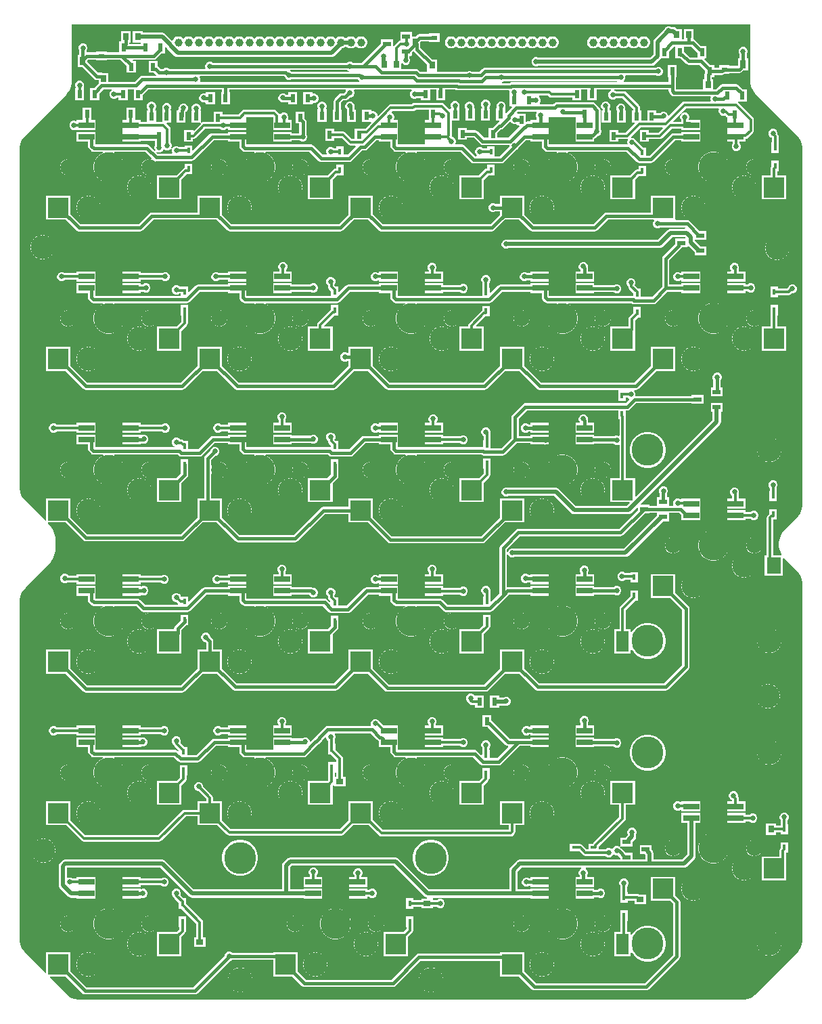
<source format=gbl>
G04*
G04 #@! TF.GenerationSoftware,Altium Limited,Altium Designer,24.1.2 (44)*
G04*
G04 Layer_Physical_Order=2*
G04 Layer_Color=16711680*
%FSLAX44Y44*%
%MOMM*%
G71*
G04*
G04 #@! TF.SameCoordinates,39859149-EBAD-4231-980B-4E5C47F9036E*
G04*
G04*
G04 #@! TF.FilePolarity,Positive*
G04*
G01*
G75*
%ADD13R,0.6000X1.0000*%
%ADD26C,0.3048*%
%ADD27C,0.3810*%
%ADD28C,0.5080*%
%ADD29C,3.9880*%
%ADD30C,3.0480*%
%ADD31C,3.0000*%
%ADD32C,3.8100*%
%ADD33C,2.0000*%
%ADD34R,3.4000X3.4000*%
%ADD35C,1.0000*%
%ADD36C,0.6350*%
%ADD37C,1.2700*%
%ADD38R,2.5500X2.5000*%
%ADD39R,1.7780X2.0320*%
%ADD40R,2.0000X0.7500*%
%ADD41R,1.5240X2.5000*%
%ADD42R,1.0000X0.6000*%
%ADD43R,0.7000X1.0000*%
%ADD44R,0.8000X0.6000*%
%ADD45R,0.4000X0.8000*%
%ADD46R,0.8000X0.4000*%
%ADD47R,0.9000X0.7000*%
%ADD48R,0.7000X0.9000*%
G36*
X1004084Y1207555D02*
X1004204Y1205105D01*
X1005160Y1200298D01*
X1007036Y1195770D01*
X1009759Y1191695D01*
X1011406Y1189878D01*
X1011406D01*
X1062171Y1139113D01*
X1063912Y1137372D01*
X1066648Y1133277D01*
X1068532Y1128728D01*
X1069493Y1123898D01*
Y1121435D01*
X1069493D01*
X1069493Y1121435D01*
X1069493Y678811D01*
X1069493Y676349D01*
X1068532Y671519D01*
X1066648Y666969D01*
X1063912Y662875D01*
X1062171Y661133D01*
X1047102Y646065D01*
X1045454Y644247D01*
X1042732Y640172D01*
X1040856Y635644D01*
X1039900Y630838D01*
X1039780Y628387D01*
Y627559D01*
X1039900Y625108D01*
X1040856Y620302D01*
X1042732Y615774D01*
X1043243Y615008D01*
X1042645Y613888D01*
X1032844D01*
Y658870D01*
X1037050D01*
Y671950D01*
X1027970D01*
Y666141D01*
X1027555Y665864D01*
X1025770Y664079D01*
X1024872Y662734D01*
X1024556Y661149D01*
Y613888D01*
X1022123D01*
Y588488D01*
X1044983D01*
Y610328D01*
X1046253Y610818D01*
X1047102Y609881D01*
X1047102D01*
X1062171Y594813D01*
X1063912Y593072D01*
X1066648Y588977D01*
X1068532Y584427D01*
X1069493Y579597D01*
Y577135D01*
X1069493D01*
X1069493Y577135D01*
X1069493Y134510D01*
X1069493Y132048D01*
X1068532Y127218D01*
X1066648Y122669D01*
X1063912Y118574D01*
X1062171Y116833D01*
X1011406Y66068D01*
X1009665Y64327D01*
X1005570Y61591D01*
X1001021Y59707D01*
X996191Y58746D01*
X165257D01*
X162795Y58746D01*
X157965Y59707D01*
X153415Y61591D01*
X149321Y64327D01*
X147580Y66068D01*
X147580Y66068D01*
X127149Y86500D01*
X127634Y87673D01*
X147014D01*
X168041Y66645D01*
X168041Y66645D01*
X169512Y65663D01*
X171246Y65318D01*
X308610D01*
X310344Y65663D01*
X311815Y66645D01*
X352484Y107315D01*
X352927D01*
X355027Y108185D01*
X355340Y108498D01*
X406688D01*
Y87673D01*
X430859D01*
X442565Y75966D01*
X444036Y74984D01*
X445770Y74639D01*
X445770Y74639D01*
X556691D01*
X558425Y74984D01*
X559896Y75966D01*
X591157Y107228D01*
X690533D01*
Y87673D01*
X714704D01*
X730651Y71725D01*
X730651Y71725D01*
X732122Y70743D01*
X733856Y70398D01*
X733856Y70398D01*
X873760D01*
X875494Y70743D01*
X876965Y71725D01*
X915065Y109825D01*
X915065Y109825D01*
X916047Y111296D01*
X916392Y113030D01*
Y180521D01*
X916047Y182255D01*
X915065Y183726D01*
X915065Y183726D01*
X910343Y188447D01*
Y212368D01*
X879763D01*
Y182288D01*
X903684D01*
X907328Y178644D01*
Y114907D01*
X871883Y79462D01*
X735733D01*
X721113Y94082D01*
Y117753D01*
X690533D01*
Y116292D01*
X589280D01*
X589280Y116292D01*
X587546Y115947D01*
X586075Y114965D01*
X554814Y83703D01*
X447647D01*
X437268Y94082D01*
Y117753D01*
X406688D01*
Y117562D01*
X355340D01*
X355027Y117875D01*
X352927Y118745D01*
X350653D01*
X348553Y117875D01*
X346945Y116267D01*
X346075Y114167D01*
Y113724D01*
X306733Y74382D01*
X173123D01*
X153423Y94082D01*
Y117753D01*
X122843D01*
Y92465D01*
X121670Y91979D01*
X96815Y116833D01*
X95074Y118574D01*
X92338Y122669D01*
X90454Y127218D01*
X89493Y132048D01*
Y134510D01*
Y555922D01*
Y558384D01*
X90454Y563214D01*
X92338Y567764D01*
X95074Y571858D01*
X96815Y573599D01*
X96815D01*
X126884Y603668D01*
X128531Y605486D01*
X131254Y609561D01*
X133130Y614089D01*
X134086Y618895D01*
X134206Y621346D01*
X134206Y621346D01*
X134206Y634600D01*
X134086Y637051D01*
X133130Y641858D01*
X131254Y646385D01*
X128531Y650460D01*
X126884Y652278D01*
X126884Y652278D01*
X126884D01*
X124972Y654190D01*
X125458Y655363D01*
X147014D01*
X169311Y633065D01*
X170782Y632083D01*
X172516Y631738D01*
X292980D01*
X294714Y632083D01*
X296185Y633065D01*
X318482Y655363D01*
X336244D01*
X359811Y631795D01*
X359811Y631795D01*
X361282Y630813D01*
X363016Y630468D01*
X363016Y630468D01*
X434340D01*
X436074Y630813D01*
X437545Y631795D01*
X471620Y665871D01*
X501303D01*
Y655363D01*
X525474D01*
X550311Y630525D01*
X550311Y630525D01*
X551782Y629543D01*
X553516Y629198D01*
X668900D01*
X670634Y629543D01*
X672105Y630525D01*
X696942Y655363D01*
X721113D01*
Y685443D01*
X690533D01*
Y661772D01*
X667023Y638262D01*
X555393D01*
X531883Y661772D01*
Y685443D01*
X501303D01*
Y674935D01*
X469743D01*
X469743Y674935D01*
X468009Y674590D01*
X466538Y673608D01*
X466538Y673608D01*
X432463Y639532D01*
X364893D01*
X342653Y661772D01*
Y685443D01*
X329550D01*
Y715833D01*
X330820Y716173D01*
X331461Y715063D01*
X333323Y713201D01*
X335603Y711885D01*
X338147Y711203D01*
X340779D01*
X343323Y711885D01*
X345603Y713201D01*
X347465Y715063D01*
X348782Y717343D01*
X349463Y719886D01*
Y722520D01*
X348782Y725063D01*
X347465Y727343D01*
X345603Y729205D01*
X343323Y730521D01*
X340779Y731203D01*
X338147D01*
X335603Y730521D01*
X333323Y729205D01*
X331461Y727343D01*
X330820Y726233D01*
X329550Y726573D01*
Y733351D01*
X334704Y738505D01*
X335147D01*
X337247Y739375D01*
X338855Y740983D01*
X339725Y743083D01*
Y745357D01*
X338855Y747457D01*
X337247Y749065D01*
X335147Y749935D01*
X332873D01*
X330773Y749065D01*
X329165Y747457D01*
X328295Y745357D01*
Y744914D01*
X321813Y738433D01*
X320831Y736962D01*
X320486Y735228D01*
Y685443D01*
X312073D01*
Y661772D01*
X291103Y640802D01*
X174393D01*
X153423Y661772D01*
Y685443D01*
X122843D01*
Y657978D01*
X121670Y657492D01*
X96815Y682347D01*
X95074Y684088D01*
X92338Y688182D01*
X90454Y692732D01*
X89493Y697562D01*
Y700024D01*
Y1121435D01*
Y1123898D01*
X90454Y1128728D01*
X92338Y1133277D01*
X95074Y1137372D01*
X96815Y1139113D01*
X147580Y1189878D01*
X149227Y1191695D01*
X151950Y1195770D01*
X153826Y1200298D01*
X154782Y1205105D01*
X154902Y1207555D01*
X154902Y1207555D01*
Y1277970D01*
X1004084D01*
Y1207555D01*
D02*
G37*
%LPC*%
G36*
X871786Y1263010D02*
X869800D01*
X867883Y1262496D01*
X866163Y1261504D01*
X865288Y1260628D01*
X864443Y1260244D01*
X863598Y1260628D01*
X862723Y1261504D01*
X861003Y1262496D01*
X859086Y1263010D01*
X857100D01*
X855183Y1262496D01*
X853463Y1261504D01*
X852588Y1260628D01*
X851743Y1260244D01*
X850898Y1260628D01*
X850023Y1261504D01*
X848303Y1262496D01*
X846386Y1263010D01*
X844400D01*
X842483Y1262496D01*
X840763Y1261504D01*
X839888Y1260628D01*
X839043Y1260244D01*
X838198Y1260628D01*
X837323Y1261504D01*
X835603Y1262496D01*
X833686Y1263010D01*
X831700D01*
X829783Y1262496D01*
X828063Y1261504D01*
X827188Y1260628D01*
X826343Y1260244D01*
X825498Y1260628D01*
X824623Y1261504D01*
X822903Y1262496D01*
X820986Y1263010D01*
X819000D01*
X817083Y1262496D01*
X815363Y1261504D01*
X814488Y1260628D01*
X813643Y1260244D01*
X812798Y1260628D01*
X811923Y1261504D01*
X810203Y1262496D01*
X808286Y1263010D01*
X806300D01*
X804383Y1262496D01*
X802663Y1261504D01*
X801260Y1260100D01*
X800267Y1258380D01*
X799753Y1256463D01*
Y1254477D01*
X800267Y1252560D01*
X801260Y1250840D01*
X802663Y1249436D01*
X804383Y1248444D01*
X806300Y1247930D01*
X808286D01*
X810203Y1248444D01*
X811923Y1249436D01*
X812798Y1250312D01*
X813643Y1250696D01*
X814488Y1250312D01*
X815363Y1249436D01*
X817083Y1248444D01*
X819000Y1247930D01*
X820986D01*
X822903Y1248444D01*
X824623Y1249436D01*
X825498Y1250312D01*
X826343Y1250696D01*
X827188Y1250312D01*
X828063Y1249436D01*
X829783Y1248444D01*
X831700Y1247930D01*
X833686D01*
X835603Y1248444D01*
X837323Y1249436D01*
X838198Y1250312D01*
X839043Y1250696D01*
X839888Y1250312D01*
X840763Y1249436D01*
X842483Y1248444D01*
X844400Y1247930D01*
X846386D01*
X848303Y1248444D01*
X850023Y1249436D01*
X850898Y1250312D01*
X851743Y1250696D01*
X852588Y1250312D01*
X853463Y1249436D01*
X855183Y1248444D01*
X857100Y1247930D01*
X859086D01*
X861003Y1248444D01*
X862723Y1249436D01*
X863598Y1250312D01*
X864443Y1250696D01*
X865288Y1250312D01*
X866163Y1249436D01*
X867883Y1248444D01*
X869800Y1247930D01*
X871786D01*
X873703Y1248444D01*
X875423Y1249436D01*
X876826Y1250840D01*
X877819Y1252560D01*
X878333Y1254477D01*
Y1256463D01*
X877819Y1258380D01*
X876826Y1260100D01*
X875423Y1261504D01*
X873703Y1262496D01*
X871786Y1263010D01*
D02*
G37*
G36*
X757486D02*
X755500D01*
X753583Y1262496D01*
X751863Y1261504D01*
X750988Y1260628D01*
X750143Y1260244D01*
X749298Y1260628D01*
X748423Y1261504D01*
X746703Y1262496D01*
X744786Y1263010D01*
X742800D01*
X740883Y1262496D01*
X739163Y1261504D01*
X738288Y1260628D01*
X737443Y1260244D01*
X736598Y1260628D01*
X735723Y1261504D01*
X734003Y1262496D01*
X732086Y1263010D01*
X730100D01*
X728183Y1262496D01*
X726463Y1261504D01*
X725588Y1260628D01*
X724743Y1260244D01*
X723898Y1260628D01*
X723023Y1261504D01*
X721303Y1262496D01*
X719386Y1263010D01*
X717400D01*
X715483Y1262496D01*
X713763Y1261504D01*
X712888Y1260628D01*
X712043Y1260244D01*
X711198Y1260628D01*
X710323Y1261504D01*
X708603Y1262496D01*
X706686Y1263010D01*
X704700D01*
X702783Y1262496D01*
X701063Y1261504D01*
X700188Y1260628D01*
X699343Y1260244D01*
X698498Y1260628D01*
X697623Y1261504D01*
X695903Y1262496D01*
X693986Y1263010D01*
X692000D01*
X690083Y1262496D01*
X688363Y1261504D01*
X687488Y1260628D01*
X686643Y1260244D01*
X685798Y1260628D01*
X684923Y1261504D01*
X683203Y1262496D01*
X681286Y1263010D01*
X679300D01*
X677383Y1262496D01*
X675663Y1261504D01*
X674788Y1260628D01*
X673943Y1260244D01*
X673098Y1260628D01*
X672223Y1261504D01*
X670503Y1262496D01*
X668586Y1263010D01*
X666600D01*
X664683Y1262496D01*
X662963Y1261504D01*
X662088Y1260628D01*
X661243Y1260244D01*
X660398Y1260628D01*
X659523Y1261504D01*
X657803Y1262496D01*
X655886Y1263010D01*
X653900D01*
X651983Y1262496D01*
X650263Y1261504D01*
X649388Y1260628D01*
X648543Y1260244D01*
X647698Y1260628D01*
X646823Y1261504D01*
X645103Y1262496D01*
X643186Y1263010D01*
X641200D01*
X639283Y1262496D01*
X637563Y1261504D01*
X636688Y1260628D01*
X635843Y1260244D01*
X634998Y1260628D01*
X634123Y1261504D01*
X632403Y1262496D01*
X630486Y1263010D01*
X628500D01*
X626583Y1262496D01*
X624863Y1261504D01*
X623460Y1260100D01*
X622467Y1258380D01*
X621953Y1256463D01*
Y1254477D01*
X622467Y1252560D01*
X623460Y1250840D01*
X624863Y1249436D01*
X626583Y1248444D01*
X628500Y1247930D01*
X630486D01*
X632403Y1248444D01*
X634123Y1249436D01*
X634998Y1250312D01*
X635843Y1250696D01*
X636688Y1250312D01*
X637563Y1249436D01*
X639283Y1248444D01*
X641200Y1247930D01*
X643186D01*
X645103Y1248444D01*
X646823Y1249436D01*
X647698Y1250312D01*
X648543Y1250696D01*
X649388Y1250312D01*
X650263Y1249436D01*
X651983Y1248444D01*
X653900Y1247930D01*
X655886D01*
X657803Y1248444D01*
X659523Y1249436D01*
X660398Y1250312D01*
X661243Y1250696D01*
X662088Y1250312D01*
X662963Y1249436D01*
X664683Y1248444D01*
X666600Y1247930D01*
X668586D01*
X670503Y1248444D01*
X672223Y1249436D01*
X673098Y1250312D01*
X673943Y1250696D01*
X674788Y1250312D01*
X675663Y1249436D01*
X677383Y1248444D01*
X679300Y1247930D01*
X681286D01*
X683203Y1248444D01*
X684923Y1249436D01*
X685798Y1250312D01*
X686643Y1250696D01*
X687488Y1250312D01*
X688363Y1249436D01*
X690083Y1248444D01*
X692000Y1247930D01*
X693986D01*
X695903Y1248444D01*
X697623Y1249436D01*
X698498Y1250312D01*
X699343Y1250696D01*
X700188Y1250312D01*
X701063Y1249436D01*
X702783Y1248444D01*
X704700Y1247930D01*
X706686D01*
X708603Y1248444D01*
X710323Y1249436D01*
X711198Y1250312D01*
X712043Y1250696D01*
X712888Y1250312D01*
X713763Y1249436D01*
X715483Y1248444D01*
X717400Y1247930D01*
X719386D01*
X721303Y1248444D01*
X723023Y1249436D01*
X723898Y1250312D01*
X724743Y1250696D01*
X725588Y1250312D01*
X726463Y1249436D01*
X728183Y1248444D01*
X730100Y1247930D01*
X732086D01*
X734003Y1248444D01*
X735723Y1249436D01*
X736598Y1250312D01*
X737443Y1250696D01*
X738288Y1250312D01*
X739163Y1249436D01*
X740883Y1248444D01*
X742800Y1247930D01*
X744786D01*
X746703Y1248444D01*
X748423Y1249436D01*
X749298Y1250312D01*
X750143Y1250696D01*
X750988Y1250312D01*
X751863Y1249436D01*
X753583Y1248444D01*
X755500Y1247930D01*
X757486D01*
X759403Y1248444D01*
X761123Y1249436D01*
X762526Y1250840D01*
X763519Y1252560D01*
X764033Y1254477D01*
Y1256463D01*
X763519Y1258380D01*
X762526Y1260100D01*
X761123Y1261504D01*
X759403Y1262496D01*
X757486Y1263010D01*
D02*
G37*
G36*
X902837Y1275715D02*
X900563D01*
X898463Y1274845D01*
X896855Y1273237D01*
X896320Y1271945D01*
X884068Y1259693D01*
X882945Y1258012D01*
X882551Y1256030D01*
Y1240395D01*
X878535Y1236379D01*
X738330D01*
X737037Y1236915D01*
X734763D01*
X732663Y1236045D01*
X731055Y1234437D01*
X730185Y1232337D01*
Y1230063D01*
X731055Y1227963D01*
X732663Y1226355D01*
X734763Y1225485D01*
X737037D01*
X738330Y1226021D01*
X880680D01*
X882662Y1226415D01*
X884342Y1227538D01*
X891393Y1234587D01*
X892196Y1235790D01*
X902210D01*
Y1244461D01*
X907977Y1250228D01*
X910130D01*
Y1235790D01*
X916327D01*
X916765Y1235703D01*
X916765Y1235703D01*
X916888D01*
X923895Y1228695D01*
X923895Y1228695D01*
X925366Y1227713D01*
X927100Y1227368D01*
X927100Y1227368D01*
X940663D01*
X947570Y1220461D01*
Y1218033D01*
X946923Y1217064D01*
X946578Y1215330D01*
Y1209730D01*
X945070D01*
Y1197062D01*
X910702D01*
Y1201155D01*
Y1211790D01*
X911710D01*
Y1226870D01*
X900630D01*
Y1211790D01*
X901638D01*
Y1205687D01*
X845859D01*
X845728Y1205911D01*
X845469Y1206957D01*
X846855Y1208343D01*
X847725Y1210443D01*
Y1212717D01*
X847354Y1213612D01*
X848060Y1214668D01*
X885450D01*
X885763Y1214355D01*
X887863Y1213485D01*
X890137D01*
X892237Y1214355D01*
X893845Y1215963D01*
X894715Y1218063D01*
Y1220337D01*
X893845Y1222437D01*
X892237Y1224045D01*
X890137Y1224915D01*
X887863D01*
X885763Y1224045D01*
X885450Y1223732D01*
X671723D01*
X671723Y1223732D01*
X669989Y1223387D01*
X668518Y1222405D01*
X668518Y1222405D01*
X664766Y1218652D01*
X656203D01*
X655890Y1218965D01*
X653790Y1219835D01*
X651516D01*
X649416Y1218965D01*
X649103Y1218652D01*
X612053D01*
X611710Y1219780D01*
X611710D01*
Y1228977D01*
X611797Y1229415D01*
X611710Y1229853D01*
Y1233860D01*
X607703D01*
X607265Y1233947D01*
X606827Y1233860D01*
X606039D01*
X590987Y1248912D01*
Y1253165D01*
X590987Y1253165D01*
X590900Y1253603D01*
Y1255891D01*
X591737Y1256728D01*
X601820D01*
Y1255720D01*
X614900D01*
Y1266800D01*
X601820D01*
Y1265792D01*
X589860D01*
X588126Y1265447D01*
X586655Y1264465D01*
X586655Y1264465D01*
X584491Y1262300D01*
X580880D01*
Y1268530D01*
X565800D01*
Y1257510D01*
X564834Y1257318D01*
X563490Y1256420D01*
X558290Y1251220D01*
X558150Y1251011D01*
X556880Y1251396D01*
Y1259030D01*
X541800D01*
Y1254359D01*
X517523Y1230082D01*
X506470D01*
X506157Y1230395D01*
X504057Y1231265D01*
X501783D01*
X499683Y1230395D01*
X499370Y1230082D01*
X331210D01*
X330897Y1230395D01*
X328797Y1231265D01*
X326523D01*
X324423Y1230395D01*
X322815Y1228787D01*
X321945Y1226687D01*
Y1224413D01*
X322316Y1223518D01*
X321610Y1222462D01*
X276600D01*
X276287Y1222775D01*
X274187Y1223645D01*
X271913D01*
X269813Y1222775D01*
X269500Y1222462D01*
X265467D01*
X262840Y1225090D01*
X262080Y1225597D01*
Y1232520D01*
X251000D01*
Y1217440D01*
X257197D01*
X257635Y1217353D01*
X257635Y1217353D01*
X257758D01*
X260269Y1214842D01*
X260205Y1214354D01*
X259825Y1213572D01*
X242860D01*
X242860Y1213572D01*
X241126Y1213227D01*
X239655Y1212245D01*
X233308Y1205897D01*
X200470D01*
Y1217350D01*
X193273D01*
X192835Y1217437D01*
X187672D01*
X174340Y1230769D01*
Y1233031D01*
X175177Y1233868D01*
X185260D01*
Y1232860D01*
X198340D01*
Y1233868D01*
X215913D01*
X223670Y1226111D01*
Y1217440D01*
X234750D01*
Y1232520D01*
X231207D01*
X231155Y1232598D01*
X231834Y1233868D01*
X257460D01*
X259194Y1234213D01*
X260665Y1235195D01*
X266909Y1241440D01*
X271580D01*
Y1248815D01*
X272850Y1249571D01*
X273328Y1249313D01*
X274450Y1247632D01*
X283685Y1238398D01*
X283685Y1238398D01*
X285366Y1237275D01*
X287348Y1236880D01*
X479538D01*
X481520Y1237275D01*
X483201Y1238398D01*
X492435Y1247632D01*
X492435Y1247632D01*
X492689Y1248011D01*
X494303Y1248444D01*
X496023Y1249436D01*
X496877Y1250291D01*
X498609D01*
X499463Y1249436D01*
X501183Y1248444D01*
X503100Y1247930D01*
X505086D01*
X507003Y1248444D01*
X508723Y1249436D01*
X509598Y1250312D01*
X510443Y1250696D01*
X511288Y1250312D01*
X512163Y1249436D01*
X513883Y1248444D01*
X515800Y1247930D01*
X517786D01*
X519703Y1248444D01*
X521423Y1249436D01*
X522826Y1250840D01*
X523819Y1252560D01*
X524333Y1254477D01*
Y1256463D01*
X523819Y1258380D01*
X522826Y1260100D01*
X521423Y1261504D01*
X519703Y1262496D01*
X517786Y1263010D01*
X515800D01*
X513883Y1262496D01*
X512163Y1261504D01*
X511288Y1260628D01*
X510443Y1260244D01*
X509598Y1260628D01*
X508723Y1261504D01*
X507003Y1262496D01*
X505086Y1263010D01*
X503100D01*
X501183Y1262496D01*
X499463Y1261504D01*
X498609Y1260649D01*
X496877D01*
X496023Y1261504D01*
X494303Y1262496D01*
X492386Y1263010D01*
X490400D01*
X488483Y1262496D01*
X486763Y1261504D01*
X485888Y1260628D01*
X485043Y1260244D01*
X484198Y1260628D01*
X483323Y1261504D01*
X481603Y1262496D01*
X479686Y1263010D01*
X477700D01*
X475783Y1262496D01*
X474063Y1261504D01*
X473188Y1260628D01*
X472343Y1260244D01*
X471498Y1260628D01*
X470623Y1261504D01*
X468903Y1262496D01*
X466986Y1263010D01*
X465000D01*
X463083Y1262496D01*
X461363Y1261504D01*
X460488Y1260628D01*
X459643Y1260244D01*
X458798Y1260628D01*
X457923Y1261504D01*
X456203Y1262496D01*
X454286Y1263010D01*
X452300D01*
X450383Y1262496D01*
X448663Y1261504D01*
X447788Y1260628D01*
X446943Y1260244D01*
X446098Y1260628D01*
X445223Y1261504D01*
X443503Y1262496D01*
X441586Y1263010D01*
X439600D01*
X437683Y1262496D01*
X435963Y1261504D01*
X435088Y1260628D01*
X434243Y1260244D01*
X433398Y1260628D01*
X432523Y1261504D01*
X430803Y1262496D01*
X428886Y1263010D01*
X426900D01*
X424983Y1262496D01*
X423263Y1261504D01*
X422388Y1260628D01*
X421543Y1260244D01*
X420698Y1260628D01*
X419823Y1261504D01*
X418103Y1262496D01*
X416186Y1263010D01*
X414200D01*
X412283Y1262496D01*
X410563Y1261504D01*
X409688Y1260628D01*
X408843Y1260244D01*
X407998Y1260628D01*
X407123Y1261504D01*
X405403Y1262496D01*
X403486Y1263010D01*
X401500D01*
X399583Y1262496D01*
X397863Y1261504D01*
X396988Y1260628D01*
X396143Y1260244D01*
X395298Y1260628D01*
X394423Y1261504D01*
X392703Y1262496D01*
X390786Y1263010D01*
X388800D01*
X386883Y1262496D01*
X385163Y1261504D01*
X384288Y1260628D01*
X383443Y1260244D01*
X382598Y1260628D01*
X381723Y1261504D01*
X380003Y1262496D01*
X378086Y1263010D01*
X376100D01*
X374183Y1262496D01*
X372463Y1261504D01*
X371588Y1260628D01*
X370743Y1260244D01*
X369898Y1260628D01*
X369023Y1261504D01*
X367303Y1262496D01*
X365386Y1263010D01*
X363400D01*
X361483Y1262496D01*
X359763Y1261504D01*
X358888Y1260628D01*
X358043Y1260244D01*
X357198Y1260628D01*
X356323Y1261504D01*
X354603Y1262496D01*
X352686Y1263010D01*
X350700D01*
X348783Y1262496D01*
X347063Y1261504D01*
X346188Y1260628D01*
X345343Y1260244D01*
X344498Y1260628D01*
X343623Y1261504D01*
X341903Y1262496D01*
X339986Y1263010D01*
X338000D01*
X336083Y1262496D01*
X334363Y1261504D01*
X333488Y1260628D01*
X332643Y1260244D01*
X331798Y1260628D01*
X330923Y1261504D01*
X329203Y1262496D01*
X327286Y1263010D01*
X325300D01*
X323383Y1262496D01*
X321663Y1261504D01*
X320788Y1260628D01*
X319943Y1260244D01*
X319098Y1260628D01*
X318223Y1261504D01*
X316503Y1262496D01*
X314586Y1263010D01*
X312600D01*
X310683Y1262496D01*
X308963Y1261504D01*
X308088Y1260628D01*
X307243Y1260244D01*
X306398Y1260628D01*
X305523Y1261504D01*
X303803Y1262496D01*
X301886Y1263010D01*
X299900D01*
X297983Y1262496D01*
X296263Y1261504D01*
X295388Y1260628D01*
X294543Y1260244D01*
X293698Y1260628D01*
X292823Y1261504D01*
X291103Y1262496D01*
X289186Y1263010D01*
X287200D01*
X285283Y1262496D01*
X283563Y1261504D01*
X282160Y1260100D01*
X281167Y1258380D01*
X281100Y1258130D01*
X279873Y1257802D01*
X271632Y1266042D01*
X269952Y1267165D01*
X267970Y1267560D01*
X243410D01*
Y1269420D01*
X231330D01*
Y1255340D01*
X241500D01*
Y1253512D01*
X227007D01*
X226902Y1253640D01*
X226902Y1253640D01*
Y1255340D01*
X228410D01*
Y1269420D01*
X216330D01*
Y1256520D01*
X214170D01*
Y1242932D01*
X198340D01*
Y1243940D01*
X185260D01*
Y1242932D01*
X173300D01*
X173104Y1243093D01*
X173056Y1244474D01*
X173755Y1245173D01*
X174625Y1247273D01*
Y1249547D01*
X173755Y1251647D01*
X172147Y1253255D01*
X170047Y1254125D01*
X167773D01*
X165673Y1253255D01*
X164065Y1251647D01*
X163195Y1249547D01*
Y1247273D01*
X163768Y1245890D01*
Y1239440D01*
X162260D01*
Y1224360D01*
X167931D01*
X182590Y1209700D01*
X184061Y1208718D01*
X185795Y1208373D01*
X188390D01*
Y1203869D01*
X182621Y1198100D01*
X177950D01*
Y1183020D01*
X189030D01*
Y1191691D01*
X194172Y1196833D01*
X204471D01*
X204724Y1195563D01*
X204343Y1195405D01*
X202735Y1193797D01*
X201865Y1191697D01*
Y1189423D01*
X202735Y1187323D01*
X204343Y1185715D01*
X206443Y1184845D01*
X208717D01*
X210817Y1185715D01*
X211519Y1186416D01*
X213560D01*
Y1183020D01*
X224640D01*
Y1196833D01*
X232560D01*
Y1183020D01*
X243640D01*
Y1189943D01*
X244400Y1190450D01*
X250572Y1196623D01*
X342788D01*
Y1193020D01*
X341780D01*
Y1177940D01*
X352860D01*
Y1193020D01*
X351852D01*
Y1196623D01*
X497271D01*
X497903Y1195353D01*
X497378Y1194085D01*
X495262Y1191969D01*
X492747D01*
X491012Y1191624D01*
X489542Y1190641D01*
X489542Y1190641D01*
X483815Y1184915D01*
X482833Y1183444D01*
X482488Y1181710D01*
Y1171430D01*
X481480D01*
Y1156350D01*
X492560D01*
Y1171430D01*
X491552D01*
Y1179833D01*
X494624Y1182905D01*
X497139D01*
X498874Y1183250D01*
X500344Y1184232D01*
X502927Y1186815D01*
X504057D01*
X506157Y1187685D01*
X507765Y1189293D01*
X508635Y1191393D01*
Y1193667D01*
X507937Y1195353D01*
X508569Y1196623D01*
X580014D01*
X580325Y1195623D01*
X580341Y1195353D01*
X578785Y1193797D01*
X577915Y1191697D01*
Y1189423D01*
X578785Y1187323D01*
X580393Y1185715D01*
X582493Y1184845D01*
X584767D01*
X586060Y1185380D01*
X592020D01*
Y1183020D01*
X603100D01*
Y1196623D01*
X611020D01*
Y1183020D01*
X622100D01*
Y1196623D01*
X635039D01*
X636026Y1195963D01*
X637761Y1195618D01*
X701748D01*
X702453Y1194562D01*
X702335Y1194277D01*
Y1192003D01*
X702792Y1190901D01*
X702510Y1190480D01*
X702510D01*
Y1175400D01*
X705051D01*
X705537Y1174227D01*
X698347Y1167036D01*
X698300Y1166966D01*
X697030Y1167351D01*
Y1172700D01*
X697030Y1172700D01*
X697030D01*
X697431Y1173836D01*
X697865Y1174883D01*
Y1177157D01*
X696995Y1179257D01*
X695387Y1180865D01*
X693287Y1181735D01*
X691013D01*
X688913Y1180865D01*
X687305Y1179257D01*
X686435Y1177157D01*
Y1174883D01*
X686813Y1173970D01*
X685965Y1172700D01*
X685950D01*
Y1157620D01*
X689438D01*
X690105Y1156350D01*
X689704Y1155737D01*
X688383Y1155474D01*
X686912Y1154492D01*
X686912Y1154492D01*
X681121Y1148700D01*
X676450D01*
Y1136247D01*
X670960D01*
X662843Y1144365D01*
X661372Y1145347D01*
X659638Y1145692D01*
X649430D01*
Y1148700D01*
X638350D01*
Y1133620D01*
X649430D01*
Y1136628D01*
X657761D01*
X665878Y1128510D01*
X665878Y1128510D01*
X667349Y1127528D01*
X669083Y1127183D01*
X669083Y1127183D01*
X702942D01*
X702944Y1125913D01*
X690273Y1113242D01*
X683990D01*
Y1125480D01*
X674910D01*
Y1123049D01*
X669384D01*
X668717Y1123715D01*
X666617Y1124585D01*
X664343D01*
X662243Y1123715D01*
X660635Y1122107D01*
X659765Y1120007D01*
Y1117733D01*
X660635Y1115633D01*
X661756Y1114512D01*
X661230Y1113242D01*
X659737D01*
X646557Y1126423D01*
X645086Y1127405D01*
X643352Y1127750D01*
X635842D01*
X635050Y1129020D01*
X635635Y1130433D01*
Y1132707D01*
X634765Y1134807D01*
X633157Y1136415D01*
X631057Y1137285D01*
X630109Y1138471D01*
X630254Y1139199D01*
Y1157620D01*
X639930D01*
Y1172700D01*
X639930D01*
X639474Y1173970D01*
X640105Y1175493D01*
Y1177767D01*
X639235Y1179867D01*
X637627Y1181475D01*
X635527Y1182345D01*
X633253D01*
X631153Y1181475D01*
X629545Y1179867D01*
X628675Y1177767D01*
Y1175493D01*
X629306Y1173970D01*
X628850Y1172700D01*
D01*
X628601Y1172257D01*
X627126Y1171974D01*
X620546Y1178554D01*
X619202Y1179452D01*
X617616Y1179768D01*
X583836D01*
X582250Y1179452D01*
X580906Y1178554D01*
X579976Y1177624D01*
X553785D01*
X552199Y1177308D01*
X550855Y1176410D01*
X538415Y1163970D01*
X537145Y1164496D01*
Y1165027D01*
X536275Y1167127D01*
X534667Y1168735D01*
X532567Y1169605D01*
X530293D01*
X529390Y1170209D01*
Y1171430D01*
X518310D01*
Y1156350D01*
X528191D01*
X528999Y1156350D01*
X529620Y1155175D01*
X521954Y1147510D01*
X515826D01*
X515425Y1147430D01*
X508810D01*
Y1134970D01*
X505263D01*
X497413Y1142820D01*
X496068Y1143718D01*
X494483Y1144034D01*
X483060D01*
Y1147430D01*
X471980D01*
Y1132350D01*
X483060D01*
Y1135746D01*
X492766D01*
X500617Y1127896D01*
X501961Y1126998D01*
X503547Y1126682D01*
X503547Y1126682D01*
X509798D01*
X510284Y1125509D01*
X499802Y1115027D01*
X494760D01*
Y1125480D01*
X485680D01*
Y1123084D01*
X482799D01*
X482097Y1123785D01*
X479997Y1124655D01*
X477723D01*
X475623Y1123785D01*
X474015Y1122177D01*
X473145Y1120077D01*
Y1117803D01*
X473769Y1116297D01*
X473031Y1115027D01*
X468722D01*
X457327Y1126423D01*
X455856Y1127405D01*
X454122Y1127750D01*
X407263D01*
Y1131123D01*
X430303D01*
Y1132881D01*
X440443D01*
X440756Y1132568D01*
X442856Y1131698D01*
X445130D01*
X447230Y1132568D01*
X448838Y1134176D01*
X449708Y1136276D01*
Y1138550D01*
X448838Y1140650D01*
X448525Y1140963D01*
Y1156177D01*
X448525Y1156177D01*
X448180Y1157911D01*
X447198Y1159382D01*
X446230Y1160349D01*
Y1169020D01*
X435150D01*
Y1153940D01*
X439461D01*
Y1141945D01*
X430303D01*
Y1143703D01*
X407263D01*
Y1145623D01*
X430303D01*
Y1158203D01*
X426265D01*
X425489Y1159473D01*
X426085Y1160913D01*
Y1163187D01*
X425215Y1165287D01*
X423607Y1166895D01*
X421507Y1167765D01*
X419233D01*
X417133Y1166895D01*
X416077Y1165839D01*
X414528Y1165899D01*
X414496Y1165918D01*
X414257Y1166276D01*
X410473Y1170060D01*
X409129Y1170958D01*
X407543Y1171274D01*
X370840D01*
X369254Y1170958D01*
X367910Y1170060D01*
X363474Y1165624D01*
X343360D01*
Y1169020D01*
X332280D01*
Y1156057D01*
X320063D01*
X318477Y1155741D01*
X317228Y1154907D01*
X316812Y1155045D01*
X316030Y1155536D01*
X316030Y1156161D01*
Y1170160D01*
X316030D01*
X315736Y1170600D01*
X316205Y1171733D01*
Y1174007D01*
X315335Y1176107D01*
X313727Y1177715D01*
X311627Y1178585D01*
X309353D01*
X307253Y1177715D01*
X305645Y1176107D01*
X304775Y1174007D01*
Y1171733D01*
X305244Y1170600D01*
X304950Y1170160D01*
X304950D01*
Y1155080D01*
X314915D01*
X315574Y1155080D01*
X316150Y1153859D01*
X307703Y1145413D01*
X306530Y1145899D01*
Y1146160D01*
X295450D01*
Y1131080D01*
X306530D01*
Y1134483D01*
X306777D01*
X308362Y1134798D01*
X309706Y1135696D01*
X321779Y1147769D01*
X340220D01*
X340963Y1147027D01*
X343063Y1146157D01*
X345337D01*
X347438Y1147027D01*
X348180Y1147769D01*
X350223D01*
Y1145623D01*
X373263D01*
Y1143703D01*
X350223D01*
Y1141945D01*
X330479D01*
X330479Y1141945D01*
X328745Y1141600D01*
X327275Y1140618D01*
X306703Y1120046D01*
X305530Y1120533D01*
Y1126750D01*
X296450D01*
Y1124354D01*
X289759D01*
X289057Y1125055D01*
X286957Y1125925D01*
X284683D01*
X282583Y1125055D01*
X280975Y1123447D01*
X280105Y1121347D01*
Y1119073D01*
X280729Y1117567D01*
X279991Y1116297D01*
X262037D01*
X260199Y1118135D01*
X260923Y1119105D01*
X263023Y1118235D01*
X265297D01*
X267397Y1119105D01*
X269005Y1120713D01*
X269361Y1121571D01*
X270859Y1121869D01*
X271083Y1121645D01*
X273183Y1120775D01*
X275457D01*
X277557Y1121645D01*
X279165Y1123253D01*
X280035Y1125353D01*
Y1127627D01*
X279165Y1129727D01*
X278464Y1130429D01*
Y1146810D01*
X278148Y1148396D01*
X277250Y1149740D01*
X273180Y1153810D01*
X273706Y1155080D01*
X279200D01*
Y1170160D01*
X279200Y1170160D01*
X278744Y1171430D01*
X279375Y1172953D01*
Y1175227D01*
X278505Y1177327D01*
X276897Y1178935D01*
X274797Y1179805D01*
X272523D01*
X270423Y1178935D01*
X268815Y1177327D01*
X267945Y1175227D01*
Y1172953D01*
X268576Y1171430D01*
X268120Y1170160D01*
X268120D01*
Y1156057D01*
X260200D01*
Y1170160D01*
X258824D01*
X258812Y1171430D01*
X259505Y1172123D01*
X260375Y1174223D01*
Y1176497D01*
X259505Y1178597D01*
X257897Y1180205D01*
X255797Y1181075D01*
X253523D01*
X251423Y1180205D01*
X249815Y1178597D01*
X248945Y1176497D01*
Y1174223D01*
X249815Y1172123D01*
X250508Y1171430D01*
X250496Y1170160D01*
X249120D01*
Y1156057D01*
X241073D01*
Y1158203D01*
X235072D01*
X234140Y1159020D01*
Y1174100D01*
X223060D01*
Y1159020D01*
X222128Y1158203D01*
X218033D01*
Y1161663D01*
X184033D01*
Y1158203D01*
X180462D01*
X179530Y1159020D01*
Y1174100D01*
X168450D01*
Y1159020D01*
X167518Y1158203D01*
X160993D01*
Y1158028D01*
X159723Y1157179D01*
X158640Y1157628D01*
X156366D01*
X154266Y1156758D01*
X152658Y1155150D01*
X151788Y1153050D01*
Y1150776D01*
X152658Y1148676D01*
X154266Y1147068D01*
X156366Y1146198D01*
X158640D01*
X159723Y1146647D01*
X160993Y1145798D01*
Y1145623D01*
X184033D01*
Y1143703D01*
X160993D01*
Y1131123D01*
X175056D01*
Y1125822D01*
X175401Y1124088D01*
X176383Y1122617D01*
X179047Y1119953D01*
X179047Y1119953D01*
X180517Y1118971D01*
X182252Y1118626D01*
X182252Y1118626D01*
X193715D01*
X193967Y1117356D01*
X192009Y1116545D01*
X188889Y1114460D01*
X186236Y1111807D01*
X184151Y1108687D01*
X182715Y1105220D01*
X181983Y1101539D01*
Y1097787D01*
X182715Y1094106D01*
X184151Y1090639D01*
X186236Y1087519D01*
X188889Y1084866D01*
X192009Y1082781D01*
X195476Y1081345D01*
X199157Y1080613D01*
X202909D01*
X206590Y1081345D01*
X210057Y1082781D01*
X213177Y1084866D01*
X215830Y1087519D01*
X217915Y1090639D01*
X219351Y1094106D01*
X220083Y1097787D01*
Y1101539D01*
X219351Y1105220D01*
X217915Y1108687D01*
X215830Y1111807D01*
X213177Y1114460D01*
X210057Y1116545D01*
X208099Y1117356D01*
X208351Y1118626D01*
X246889D01*
X255045Y1110470D01*
X254388Y1109331D01*
X253150Y1109663D01*
X250516D01*
X247973Y1108981D01*
X245693Y1107665D01*
X243831Y1105803D01*
X242514Y1103523D01*
X241833Y1100980D01*
Y1098346D01*
X242514Y1095803D01*
X243831Y1093523D01*
X245693Y1091661D01*
X247973Y1090344D01*
X250516Y1089663D01*
X253150D01*
X255693Y1090344D01*
X257973Y1091661D01*
X259835Y1093523D01*
X261152Y1095803D01*
X261833Y1098346D01*
Y1100980D01*
X261152Y1103523D01*
X259835Y1105803D01*
X259586Y1106052D01*
X260114Y1107140D01*
X260201Y1107233D01*
X304831D01*
X306565Y1107578D01*
X308036Y1108560D01*
X332356Y1132881D01*
X350223D01*
Y1131123D01*
X364286D01*
Y1125822D01*
X364631Y1124088D01*
X365613Y1122617D01*
X368217Y1120013D01*
X368217Y1120013D01*
X369688Y1119031D01*
X371422Y1118686D01*
X383090D01*
X383342Y1117416D01*
X381239Y1116545D01*
X378119Y1114460D01*
X375466Y1111807D01*
X373381Y1108687D01*
X371945Y1105220D01*
X371213Y1101539D01*
Y1097787D01*
X371945Y1094106D01*
X373381Y1090639D01*
X375466Y1087519D01*
X378119Y1084866D01*
X381239Y1082781D01*
X384706Y1081345D01*
X388387Y1080613D01*
X392139D01*
X395820Y1081345D01*
X399287Y1082781D01*
X402407Y1084866D01*
X405060Y1087519D01*
X407145Y1090639D01*
X408581Y1094106D01*
X409313Y1097787D01*
Y1101539D01*
X408581Y1105220D01*
X407145Y1108687D01*
X405060Y1111807D01*
X402407Y1114460D01*
X399287Y1116545D01*
X397184Y1117416D01*
X397436Y1118686D01*
X452245D01*
X463640Y1107290D01*
X465111Y1106308D01*
X466845Y1105963D01*
X501679D01*
X503414Y1106308D01*
X504884Y1107290D01*
X517919Y1120325D01*
X521506D01*
X523240Y1120670D01*
X524711Y1121652D01*
X535939Y1132881D01*
X539453D01*
Y1131123D01*
X553516D01*
Y1125822D01*
X553861Y1124088D01*
X554843Y1122617D01*
X557447Y1120013D01*
X557447Y1120013D01*
X558918Y1119031D01*
X560652Y1118686D01*
X572320D01*
X572572Y1117416D01*
X570469Y1116545D01*
X567349Y1114460D01*
X564696Y1111807D01*
X562611Y1108687D01*
X561175Y1105220D01*
X560443Y1101539D01*
Y1097787D01*
X561175Y1094106D01*
X562611Y1090639D01*
X564696Y1087519D01*
X567349Y1084866D01*
X570469Y1082781D01*
X573936Y1081345D01*
X577617Y1080613D01*
X581369D01*
X585050Y1081345D01*
X588517Y1082781D01*
X591637Y1084866D01*
X594290Y1087519D01*
X596375Y1090639D01*
X597811Y1094106D01*
X598543Y1097787D01*
Y1101539D01*
X597811Y1105220D01*
X596375Y1108687D01*
X594290Y1111807D01*
X591637Y1114460D01*
X588517Y1116545D01*
X586414Y1117416D01*
X586666Y1118686D01*
X641475D01*
X654655Y1105505D01*
X656126Y1104523D01*
X657860Y1104178D01*
X657860Y1104178D01*
X692150D01*
X693884Y1104523D01*
X695355Y1105505D01*
X711209Y1121360D01*
X711897Y1121645D01*
X713505Y1123253D01*
X713790Y1123941D01*
X722730Y1132881D01*
X728683D01*
Y1131123D01*
X742746D01*
Y1125822D01*
X743091Y1124088D01*
X744073Y1122617D01*
X746677Y1120013D01*
X746677Y1120013D01*
X748148Y1119031D01*
X749882Y1118686D01*
X761550D01*
X761802Y1117416D01*
X759699Y1116545D01*
X756579Y1114460D01*
X753926Y1111807D01*
X751841Y1108687D01*
X750405Y1105220D01*
X749673Y1101539D01*
Y1097787D01*
X750405Y1094106D01*
X751841Y1090639D01*
X753926Y1087519D01*
X756579Y1084866D01*
X759699Y1082781D01*
X763166Y1081345D01*
X766847Y1080613D01*
X770599D01*
X774280Y1081345D01*
X777747Y1082781D01*
X780867Y1084866D01*
X783520Y1087519D01*
X785605Y1090639D01*
X787041Y1094106D01*
X787773Y1097787D01*
Y1101539D01*
X787041Y1105220D01*
X785605Y1108687D01*
X783520Y1111807D01*
X780867Y1114460D01*
X777747Y1116545D01*
X775644Y1117416D01*
X775896Y1118686D01*
X848969D01*
X861634Y1106020D01*
X861634Y1106020D01*
X863104Y1105038D01*
X864839Y1104693D01*
X864839Y1104693D01*
X879504D01*
X881239Y1105038D01*
X882709Y1106020D01*
X909570Y1132881D01*
X917913D01*
Y1131123D01*
X940953D01*
Y1127663D01*
X974953D01*
Y1131123D01*
X982265D01*
Y1129226D01*
X981564Y1128524D01*
X980694Y1126424D01*
Y1124150D01*
X981564Y1122050D01*
X983172Y1120442D01*
X985272Y1119572D01*
X987546D01*
X989646Y1120442D01*
X991254Y1122050D01*
X992124Y1124150D01*
Y1126424D01*
X991254Y1128524D01*
X990553Y1129226D01*
Y1131123D01*
X997993D01*
Y1134834D01*
X998008D01*
X999594Y1135150D01*
X1000938Y1136048D01*
X1007331Y1142441D01*
X1008229Y1143785D01*
X1008545Y1145371D01*
Y1158886D01*
X1008229Y1160472D01*
X1007331Y1161816D01*
X989311Y1179836D01*
X988634Y1180795D01*
Y1180795D01*
X988634D01*
X988923Y1181750D01*
X989298Y1181750D01*
X999290D01*
Y1196830D01*
X994619D01*
X989510Y1201940D01*
X988039Y1202922D01*
X986305Y1203267D01*
X968865D01*
X967131Y1202922D01*
X965660Y1201940D01*
X960783Y1197062D01*
X957150D01*
Y1209730D01*
X955642D01*
Y1211790D01*
X958650D01*
Y1214798D01*
X968260D01*
X969994Y1215143D01*
X971352Y1216050D01*
X978060D01*
Y1217058D01*
X990020D01*
X991754Y1217403D01*
X993225Y1218385D01*
X995389Y1220550D01*
X1001060D01*
Y1235630D01*
X999552D01*
Y1240440D01*
X999865Y1240753D01*
X1000735Y1242853D01*
Y1245127D01*
X999865Y1247227D01*
X998257Y1248835D01*
X996157Y1249705D01*
X993883D01*
X991783Y1248835D01*
X990175Y1247227D01*
X989305Y1245127D01*
Y1242853D01*
X990175Y1240753D01*
X990488Y1240440D01*
Y1235630D01*
X988980D01*
Y1226959D01*
X988143Y1226122D01*
X978060D01*
Y1227130D01*
X964980D01*
Y1223862D01*
X958650D01*
Y1226870D01*
X953979D01*
X946329Y1234520D01*
X946855Y1235790D01*
X949150D01*
Y1250870D01*
X942953D01*
X942515Y1250957D01*
X942392D01*
X935385Y1257965D01*
X933914Y1258947D01*
X933020Y1259125D01*
Y1271960D01*
X920940D01*
Y1259292D01*
X918020D01*
Y1271960D01*
X912265D01*
X910806Y1273419D01*
X909125Y1274542D01*
X907143Y1274937D01*
X904716D01*
X902837Y1275715D01*
D02*
G37*
G36*
X333860Y1193020D02*
X322780D01*
Y1192374D01*
X321724Y1191668D01*
X321177Y1191895D01*
X318903D01*
X316803Y1191025D01*
X315195Y1189417D01*
X314325Y1187317D01*
Y1185043D01*
X315195Y1182943D01*
X316803Y1181335D01*
X318903Y1180465D01*
X321177D01*
X321724Y1180692D01*
X322780Y1179986D01*
Y1177940D01*
X333860D01*
Y1193020D01*
D02*
G37*
G36*
X436730D02*
X425650D01*
Y1190012D01*
X423350D01*
X422337Y1191025D01*
X420237Y1191895D01*
X417963D01*
X415863Y1191025D01*
X414255Y1189417D01*
X413385Y1187317D01*
Y1185043D01*
X414255Y1182943D01*
X415863Y1181335D01*
X417963Y1180465D01*
X420237D01*
X421403Y1180948D01*
X425650D01*
Y1177940D01*
X436730D01*
Y1193020D01*
D02*
G37*
G36*
X165627Y1207795D02*
X163353D01*
X161253Y1206925D01*
X159645Y1205317D01*
X158775Y1203217D01*
Y1200943D01*
X159427Y1199370D01*
X158950Y1198100D01*
X158950D01*
Y1183020D01*
X170030D01*
Y1198100D01*
X170030Y1198100D01*
X169553Y1199370D01*
X170205Y1200943D01*
Y1203217D01*
X169335Y1205317D01*
X167727Y1206925D01*
X165627Y1207795D01*
D02*
G37*
G36*
X455730Y1193020D02*
X444650D01*
Y1177940D01*
X455730D01*
Y1179062D01*
X456725Y1179726D01*
X458998D01*
X461099Y1180596D01*
X462706Y1182204D01*
X463576Y1184305D01*
Y1186578D01*
X462706Y1188679D01*
X461099Y1190286D01*
X458998Y1191156D01*
X456725D01*
X455730Y1191821D01*
Y1193020D01*
D02*
G37*
G36*
X469157Y1181075D02*
X466883D01*
X464783Y1180205D01*
X463175Y1178597D01*
X462305Y1176497D01*
Y1174223D01*
X462936Y1172700D01*
X462480Y1171430D01*
X462480D01*
Y1156350D01*
X473560D01*
Y1171430D01*
X473560D01*
X473104Y1172700D01*
X473735Y1174223D01*
Y1176497D01*
X472865Y1178597D01*
X471257Y1180205D01*
X469157Y1181075D01*
D02*
G37*
G36*
X673856Y1183665D02*
X671582D01*
X669482Y1182795D01*
X667874Y1181187D01*
X667004Y1179087D01*
Y1176813D01*
X667874Y1174713D01*
X668461Y1174126D01*
Y1172700D01*
X666950D01*
Y1157620D01*
X678030D01*
Y1172700D01*
X676925D01*
X676821Y1173970D01*
X677564Y1174713D01*
X678434Y1176813D01*
Y1179087D01*
X677564Y1181187D01*
X675956Y1182795D01*
X673856Y1183665D01*
D02*
G37*
G36*
X653790Y1181075D02*
X651516D01*
X649416Y1180205D01*
X647808Y1178597D01*
X646938Y1176497D01*
Y1174223D01*
X647808Y1172123D01*
X647850Y1172081D01*
Y1157620D01*
X658930D01*
Y1172700D01*
X658880D01*
X658175Y1173756D01*
X658368Y1174223D01*
Y1176497D01*
X657498Y1178597D01*
X655890Y1180205D01*
X653790Y1181075D01*
D02*
G37*
G36*
X504057Y1181735D02*
X501783D01*
X499683Y1180865D01*
X498075Y1179257D01*
X497205Y1177157D01*
Y1174883D01*
X498075Y1172783D01*
X499223Y1171635D01*
Y1164985D01*
X499310Y1164547D01*
Y1156350D01*
X510390D01*
Y1171430D01*
X508287D01*
Y1174043D01*
X508635Y1174883D01*
Y1177157D01*
X507765Y1179257D01*
X506157Y1180865D01*
X504057Y1181735D01*
D02*
G37*
G36*
X295777Y1179195D02*
X293503D01*
X291403Y1178325D01*
X289795Y1176717D01*
X288925Y1174617D01*
Y1173261D01*
X288398Y1172472D01*
X288053Y1170738D01*
Y1170160D01*
X285950D01*
Y1155080D01*
X297030D01*
Y1163277D01*
X297117Y1163715D01*
X297117Y1163715D01*
Y1168320D01*
X297877Y1168635D01*
X299485Y1170243D01*
X300355Y1172343D01*
Y1174617D01*
X299485Y1176717D01*
X297877Y1178325D01*
X295777Y1179195D01*
D02*
G37*
G36*
X1033647Y1147445D02*
X1031373D01*
X1029273Y1146575D01*
X1027665Y1144967D01*
X1026795Y1142867D01*
Y1140593D01*
X1027665Y1138493D01*
X1029273Y1136885D01*
X1030906Y1136208D01*
Y1130560D01*
X1030510D01*
Y1117480D01*
X1039590D01*
Y1130560D01*
X1039194D01*
Y1138297D01*
X1038878Y1139882D01*
X1038225Y1140860D01*
Y1142867D01*
X1037355Y1144967D01*
X1035747Y1146575D01*
X1033647Y1147445D01*
D02*
G37*
G36*
X1010070Y1109663D02*
X1007437D01*
X1004893Y1108981D01*
X1002613Y1107665D01*
X1000751Y1105803D01*
X999435Y1103523D01*
X998753Y1100980D01*
Y1098346D01*
X999435Y1095803D01*
X1000751Y1093523D01*
X1002613Y1091661D01*
X1004893Y1090344D01*
X1007437Y1089663D01*
X1010070D01*
X1012613Y1090344D01*
X1014893Y1091661D01*
X1016755Y1093523D01*
X1018072Y1095803D01*
X1018753Y1098346D01*
Y1100980D01*
X1018072Y1103523D01*
X1016755Y1105803D01*
X1014893Y1107665D01*
X1012613Y1108981D01*
X1010070Y1109663D01*
D02*
G37*
G36*
X908469D02*
X905836D01*
X903293Y1108981D01*
X901013Y1107665D01*
X899151Y1105803D01*
X897834Y1103523D01*
X897153Y1100980D01*
Y1098346D01*
X897834Y1095803D01*
X899151Y1093523D01*
X901013Y1091661D01*
X903293Y1090344D01*
X905836Y1089663D01*
X908469D01*
X911013Y1090344D01*
X913293Y1091661D01*
X915155Y1093523D01*
X916471Y1095803D01*
X917153Y1098346D01*
Y1100980D01*
X916471Y1103523D01*
X915155Y1105803D01*
X913293Y1107665D01*
X911013Y1108981D01*
X908469Y1109663D01*
D02*
G37*
G36*
X820839D02*
X818206D01*
X815663Y1108981D01*
X813383Y1107665D01*
X811521Y1105803D01*
X810204Y1103523D01*
X809523Y1100980D01*
Y1098346D01*
X810204Y1095803D01*
X811521Y1093523D01*
X813383Y1091661D01*
X815663Y1090344D01*
X818206Y1089663D01*
X820839D01*
X823383Y1090344D01*
X825663Y1091661D01*
X827525Y1093523D01*
X828841Y1095803D01*
X829523Y1098346D01*
Y1100980D01*
X828841Y1103523D01*
X827525Y1105803D01*
X825663Y1107665D01*
X823383Y1108981D01*
X820839Y1109663D01*
D02*
G37*
G36*
X719240D02*
X716607D01*
X714063Y1108981D01*
X711783Y1107665D01*
X709921Y1105803D01*
X708605Y1103523D01*
X707923Y1100980D01*
Y1098346D01*
X708605Y1095803D01*
X709921Y1093523D01*
X711783Y1091661D01*
X714063Y1090344D01*
X716607Y1089663D01*
X719240D01*
X721783Y1090344D01*
X724063Y1091661D01*
X725925Y1093523D01*
X727242Y1095803D01*
X727923Y1098346D01*
Y1100980D01*
X727242Y1103523D01*
X725925Y1105803D01*
X724063Y1107665D01*
X721783Y1108981D01*
X719240Y1109663D01*
D02*
G37*
G36*
X631609D02*
X628977D01*
X626433Y1108981D01*
X624153Y1107665D01*
X622291Y1105803D01*
X620975Y1103523D01*
X620293Y1100980D01*
Y1098346D01*
X620975Y1095803D01*
X622291Y1093523D01*
X624153Y1091661D01*
X626433Y1090344D01*
X628977Y1089663D01*
X631609D01*
X634153Y1090344D01*
X636433Y1091661D01*
X638295Y1093523D01*
X639612Y1095803D01*
X640293Y1098346D01*
Y1100980D01*
X639612Y1103523D01*
X638295Y1105803D01*
X636433Y1107665D01*
X634153Y1108981D01*
X631609Y1109663D01*
D02*
G37*
G36*
X530009D02*
X527377D01*
X524833Y1108981D01*
X522553Y1107665D01*
X520691Y1105803D01*
X519375Y1103523D01*
X518693Y1100980D01*
Y1098346D01*
X519375Y1095803D01*
X520691Y1093523D01*
X522553Y1091661D01*
X524833Y1090344D01*
X527377Y1089663D01*
X530009D01*
X532553Y1090344D01*
X534833Y1091661D01*
X536695Y1093523D01*
X538012Y1095803D01*
X538693Y1098346D01*
Y1100980D01*
X538012Y1103523D01*
X536695Y1105803D01*
X534833Y1107665D01*
X532553Y1108981D01*
X530009Y1109663D01*
D02*
G37*
G36*
X442379D02*
X439747D01*
X437203Y1108981D01*
X434923Y1107665D01*
X433061Y1105803D01*
X431744Y1103523D01*
X431063Y1100980D01*
Y1098346D01*
X431744Y1095803D01*
X433061Y1093523D01*
X434923Y1091661D01*
X437203Y1090344D01*
X439747Y1089663D01*
X442379D01*
X444923Y1090344D01*
X447203Y1091661D01*
X449065Y1093523D01*
X450382Y1095803D01*
X451063Y1098346D01*
Y1100980D01*
X450382Y1103523D01*
X449065Y1105803D01*
X447203Y1107665D01*
X444923Y1108981D01*
X442379Y1109663D01*
D02*
G37*
G36*
X340779D02*
X338147D01*
X335603Y1108981D01*
X333323Y1107665D01*
X331461Y1105803D01*
X330145Y1103523D01*
X329463Y1100980D01*
Y1098346D01*
X330145Y1095803D01*
X331461Y1093523D01*
X333323Y1091661D01*
X335603Y1090344D01*
X338147Y1089663D01*
X340779D01*
X343323Y1090344D01*
X345603Y1091661D01*
X347465Y1093523D01*
X348782Y1095803D01*
X349463Y1098346D01*
Y1100980D01*
X348782Y1103523D01*
X347465Y1105803D01*
X345603Y1107665D01*
X343323Y1108981D01*
X340779Y1109663D01*
D02*
G37*
G36*
X151550D02*
X148917D01*
X146373Y1108981D01*
X144093Y1107665D01*
X142231Y1105803D01*
X140914Y1103523D01*
X140233Y1100980D01*
Y1098346D01*
X140914Y1095803D01*
X142231Y1093523D01*
X144093Y1091661D01*
X146373Y1090344D01*
X148917Y1089663D01*
X151550D01*
X154093Y1090344D01*
X156373Y1091661D01*
X158235Y1093523D01*
X159551Y1095803D01*
X160233Y1098346D01*
Y1100980D01*
X159551Y1103523D01*
X158235Y1105803D01*
X156373Y1107665D01*
X154093Y1108981D01*
X151550Y1109663D01*
D02*
G37*
G36*
X959829Y1118713D02*
X956077D01*
X952396Y1117981D01*
X948929Y1116545D01*
X945809Y1114460D01*
X943156Y1111807D01*
X941071Y1108687D01*
X939635Y1105220D01*
X938903Y1101539D01*
Y1097787D01*
X939635Y1094106D01*
X941071Y1090639D01*
X943156Y1087519D01*
X945809Y1084866D01*
X948929Y1082781D01*
X952396Y1081345D01*
X956077Y1080613D01*
X959829D01*
X963510Y1081345D01*
X966977Y1082781D01*
X970097Y1084866D01*
X972750Y1087519D01*
X974835Y1090639D01*
X976271Y1094106D01*
X977003Y1097787D01*
Y1101539D01*
X976271Y1105220D01*
X974835Y1108687D01*
X972750Y1111807D01*
X970097Y1114460D01*
X966977Y1116545D01*
X963510Y1117981D01*
X959829Y1118713D01*
D02*
G37*
G36*
X997530Y1089263D02*
X994576D01*
X991678Y1088687D01*
X988948Y1087556D01*
X986491Y1085914D01*
X984402Y1083825D01*
X982760Y1081368D01*
X981629Y1078638D01*
X981053Y1075740D01*
Y1072786D01*
X981629Y1069888D01*
X982760Y1067158D01*
X984402Y1064701D01*
X986491Y1062612D01*
X988948Y1060970D01*
X991678Y1059839D01*
X994576Y1059263D01*
X997530D01*
X1000428Y1059839D01*
X1003158Y1060970D01*
X1005615Y1062612D01*
X1007704Y1064701D01*
X1009346Y1067158D01*
X1010477Y1069888D01*
X1011053Y1072786D01*
Y1075740D01*
X1010477Y1078638D01*
X1009346Y1081368D01*
X1007704Y1083825D01*
X1005615Y1085914D01*
X1003158Y1087556D01*
X1000428Y1088687D01*
X997530Y1089263D01*
D02*
G37*
G36*
X808300D02*
X805346D01*
X802448Y1088687D01*
X799718Y1087556D01*
X797261Y1085914D01*
X795172Y1083825D01*
X793530Y1081368D01*
X792400Y1078638D01*
X791823Y1075740D01*
Y1072786D01*
X792400Y1069888D01*
X793530Y1067158D01*
X795172Y1064701D01*
X797261Y1062612D01*
X799718Y1060970D01*
X802448Y1059839D01*
X805346Y1059263D01*
X808300D01*
X811198Y1059839D01*
X813928Y1060970D01*
X816385Y1062612D01*
X818474Y1064701D01*
X820116Y1067158D01*
X821246Y1069888D01*
X821823Y1072786D01*
Y1075740D01*
X821246Y1078638D01*
X820116Y1081368D01*
X818474Y1083825D01*
X816385Y1085914D01*
X813928Y1087556D01*
X811198Y1088687D01*
X808300Y1089263D01*
D02*
G37*
G36*
X619070D02*
X616116D01*
X613218Y1088687D01*
X610488Y1087556D01*
X608031Y1085914D01*
X605942Y1083825D01*
X604300Y1081368D01*
X603170Y1078638D01*
X602593Y1075740D01*
Y1072786D01*
X603170Y1069888D01*
X604300Y1067158D01*
X605942Y1064701D01*
X608031Y1062612D01*
X610488Y1060970D01*
X613218Y1059839D01*
X616116Y1059263D01*
X619070D01*
X621968Y1059839D01*
X624698Y1060970D01*
X627155Y1062612D01*
X629244Y1064701D01*
X630886Y1067158D01*
X632016Y1069888D01*
X632593Y1072786D01*
Y1075740D01*
X632016Y1078638D01*
X630886Y1081368D01*
X629244Y1083825D01*
X627155Y1085914D01*
X624698Y1087556D01*
X621968Y1088687D01*
X619070Y1089263D01*
D02*
G37*
G36*
X429840D02*
X426886D01*
X423988Y1088687D01*
X421258Y1087556D01*
X418801Y1085914D01*
X416712Y1083825D01*
X415070Y1081368D01*
X413940Y1078638D01*
X413363Y1075740D01*
Y1072786D01*
X413940Y1069888D01*
X415070Y1067158D01*
X416712Y1064701D01*
X418801Y1062612D01*
X421258Y1060970D01*
X423988Y1059839D01*
X426886Y1059263D01*
X429840D01*
X432738Y1059839D01*
X435468Y1060970D01*
X437925Y1062612D01*
X440014Y1064701D01*
X441656Y1067158D01*
X442786Y1069888D01*
X443363Y1072786D01*
Y1075740D01*
X442786Y1078638D01*
X441656Y1081368D01*
X440014Y1083825D01*
X437925Y1085914D01*
X435468Y1087556D01*
X432738Y1088687D01*
X429840Y1089263D01*
D02*
G37*
G36*
X240610D02*
X237656D01*
X234758Y1088687D01*
X232028Y1087556D01*
X229571Y1085914D01*
X227482Y1083825D01*
X225840Y1081368D01*
X224709Y1078638D01*
X224133Y1075740D01*
Y1072786D01*
X224709Y1069888D01*
X225840Y1067158D01*
X227482Y1064701D01*
X229571Y1062612D01*
X232028Y1060970D01*
X234758Y1059839D01*
X237656Y1059263D01*
X240610D01*
X243508Y1059839D01*
X246238Y1060970D01*
X248695Y1062612D01*
X250784Y1064701D01*
X252426Y1067158D01*
X253556Y1069888D01*
X254133Y1072786D01*
Y1075740D01*
X253556Y1078638D01*
X252426Y1081368D01*
X250784Y1083825D01*
X248695Y1085914D01*
X246238Y1087556D01*
X243508Y1088687D01*
X240610Y1089263D01*
D02*
G37*
G36*
X1039590Y1107560D02*
X1030510D01*
Y1100284D01*
X1029725Y1099109D01*
X1029409Y1097523D01*
Y1089303D01*
X1018263D01*
Y1059223D01*
X1048843D01*
Y1089303D01*
X1037697D01*
Y1094480D01*
X1039590D01*
Y1107560D01*
D02*
G37*
G36*
X873220Y1101210D02*
X864140D01*
Y1096338D01*
X862504D01*
X860918Y1096022D01*
X859574Y1095124D01*
X853753Y1089303D01*
X829033D01*
Y1059223D01*
X859613D01*
Y1083443D01*
X864220Y1088050D01*
X868204D01*
X868605Y1088130D01*
X873220D01*
Y1101210D01*
D02*
G37*
G36*
X683990Y1102480D02*
X674910D01*
Y1097608D01*
X674544D01*
X672958Y1097292D01*
X671614Y1096394D01*
X664523Y1089303D01*
X639803D01*
Y1059223D01*
X670383D01*
Y1083443D01*
X676260Y1089320D01*
X678974D01*
X679374Y1089400D01*
X683990D01*
Y1102480D01*
D02*
G37*
G36*
X494760D02*
X485680D01*
Y1097608D01*
X485314D01*
X483728Y1097292D01*
X482384Y1096394D01*
X475293Y1089303D01*
X450573D01*
Y1059223D01*
X481153D01*
Y1083443D01*
X487030Y1089320D01*
X489744D01*
X490145Y1089400D01*
X494760D01*
Y1102480D01*
D02*
G37*
G36*
X305530Y1103750D02*
X296450D01*
Y1098698D01*
X295768Y1098562D01*
X294424Y1097664D01*
X286063Y1089303D01*
X261343D01*
Y1059223D01*
X291923D01*
Y1083443D01*
X299070Y1090590D01*
X300514D01*
X300914Y1090670D01*
X305530D01*
Y1103750D01*
D02*
G37*
G36*
X934030Y1063863D02*
X931076D01*
X928178Y1063287D01*
X925448Y1062156D01*
X922991Y1060514D01*
X920902Y1058425D01*
X919260Y1055968D01*
X918130Y1053238D01*
X917553Y1050340D01*
Y1047386D01*
X918130Y1044488D01*
X919260Y1041758D01*
X920902Y1039301D01*
X922991Y1037212D01*
X925448Y1035570D01*
X928178Y1034439D01*
X931076Y1033863D01*
X934030D01*
X936928Y1034439D01*
X939658Y1035570D01*
X942115Y1037212D01*
X944204Y1039301D01*
X945846Y1041758D01*
X946976Y1044488D01*
X947553Y1047386D01*
Y1050340D01*
X946976Y1053238D01*
X945846Y1055968D01*
X944204Y1058425D01*
X942115Y1060514D01*
X939658Y1062156D01*
X936928Y1063287D01*
X934030Y1063863D01*
D02*
G37*
G36*
X744800D02*
X741846D01*
X738948Y1063287D01*
X736218Y1062156D01*
X733761Y1060514D01*
X731672Y1058425D01*
X730030Y1055968D01*
X728900Y1053238D01*
X728323Y1050340D01*
Y1047386D01*
X728900Y1044488D01*
X730030Y1041758D01*
X731672Y1039301D01*
X733761Y1037212D01*
X736218Y1035570D01*
X738948Y1034439D01*
X741846Y1033863D01*
X744800D01*
X747698Y1034439D01*
X750428Y1035570D01*
X752885Y1037212D01*
X754974Y1039301D01*
X756616Y1041758D01*
X757747Y1044488D01*
X758323Y1047386D01*
Y1050340D01*
X757747Y1053238D01*
X756616Y1055968D01*
X754974Y1058425D01*
X752885Y1060514D01*
X750428Y1062156D01*
X747698Y1063287D01*
X744800Y1063863D01*
D02*
G37*
G36*
X555570D02*
X552616D01*
X549718Y1063287D01*
X546988Y1062156D01*
X544531Y1060514D01*
X542442Y1058425D01*
X540800Y1055968D01*
X539669Y1053238D01*
X539093Y1050340D01*
Y1047386D01*
X539669Y1044488D01*
X540800Y1041758D01*
X542442Y1039301D01*
X544531Y1037212D01*
X546988Y1035570D01*
X549718Y1034439D01*
X552616Y1033863D01*
X555570D01*
X558468Y1034439D01*
X561198Y1035570D01*
X563655Y1037212D01*
X565744Y1039301D01*
X567386Y1041758D01*
X568517Y1044488D01*
X569093Y1047386D01*
Y1050340D01*
X568517Y1053238D01*
X567386Y1055968D01*
X565744Y1058425D01*
X563655Y1060514D01*
X561198Y1062156D01*
X558468Y1063287D01*
X555570Y1063863D01*
D02*
G37*
G36*
X366340D02*
X363386D01*
X360488Y1063287D01*
X357758Y1062156D01*
X355301Y1060514D01*
X353212Y1058425D01*
X351570Y1055968D01*
X350439Y1053238D01*
X349863Y1050340D01*
Y1047386D01*
X350439Y1044488D01*
X351570Y1041758D01*
X353212Y1039301D01*
X355301Y1037212D01*
X357758Y1035570D01*
X360488Y1034439D01*
X363386Y1033863D01*
X366340D01*
X369238Y1034439D01*
X371968Y1035570D01*
X374425Y1037212D01*
X376514Y1039301D01*
X378156Y1041758D01*
X379286Y1044488D01*
X379863Y1047386D01*
Y1050340D01*
X379286Y1053238D01*
X378156Y1055968D01*
X376514Y1058425D01*
X374425Y1060514D01*
X371968Y1062156D01*
X369238Y1063287D01*
X366340Y1063863D01*
D02*
G37*
G36*
X177110D02*
X174156D01*
X171258Y1063287D01*
X168528Y1062156D01*
X166071Y1060514D01*
X163982Y1058425D01*
X162340Y1055968D01*
X161210Y1053238D01*
X160633Y1050340D01*
Y1047386D01*
X161210Y1044488D01*
X162340Y1041758D01*
X163982Y1039301D01*
X166071Y1037212D01*
X168528Y1035570D01*
X171258Y1034439D01*
X174156Y1033863D01*
X177110D01*
X180008Y1034439D01*
X182738Y1035570D01*
X185195Y1037212D01*
X187284Y1039301D01*
X188926Y1041758D01*
X190056Y1044488D01*
X190633Y1047386D01*
Y1050340D01*
X190056Y1053238D01*
X188926Y1055968D01*
X187284Y1058425D01*
X185195Y1060514D01*
X182738Y1062156D01*
X180008Y1063287D01*
X177110Y1063863D01*
D02*
G37*
G36*
X910343Y1063903D02*
X879763D01*
Y1042800D01*
X823976D01*
X822242Y1042455D01*
X820771Y1041473D01*
X807451Y1028152D01*
X733193D01*
X721113Y1040232D01*
Y1063903D01*
X690533D01*
Y1053395D01*
X685383D01*
X685070Y1053708D01*
X682970Y1054578D01*
X680696D01*
X678596Y1053708D01*
X676988Y1052100D01*
X676118Y1050000D01*
Y1047726D01*
X676988Y1045626D01*
X678596Y1044018D01*
X680696Y1043148D01*
X682970D01*
X685070Y1044018D01*
X685383Y1044331D01*
X690533D01*
Y1040232D01*
X678453Y1028152D01*
X543963D01*
X531883Y1040232D01*
Y1063903D01*
X501303D01*
Y1040232D01*
X489223Y1028152D01*
X354733D01*
X342653Y1040232D01*
Y1063903D01*
X312073D01*
Y1042800D01*
X255016D01*
X253282Y1042455D01*
X251811Y1041473D01*
X238491Y1028152D01*
X165503D01*
X153423Y1040232D01*
Y1063903D01*
X122843D01*
Y1033823D01*
X147014D01*
X160421Y1020415D01*
X160421Y1020415D01*
X161892Y1019433D01*
X163626Y1019088D01*
X240368D01*
X242102Y1019433D01*
X243573Y1020415D01*
X256893Y1033736D01*
X316768D01*
X317206Y1033823D01*
X336244D01*
X349651Y1020415D01*
X349651Y1020415D01*
X351122Y1019433D01*
X352856Y1019088D01*
X491100D01*
X492834Y1019433D01*
X494305Y1020415D01*
X507712Y1033823D01*
X525474D01*
X538881Y1020415D01*
X538881Y1020415D01*
X540352Y1019433D01*
X542086Y1019088D01*
X680330D01*
X682064Y1019433D01*
X683535Y1020415D01*
X696942Y1033823D01*
X714704D01*
X728111Y1020415D01*
X728111Y1020415D01*
X729582Y1019433D01*
X731316Y1019088D01*
X809328D01*
X811062Y1019433D01*
X812533Y1020415D01*
X825853Y1033736D01*
X882888D01*
X883414Y1032466D01*
X882885Y1031937D01*
X882015Y1029837D01*
Y1027563D01*
X882885Y1025463D01*
X884493Y1023855D01*
X886593Y1022985D01*
X888867D01*
X890967Y1023855D01*
X891280Y1024168D01*
X922392D01*
X922713Y1023719D01*
X922061Y1022449D01*
X904240D01*
X902258Y1022055D01*
X900577Y1020932D01*
X900577Y1020932D01*
X888125Y1008480D01*
X700930D01*
X699637Y1009015D01*
X697363D01*
X695263Y1008145D01*
X693655Y1006537D01*
X692785Y1004437D01*
Y1002163D01*
X693655Y1000063D01*
X695263Y998455D01*
X697363Y997585D01*
X699637D01*
X700930Y998120D01*
X890270D01*
X892252Y998515D01*
X893932Y999638D01*
X906385Y1012091D01*
X922370D01*
X923062Y1011245D01*
X922573Y1010110D01*
X910100D01*
Y1003913D01*
X910013Y1003475D01*
Y1003352D01*
X894963Y988302D01*
X893980Y986832D01*
X893635Y985097D01*
Y950060D01*
X880802Y937227D01*
X866870D01*
Y947680D01*
X863650D01*
X859541Y951789D01*
X859555Y951803D01*
X860425Y953903D01*
Y956177D01*
X859555Y958277D01*
X857947Y959885D01*
X855847Y960755D01*
X853573D01*
X851473Y959885D01*
X849865Y958277D01*
X848995Y956177D01*
Y953903D01*
X849865Y951803D01*
X851198Y950470D01*
Y950128D01*
X851514Y948542D01*
X852412Y947198D01*
X857790Y941820D01*
Y939008D01*
X857196Y938520D01*
X785723D01*
Y941893D01*
X808763D01*
Y943269D01*
X832998D01*
X833693Y942575D01*
X835793Y941705D01*
X838067D01*
X840167Y942575D01*
X841775Y944183D01*
X842645Y946283D01*
Y948557D01*
X841775Y950657D01*
X840167Y952265D01*
X838067Y953135D01*
X835793D01*
X833858Y952334D01*
X808763D01*
Y954473D01*
X785723D01*
Y956393D01*
X808763D01*
Y968973D01*
X800755D01*
Y973470D01*
X800755Y973470D01*
X800647Y974012D01*
X800735Y974223D01*
Y976497D01*
X799865Y978597D01*
X798257Y980205D01*
X796157Y981075D01*
X793883D01*
X791783Y980205D01*
X790175Y978597D01*
X789305Y976497D01*
Y974223D01*
X790175Y972123D01*
X791691Y970607D01*
Y968973D01*
X785723D01*
Y972433D01*
X751723D01*
Y968973D01*
X728683D01*
Y967204D01*
X724899D01*
X724597Y967505D01*
X722497Y968375D01*
X720223D01*
X718123Y967505D01*
X716515Y965897D01*
X715645Y963797D01*
Y961523D01*
X716515Y959423D01*
X718123Y957815D01*
X720223Y956945D01*
X722497D01*
X724597Y957815D01*
X724922Y958139D01*
X728683D01*
Y956393D01*
X751723D01*
Y954473D01*
X728683D01*
Y952715D01*
X691159D01*
X691159Y952715D01*
X689425Y952370D01*
X687954Y951388D01*
X678813Y942246D01*
X677640Y942732D01*
Y948950D01*
X677244D01*
Y954911D01*
X677945Y955613D01*
X678815Y957713D01*
Y959987D01*
X677945Y962087D01*
X676337Y963695D01*
X674237Y964565D01*
X671963D01*
X669863Y963695D01*
X668255Y962087D01*
X667385Y959987D01*
Y957713D01*
X668255Y955613D01*
X668956Y954911D01*
Y948950D01*
X668560D01*
Y938497D01*
X596493D01*
Y941893D01*
X619533D01*
Y943891D01*
X640606D01*
X641456Y943042D01*
X643556Y942172D01*
X645830D01*
X647930Y943042D01*
X649538Y944650D01*
X650408Y946750D01*
Y949024D01*
X649538Y951124D01*
X647930Y952732D01*
X645830Y953602D01*
X643556D01*
X641456Y952732D01*
X640902Y952179D01*
X619533D01*
Y954473D01*
X596493D01*
Y956393D01*
X619533D01*
Y968973D01*
X610155D01*
X610025Y970243D01*
X610635Y970853D01*
X611505Y972953D01*
Y975227D01*
X610635Y977327D01*
X609027Y978935D01*
X606927Y979805D01*
X604653D01*
X602553Y978935D01*
X600945Y977327D01*
X600075Y975227D01*
Y972953D01*
X600945Y970853D01*
X601555Y970243D01*
X601425Y968973D01*
X596493D01*
Y972433D01*
X562493D01*
Y968973D01*
X539453D01*
Y967755D01*
X538183Y967229D01*
X537907Y967505D01*
X535807Y968375D01*
X533533D01*
X531433Y967505D01*
X529825Y965897D01*
X528955Y963797D01*
Y961523D01*
X529825Y959423D01*
X531433Y957815D01*
X533533Y956945D01*
X535807D01*
X537907Y957815D01*
X538183Y958091D01*
X539453Y957565D01*
Y956393D01*
X562493D01*
Y954473D01*
X539453D01*
Y952715D01*
X500659D01*
X500659Y952715D01*
X498925Y952370D01*
X497454Y951388D01*
X497454Y951388D01*
X489583Y943516D01*
X488410Y944003D01*
Y950220D01*
X485190D01*
X483635Y951775D01*
Y953073D01*
X483705Y953143D01*
X484575Y955243D01*
Y957517D01*
X483705Y959617D01*
X482097Y961225D01*
X479997Y962095D01*
X477723D01*
X475623Y961225D01*
X474015Y959617D01*
X473145Y957517D01*
Y955243D01*
X474015Y953143D01*
X475348Y951810D01*
Y950058D01*
X475664Y948473D01*
X476562Y947128D01*
X479330Y944360D01*
Y938520D01*
X407263D01*
Y941893D01*
X430303D01*
Y943904D01*
X453903D01*
X453963Y943845D01*
X456063Y942975D01*
X458337D01*
X460437Y943845D01*
X462045Y945453D01*
X462915Y947553D01*
Y949827D01*
X462045Y951927D01*
X460437Y953535D01*
X458337Y954405D01*
X456063D01*
X453963Y953535D01*
X453396Y952969D01*
X430303D01*
Y954473D01*
X407263D01*
Y956393D01*
X430303D01*
Y968973D01*
X423244D01*
Y971421D01*
X423945Y972123D01*
X424815Y974223D01*
Y976497D01*
X423945Y978597D01*
X422337Y980205D01*
X420237Y981075D01*
X417963D01*
X415863Y980205D01*
X414255Y978597D01*
X413385Y976497D01*
Y974223D01*
X414255Y972123D01*
X414956Y971421D01*
Y968973D01*
X407263D01*
Y972433D01*
X373263D01*
Y968973D01*
X350223D01*
Y966815D01*
X339207D01*
X338517Y967505D01*
X336417Y968375D01*
X334143D01*
X332043Y967505D01*
X330435Y965897D01*
X329565Y963797D01*
Y961523D01*
X330435Y959423D01*
X332043Y957815D01*
X334143Y956945D01*
X336417D01*
X338517Y957815D01*
X339230Y958528D01*
X350223D01*
Y956393D01*
X373263D01*
Y954473D01*
X350223D01*
Y952715D01*
X312699D01*
X312699Y952715D01*
X310965Y952370D01*
X309494Y951388D01*
X309494Y951388D01*
X301623Y943516D01*
X300450Y944003D01*
Y950220D01*
X291370D01*
Y950220D01*
X290100Y950022D01*
X289057Y951065D01*
X286957Y951935D01*
X284683D01*
X282583Y951065D01*
X280975Y949457D01*
X280105Y947357D01*
Y945083D01*
X280975Y942983D01*
X282583Y941375D01*
X284683Y940505D01*
X286957D01*
X289057Y941375D01*
X289127Y941445D01*
X291370D01*
Y938520D01*
X218033D01*
Y941893D01*
X241073D01*
Y943904D01*
X244353D01*
X244413Y943845D01*
X246513Y942975D01*
X248787D01*
X250887Y943845D01*
X252495Y945453D01*
X253365Y947553D01*
Y949827D01*
X252495Y951927D01*
X250887Y953535D01*
X248787Y954405D01*
X246513D01*
X244413Y953535D01*
X243846Y952969D01*
X241073D01*
Y954473D01*
X218033D01*
Y956393D01*
X241073D01*
Y958528D01*
X267830D01*
X268543Y957815D01*
X270643Y956945D01*
X272917D01*
X275017Y957815D01*
X276625Y959423D01*
X277495Y961523D01*
Y963797D01*
X276625Y965897D01*
X275017Y967505D01*
X272917Y968375D01*
X270643D01*
X268543Y967505D01*
X267853Y966815D01*
X241073D01*
Y968973D01*
X218033D01*
Y972433D01*
X184033D01*
Y968973D01*
X160993D01*
Y966815D01*
X146167D01*
X145477Y967505D01*
X143377Y968375D01*
X141103D01*
X139003Y967505D01*
X137395Y965897D01*
X136525Y963797D01*
Y961523D01*
X137395Y959423D01*
X139003Y957815D01*
X141103Y956945D01*
X143377D01*
X145477Y957815D01*
X146190Y958528D01*
X160993D01*
Y956393D01*
X184033D01*
Y954473D01*
X160993D01*
Y941893D01*
X175056D01*
Y936592D01*
X175401Y934857D01*
X176383Y933387D01*
X178987Y930783D01*
X178987Y930783D01*
X180457Y929801D01*
X182192Y929456D01*
X193860D01*
X194112Y928186D01*
X192009Y927315D01*
X188889Y925230D01*
X186236Y922577D01*
X184151Y919457D01*
X182715Y915990D01*
X181983Y912309D01*
Y908557D01*
X182715Y904876D01*
X184151Y901409D01*
X186236Y898289D01*
X188889Y895636D01*
X192009Y893551D01*
X195476Y892115D01*
X199157Y891383D01*
X202909D01*
X206590Y892115D01*
X210057Y893551D01*
X213177Y895636D01*
X215830Y898289D01*
X217915Y901409D01*
X219351Y904876D01*
X220083Y908557D01*
Y912309D01*
X219351Y915990D01*
X217915Y919457D01*
X215830Y922577D01*
X213177Y925230D01*
X210057Y927315D01*
X207954Y928186D01*
X208206Y929456D01*
X298504D01*
X300238Y929801D01*
X301709Y930783D01*
X314576Y943651D01*
X350223D01*
Y941893D01*
X364286D01*
Y936592D01*
X364631Y934857D01*
X365613Y933387D01*
X368217Y930783D01*
X368217Y930783D01*
X369688Y929801D01*
X371422Y929456D01*
X383090D01*
X383342Y928186D01*
X381239Y927315D01*
X378119Y925230D01*
X375466Y922577D01*
X373381Y919457D01*
X371945Y915990D01*
X371213Y912309D01*
Y908557D01*
X371945Y904876D01*
X373381Y901409D01*
X375466Y898289D01*
X378119Y895636D01*
X381239Y893551D01*
X384706Y892115D01*
X388387Y891383D01*
X392139D01*
X395820Y892115D01*
X399287Y893551D01*
X402407Y895636D01*
X405060Y898289D01*
X407145Y901409D01*
X408581Y904876D01*
X409313Y908557D01*
Y912309D01*
X408581Y915990D01*
X407145Y919457D01*
X405060Y922577D01*
X402407Y925230D01*
X399287Y927315D01*
X397184Y928186D01*
X397436Y929456D01*
X486464D01*
X488199Y929801D01*
X489669Y930783D01*
X502536Y943651D01*
X539453D01*
Y941893D01*
X553516D01*
Y936592D01*
X553861Y934857D01*
X554843Y933387D01*
X557470Y930760D01*
X557470Y930760D01*
X558941Y929778D01*
X560675Y929433D01*
X560675Y929433D01*
X572264D01*
X572517Y928163D01*
X570469Y927315D01*
X567349Y925230D01*
X564696Y922577D01*
X562611Y919457D01*
X561175Y915990D01*
X560443Y912309D01*
Y908557D01*
X561175Y904876D01*
X562611Y901409D01*
X564696Y898289D01*
X567349Y895636D01*
X570469Y893551D01*
X573936Y892115D01*
X577617Y891383D01*
X581369D01*
X585050Y892115D01*
X588517Y893551D01*
X591637Y895636D01*
X594290Y898289D01*
X596375Y901409D01*
X597811Y904876D01*
X598543Y908557D01*
Y912309D01*
X597811Y915990D01*
X596375Y919457D01*
X594290Y922577D01*
X591637Y925230D01*
X588517Y927315D01*
X586469Y928163D01*
X586722Y929433D01*
X676941D01*
X678676Y929778D01*
X680146Y930760D01*
X693036Y943651D01*
X728683D01*
Y941893D01*
X742746D01*
Y936592D01*
X743091Y934857D01*
X744073Y933387D01*
X746677Y930783D01*
X746677Y930783D01*
X748148Y929801D01*
X749882Y929456D01*
X761550D01*
X761802Y928186D01*
X759699Y927315D01*
X756579Y925230D01*
X753926Y922577D01*
X751841Y919457D01*
X750405Y915990D01*
X749673Y912309D01*
Y908557D01*
X750405Y904876D01*
X751841Y901409D01*
X753926Y898289D01*
X756579Y895636D01*
X759699Y893551D01*
X763166Y892115D01*
X766847Y891383D01*
X770599D01*
X774280Y892115D01*
X777747Y893551D01*
X780867Y895636D01*
X783520Y898289D01*
X785605Y901409D01*
X787041Y904876D01*
X787773Y908557D01*
Y912309D01*
X787041Y915990D01*
X785605Y919457D01*
X783520Y922577D01*
X780867Y925230D01*
X777747Y927315D01*
X775644Y928186D01*
X775896Y929456D01*
X855336D01*
X856755Y928508D01*
X858489Y928163D01*
X858489Y928163D01*
X882679D01*
X884414Y928508D01*
X885884Y929490D01*
X900045Y943651D01*
X917913D01*
Y941893D01*
X940953D01*
Y938433D01*
X974953D01*
Y941893D01*
X997993D01*
Y944293D01*
X1000885D01*
X1001333Y943845D01*
X1003433Y942975D01*
X1005707D01*
X1007807Y943845D01*
X1009415Y945453D01*
X1010285Y947553D01*
Y949827D01*
X1009415Y951927D01*
X1007807Y953535D01*
X1005707Y954405D01*
X1003433D01*
X1001333Y953535D01*
X1000378Y952580D01*
X997993D01*
Y954473D01*
X974953D01*
Y956393D01*
X997993D01*
Y968973D01*
X989597D01*
Y971993D01*
X989587Y972041D01*
X989965Y972953D01*
Y975227D01*
X989095Y977327D01*
X987487Y978935D01*
X985387Y979805D01*
X983113D01*
X981013Y978935D01*
X979405Y977327D01*
X978535Y975227D01*
Y972953D01*
X979405Y970853D01*
X980015Y970243D01*
X979489Y968973D01*
X974953D01*
Y972433D01*
X940953D01*
Y968973D01*
X917913D01*
Y967755D01*
X916643Y967229D01*
X916367Y967505D01*
X914267Y968375D01*
X911993D01*
X909893Y967505D01*
X908285Y965897D01*
X907415Y963797D01*
Y961523D01*
X908285Y959423D01*
X909893Y957815D01*
X911993Y956945D01*
X914267D01*
X916367Y957815D01*
X916643Y958091D01*
X917913Y957565D01*
Y956393D01*
X940953D01*
Y954473D01*
X917913D01*
Y952715D01*
X902700D01*
Y983220D01*
X917750Y998270D01*
X918257Y999030D01*
X925180D01*
Y1000409D01*
X926450Y1000935D01*
X934100Y993285D01*
Y989530D01*
X949180D01*
Y1000610D01*
X941680D01*
X941361Y1000673D01*
X934819Y1007215D01*
Y1008530D01*
X949180D01*
Y1019610D01*
X940509D01*
X928215Y1031905D01*
X926744Y1032887D01*
X925010Y1033232D01*
X911368D01*
X910343Y1033823D01*
Y1063903D01*
D02*
G37*
G36*
X119587Y1014490D02*
X116633D01*
X113735Y1013913D01*
X111005Y1012783D01*
X108548Y1011141D01*
X106459Y1009052D01*
X104817Y1006595D01*
X103687Y1003865D01*
X103110Y1000967D01*
Y998013D01*
X103687Y995115D01*
X104817Y992385D01*
X106459Y989928D01*
X108548Y987839D01*
X111005Y986197D01*
X113735Y985067D01*
X116633Y984490D01*
X119587D01*
X122485Y985067D01*
X125215Y986197D01*
X127672Y987839D01*
X129761Y989928D01*
X131403Y992385D01*
X132534Y995115D01*
X133110Y998013D01*
Y1000967D01*
X132534Y1003865D01*
X131403Y1006595D01*
X129761Y1009052D01*
X127672Y1011141D01*
X125215Y1012783D01*
X122485Y1013913D01*
X119587Y1014490D01*
D02*
G37*
G36*
X1039067Y1013220D02*
X1036113D01*
X1033215Y1012644D01*
X1030485Y1011513D01*
X1028028Y1009871D01*
X1025939Y1007782D01*
X1024297Y1005325D01*
X1023167Y1002595D01*
X1022590Y999697D01*
Y996743D01*
X1023167Y993845D01*
X1024297Y991115D01*
X1025939Y988658D01*
X1028028Y986569D01*
X1030485Y984927D01*
X1033215Y983796D01*
X1036113Y983220D01*
X1039067D01*
X1041965Y983796D01*
X1044695Y984927D01*
X1047152Y986569D01*
X1049241Y988658D01*
X1050883Y991115D01*
X1052013Y993845D01*
X1052590Y996743D01*
Y999697D01*
X1052013Y1002595D01*
X1050883Y1005325D01*
X1049241Y1007782D01*
X1047152Y1009871D01*
X1044695Y1011513D01*
X1041965Y1012644D01*
X1039067Y1013220D01*
D02*
G37*
G36*
X1057777Y953135D02*
X1055503D01*
X1053403Y952265D01*
X1051795Y950657D01*
X1050925Y948557D01*
Y948458D01*
X1050290Y947824D01*
X1038320D01*
Y950220D01*
X1029240D01*
Y937140D01*
X1038320D01*
Y939536D01*
X1052007D01*
X1053592Y939852D01*
X1054937Y940750D01*
X1055891Y941705D01*
X1057777D01*
X1059877Y942575D01*
X1061485Y944183D01*
X1062355Y946283D01*
Y948557D01*
X1061485Y950657D01*
X1059877Y952265D01*
X1057777Y953135D01*
D02*
G37*
G36*
X1010070Y920433D02*
X1007437D01*
X1004893Y919752D01*
X1002613Y918435D01*
X1000751Y916573D01*
X999435Y914293D01*
X998753Y911749D01*
Y909117D01*
X999435Y906573D01*
X1000751Y904293D01*
X1002613Y902431D01*
X1004893Y901115D01*
X1007437Y900433D01*
X1010070D01*
X1012613Y901115D01*
X1014893Y902431D01*
X1016755Y904293D01*
X1018072Y906573D01*
X1018753Y909117D01*
Y911749D01*
X1018072Y914293D01*
X1016755Y916573D01*
X1014893Y918435D01*
X1012613Y919752D01*
X1010070Y920433D01*
D02*
G37*
G36*
X908469D02*
X905836D01*
X903293Y919752D01*
X901013Y918435D01*
X899151Y916573D01*
X897834Y914293D01*
X897153Y911749D01*
Y909117D01*
X897834Y906573D01*
X899151Y904293D01*
X901013Y902431D01*
X903293Y901115D01*
X905836Y900433D01*
X908469D01*
X911013Y901115D01*
X913293Y902431D01*
X915155Y904293D01*
X916471Y906573D01*
X917153Y909117D01*
Y911749D01*
X916471Y914293D01*
X915155Y916573D01*
X913293Y918435D01*
X911013Y919752D01*
X908469Y920433D01*
D02*
G37*
G36*
X820839D02*
X818206D01*
X815663Y919752D01*
X813383Y918435D01*
X811521Y916573D01*
X810204Y914293D01*
X809523Y911749D01*
Y909117D01*
X810204Y906573D01*
X811521Y904293D01*
X813383Y902431D01*
X815663Y901115D01*
X818206Y900433D01*
X820839D01*
X823383Y901115D01*
X825663Y902431D01*
X827525Y904293D01*
X828841Y906573D01*
X829523Y909117D01*
Y911749D01*
X828841Y914293D01*
X827525Y916573D01*
X825663Y918435D01*
X823383Y919752D01*
X820839Y920433D01*
D02*
G37*
G36*
X719240D02*
X716607D01*
X714063Y919752D01*
X711783Y918435D01*
X709921Y916573D01*
X708605Y914293D01*
X707923Y911749D01*
Y909117D01*
X708605Y906573D01*
X709921Y904293D01*
X711783Y902431D01*
X714063Y901115D01*
X716607Y900433D01*
X719240D01*
X721783Y901115D01*
X724063Y902431D01*
X725925Y904293D01*
X727242Y906573D01*
X727923Y909117D01*
Y911749D01*
X727242Y914293D01*
X725925Y916573D01*
X724063Y918435D01*
X721783Y919752D01*
X719240Y920433D01*
D02*
G37*
G36*
X631609D02*
X628977D01*
X626433Y919752D01*
X624153Y918435D01*
X622291Y916573D01*
X620975Y914293D01*
X620293Y911749D01*
Y909117D01*
X620975Y906573D01*
X622291Y904293D01*
X624153Y902431D01*
X626433Y901115D01*
X628977Y900433D01*
X631609D01*
X634153Y901115D01*
X636433Y902431D01*
X638295Y904293D01*
X639612Y906573D01*
X640293Y909117D01*
Y911749D01*
X639612Y914293D01*
X638295Y916573D01*
X636433Y918435D01*
X634153Y919752D01*
X631609Y920433D01*
D02*
G37*
G36*
X530009D02*
X527377D01*
X524833Y919752D01*
X522553Y918435D01*
X520691Y916573D01*
X519375Y914293D01*
X518693Y911749D01*
Y909117D01*
X519375Y906573D01*
X520691Y904293D01*
X522553Y902431D01*
X524833Y901115D01*
X527377Y900433D01*
X530009D01*
X532553Y901115D01*
X534833Y902431D01*
X536695Y904293D01*
X538012Y906573D01*
X538693Y909117D01*
Y911749D01*
X538012Y914293D01*
X536695Y916573D01*
X534833Y918435D01*
X532553Y919752D01*
X530009Y920433D01*
D02*
G37*
G36*
X442379D02*
X439747D01*
X437203Y919752D01*
X434923Y918435D01*
X433061Y916573D01*
X431744Y914293D01*
X431063Y911749D01*
Y909117D01*
X431744Y906573D01*
X433061Y904293D01*
X434923Y902431D01*
X437203Y901115D01*
X439747Y900433D01*
X442379D01*
X444923Y901115D01*
X447203Y902431D01*
X449065Y904293D01*
X450382Y906573D01*
X451063Y909117D01*
Y911749D01*
X450382Y914293D01*
X449065Y916573D01*
X447203Y918435D01*
X444923Y919752D01*
X442379Y920433D01*
D02*
G37*
G36*
X340779D02*
X338147D01*
X335603Y919752D01*
X333323Y918435D01*
X331461Y916573D01*
X330145Y914293D01*
X329463Y911749D01*
Y909117D01*
X330145Y906573D01*
X331461Y904293D01*
X333323Y902431D01*
X335603Y901115D01*
X338147Y900433D01*
X340779D01*
X343323Y901115D01*
X345603Y902431D01*
X347465Y904293D01*
X348782Y906573D01*
X349463Y909117D01*
Y911749D01*
X348782Y914293D01*
X347465Y916573D01*
X345603Y918435D01*
X343323Y919752D01*
X340779Y920433D01*
D02*
G37*
G36*
X253150D02*
X250516D01*
X247973Y919752D01*
X245693Y918435D01*
X243831Y916573D01*
X242514Y914293D01*
X241833Y911749D01*
Y909117D01*
X242514Y906573D01*
X243831Y904293D01*
X245693Y902431D01*
X247973Y901115D01*
X250516Y900433D01*
X253150D01*
X255693Y901115D01*
X257973Y902431D01*
X259835Y904293D01*
X261152Y906573D01*
X261833Y909117D01*
Y911749D01*
X261152Y914293D01*
X259835Y916573D01*
X257973Y918435D01*
X255693Y919752D01*
X253150Y920433D01*
D02*
G37*
G36*
X151550D02*
X148917D01*
X146373Y919752D01*
X144093Y918435D01*
X142231Y916573D01*
X140914Y914293D01*
X140233Y911749D01*
Y909117D01*
X140914Y906573D01*
X142231Y904293D01*
X144093Y902431D01*
X146373Y901115D01*
X148917Y900433D01*
X151550D01*
X154093Y901115D01*
X156373Y902431D01*
X158235Y904293D01*
X159551Y906573D01*
X160233Y909117D01*
Y911749D01*
X159551Y914293D01*
X158235Y916573D01*
X156373Y918435D01*
X154093Y919752D01*
X151550Y920433D01*
D02*
G37*
G36*
X959829Y929483D02*
X956077D01*
X952396Y928751D01*
X948929Y927315D01*
X945809Y925230D01*
X943156Y922577D01*
X941071Y919457D01*
X939635Y915990D01*
X938903Y912309D01*
Y908557D01*
X939635Y904876D01*
X941071Y901409D01*
X943156Y898289D01*
X945809Y895636D01*
X948929Y893551D01*
X952396Y892115D01*
X956077Y891383D01*
X959829D01*
X963510Y892115D01*
X966977Y893551D01*
X970097Y895636D01*
X972750Y898289D01*
X974835Y901409D01*
X976271Y904876D01*
X977003Y908557D01*
Y912309D01*
X976271Y915990D01*
X974835Y919457D01*
X972750Y922577D01*
X970097Y925230D01*
X966977Y927315D01*
X963510Y928751D01*
X959829Y929483D01*
D02*
G37*
G36*
X997530Y900033D02*
X994576D01*
X991678Y899456D01*
X988948Y898326D01*
X986491Y896684D01*
X984402Y894595D01*
X982760Y892138D01*
X981629Y889408D01*
X981053Y886510D01*
Y883556D01*
X981629Y880658D01*
X982760Y877928D01*
X984402Y875471D01*
X986491Y873382D01*
X988948Y871740D01*
X991678Y870610D01*
X994576Y870033D01*
X997530D01*
X1000428Y870610D01*
X1003158Y871740D01*
X1005615Y873382D01*
X1007704Y875471D01*
X1009346Y877928D01*
X1010477Y880658D01*
X1011053Y883556D01*
Y886510D01*
X1010477Y889408D01*
X1009346Y892138D01*
X1007704Y894595D01*
X1005615Y896684D01*
X1003158Y898326D01*
X1000428Y899456D01*
X997530Y900033D01*
D02*
G37*
G36*
X808300D02*
X805346D01*
X802448Y899456D01*
X799718Y898326D01*
X797261Y896684D01*
X795172Y894595D01*
X793530Y892138D01*
X792400Y889408D01*
X791823Y886510D01*
Y883556D01*
X792400Y880658D01*
X793530Y877928D01*
X795172Y875471D01*
X797261Y873382D01*
X799718Y871740D01*
X802448Y870610D01*
X805346Y870033D01*
X808300D01*
X811198Y870610D01*
X813928Y871740D01*
X816385Y873382D01*
X818474Y875471D01*
X820116Y877928D01*
X821246Y880658D01*
X821823Y883556D01*
Y886510D01*
X821246Y889408D01*
X820116Y892138D01*
X818474Y894595D01*
X816385Y896684D01*
X813928Y898326D01*
X811198Y899456D01*
X808300Y900033D01*
D02*
G37*
G36*
X619070D02*
X616116D01*
X613218Y899456D01*
X610488Y898326D01*
X608031Y896684D01*
X605942Y894595D01*
X604300Y892138D01*
X603170Y889408D01*
X602593Y886510D01*
Y883556D01*
X603170Y880658D01*
X604300Y877928D01*
X605942Y875471D01*
X608031Y873382D01*
X610488Y871740D01*
X613218Y870610D01*
X616116Y870033D01*
X619070D01*
X621968Y870610D01*
X624698Y871740D01*
X627155Y873382D01*
X629244Y875471D01*
X630886Y877928D01*
X632016Y880658D01*
X632593Y883556D01*
Y886510D01*
X632016Y889408D01*
X630886Y892138D01*
X629244Y894595D01*
X627155Y896684D01*
X624698Y898326D01*
X621968Y899456D01*
X619070Y900033D01*
D02*
G37*
G36*
X429840D02*
X426886D01*
X423988Y899456D01*
X421258Y898326D01*
X418801Y896684D01*
X416712Y894595D01*
X415070Y892138D01*
X413940Y889408D01*
X413363Y886510D01*
Y883556D01*
X413940Y880658D01*
X415070Y877928D01*
X416712Y875471D01*
X418801Y873382D01*
X421258Y871740D01*
X423988Y870610D01*
X426886Y870033D01*
X429840D01*
X432738Y870610D01*
X435468Y871740D01*
X437925Y873382D01*
X440014Y875471D01*
X441656Y877928D01*
X442786Y880658D01*
X443363Y883556D01*
Y886510D01*
X442786Y889408D01*
X441656Y892138D01*
X440014Y894595D01*
X437925Y896684D01*
X435468Y898326D01*
X432738Y899456D01*
X429840Y900033D01*
D02*
G37*
G36*
X240610D02*
X237656D01*
X234758Y899456D01*
X232028Y898326D01*
X229571Y896684D01*
X227482Y894595D01*
X225840Y892138D01*
X224709Y889408D01*
X224133Y886510D01*
Y883556D01*
X224709Y880658D01*
X225840Y877928D01*
X227482Y875471D01*
X229571Y873382D01*
X232028Y871740D01*
X234758Y870610D01*
X237656Y870033D01*
X240610D01*
X243508Y870610D01*
X246238Y871740D01*
X248695Y873382D01*
X250784Y875471D01*
X252426Y877928D01*
X253556Y880658D01*
X254133Y883556D01*
Y886510D01*
X253556Y889408D01*
X252426Y892138D01*
X250784Y894595D01*
X248695Y896684D01*
X246238Y898326D01*
X243508Y899456D01*
X240610Y900033D01*
D02*
G37*
G36*
X1038320Y927220D02*
X1029240D01*
Y914140D01*
X1029409D01*
Y900073D01*
X1018263D01*
Y869993D01*
X1048843D01*
Y900073D01*
X1037697D01*
Y914140D01*
X1038320D01*
Y927220D01*
D02*
G37*
G36*
X866870Y924680D02*
X857790D01*
Y917460D01*
X852619Y912289D01*
X851721Y910945D01*
X851405Y909359D01*
Y900073D01*
X829033D01*
Y869993D01*
X859613D01*
Y895609D01*
X859693Y896009D01*
Y907643D01*
X863650Y911600D01*
X866870D01*
Y924680D01*
D02*
G37*
G36*
X677640Y925950D02*
X668560D01*
Y920443D01*
X667694Y919864D01*
X652163Y904333D01*
X651265Y902989D01*
X650949Y901403D01*
Y900073D01*
X639803D01*
Y869993D01*
X670383D01*
Y900073D01*
X661282D01*
X660796Y901246D01*
X672340Y912790D01*
X672624D01*
X673025Y912870D01*
X677640D01*
Y925950D01*
D02*
G37*
G36*
X488410Y927220D02*
X479330D01*
Y921333D01*
X479032Y921134D01*
X462933Y905035D01*
X462035Y903691D01*
X461719Y902105D01*
Y900073D01*
X450573D01*
Y869993D01*
X481153D01*
Y900073D01*
X471487D01*
X470961Y901343D01*
X483749Y914131D01*
X483795Y914140D01*
X488410D01*
Y927220D01*
D02*
G37*
G36*
X300450D02*
X291370D01*
Y914140D01*
X291766D01*
Y906026D01*
X285813Y900073D01*
X261343D01*
Y869993D01*
X291923D01*
Y894463D01*
X298840Y901380D01*
X299738Y902724D01*
X300054Y904310D01*
Y914140D01*
X300450D01*
Y927220D01*
D02*
G37*
G36*
X934030Y874633D02*
X931076D01*
X928178Y874056D01*
X925448Y872926D01*
X922991Y871284D01*
X920902Y869195D01*
X919260Y866738D01*
X918130Y864008D01*
X917553Y861110D01*
Y858156D01*
X918130Y855258D01*
X919260Y852528D01*
X920902Y850071D01*
X922991Y847982D01*
X925448Y846340D01*
X928178Y845210D01*
X931076Y844633D01*
X934030D01*
X936928Y845210D01*
X939658Y846340D01*
X942115Y847982D01*
X944204Y850071D01*
X945846Y852528D01*
X946976Y855258D01*
X947553Y858156D01*
Y861110D01*
X946976Y864008D01*
X945846Y866738D01*
X944204Y869195D01*
X942115Y871284D01*
X939658Y872926D01*
X936928Y874056D01*
X934030Y874633D01*
D02*
G37*
G36*
X744800D02*
X741846D01*
X738948Y874056D01*
X736218Y872926D01*
X733761Y871284D01*
X731672Y869195D01*
X730030Y866738D01*
X728900Y864008D01*
X728323Y861110D01*
Y858156D01*
X728900Y855258D01*
X730030Y852528D01*
X731672Y850071D01*
X733761Y847982D01*
X736218Y846340D01*
X738948Y845210D01*
X741846Y844633D01*
X744800D01*
X747698Y845210D01*
X750428Y846340D01*
X752885Y847982D01*
X754974Y850071D01*
X756616Y852528D01*
X757747Y855258D01*
X758323Y858156D01*
Y861110D01*
X757747Y864008D01*
X756616Y866738D01*
X754974Y869195D01*
X752885Y871284D01*
X750428Y872926D01*
X747698Y874056D01*
X744800Y874633D01*
D02*
G37*
G36*
X555570D02*
X552616D01*
X549718Y874056D01*
X546988Y872926D01*
X544531Y871284D01*
X542442Y869195D01*
X540800Y866738D01*
X539669Y864008D01*
X539093Y861110D01*
Y858156D01*
X539669Y855258D01*
X540800Y852528D01*
X542442Y850071D01*
X544531Y847982D01*
X546988Y846340D01*
X549718Y845210D01*
X552616Y844633D01*
X555570D01*
X558468Y845210D01*
X561198Y846340D01*
X563655Y847982D01*
X565744Y850071D01*
X567386Y852528D01*
X568517Y855258D01*
X569093Y858156D01*
Y861110D01*
X568517Y864008D01*
X567386Y866738D01*
X565744Y869195D01*
X563655Y871284D01*
X561198Y872926D01*
X558468Y874056D01*
X555570Y874633D01*
D02*
G37*
G36*
X366340D02*
X363386D01*
X360488Y874056D01*
X357758Y872926D01*
X355301Y871284D01*
X353212Y869195D01*
X351570Y866738D01*
X350439Y864008D01*
X349863Y861110D01*
Y858156D01*
X350439Y855258D01*
X351570Y852528D01*
X353212Y850071D01*
X355301Y847982D01*
X357758Y846340D01*
X360488Y845210D01*
X363386Y844633D01*
X366340D01*
X369238Y845210D01*
X371968Y846340D01*
X374425Y847982D01*
X376514Y850071D01*
X378156Y852528D01*
X379286Y855258D01*
X379863Y858156D01*
Y861110D01*
X379286Y864008D01*
X378156Y866738D01*
X376514Y869195D01*
X374425Y871284D01*
X371968Y872926D01*
X369238Y874056D01*
X366340Y874633D01*
D02*
G37*
G36*
X177110D02*
X174156D01*
X171258Y874056D01*
X168528Y872926D01*
X166071Y871284D01*
X163982Y869195D01*
X162340Y866738D01*
X161210Y864008D01*
X160633Y861110D01*
Y858156D01*
X161210Y855258D01*
X162340Y852528D01*
X163982Y850071D01*
X166071Y847982D01*
X168528Y846340D01*
X171258Y845210D01*
X174156Y844633D01*
X177110D01*
X180008Y845210D01*
X182738Y846340D01*
X185195Y847982D01*
X187284Y850071D01*
X188926Y852528D01*
X190056Y855258D01*
X190633Y858156D01*
Y861110D01*
X190056Y864008D01*
X188926Y866738D01*
X187284Y869195D01*
X185195Y871284D01*
X182738Y872926D01*
X180008Y874056D01*
X177110Y874633D01*
D02*
G37*
G36*
X910343Y874673D02*
X879763D01*
Y851002D01*
X858793Y830032D01*
X742083D01*
X721113Y851002D01*
Y874673D01*
X690533D01*
Y851002D01*
X669563Y830032D01*
X552853D01*
X531883Y851002D01*
Y874673D01*
X501303D01*
Y867073D01*
X500033Y866949D01*
X499807Y867175D01*
X497707Y868045D01*
X495433D01*
X493333Y867175D01*
X491725Y865567D01*
X490855Y863467D01*
Y861193D01*
X491725Y859093D01*
X493333Y857485D01*
X495433Y856615D01*
X497707D01*
X499807Y857485D01*
X500033Y857711D01*
X501303Y857588D01*
Y851002D01*
X480333Y830032D01*
X363623D01*
X342653Y851002D01*
Y874673D01*
X312073D01*
Y851002D01*
X291103Y830032D01*
X174393D01*
X153423Y851002D01*
Y874673D01*
X122843D01*
Y844593D01*
X147014D01*
X169311Y822295D01*
X170782Y821313D01*
X172516Y820968D01*
X292980D01*
X294714Y821313D01*
X296185Y822295D01*
X318482Y844593D01*
X336244D01*
X358541Y822295D01*
X360012Y821313D01*
X361746Y820968D01*
X482210D01*
X483944Y821313D01*
X485415Y822295D01*
X507712Y844593D01*
X525474D01*
X547771Y822295D01*
X549242Y821313D01*
X550976Y820968D01*
X671440D01*
X673174Y821313D01*
X674645Y822295D01*
X696942Y844593D01*
X714704D01*
X737001Y822295D01*
X738472Y821313D01*
X740206Y820968D01*
X837589D01*
X838740Y820680D01*
Y807600D01*
X847820D01*
Y811196D01*
X850771D01*
X851473Y810495D01*
X852368Y810124D01*
X852616Y808879D01*
X848127Y804390D01*
X722388D01*
X720654Y804045D01*
X719183Y803063D01*
X706368Y790247D01*
X705385Y788777D01*
X705040Y787042D01*
Y760830D01*
X692207Y747997D01*
X678910D01*
Y758450D01*
X678514D01*
Y766187D01*
X678473Y766389D01*
X678815Y767213D01*
Y769487D01*
X677945Y771587D01*
X676337Y773195D01*
X674237Y774065D01*
X671963D01*
X669863Y773195D01*
X668255Y771587D01*
X667385Y769487D01*
Y767213D01*
X668255Y765113D01*
X669863Y763505D01*
X670226Y763354D01*
Y758450D01*
X669830D01*
Y749778D01*
X669236Y749290D01*
X596493D01*
Y752663D01*
X619533D01*
Y754661D01*
X640606D01*
X641456Y753812D01*
X643556Y752942D01*
X645830D01*
X647930Y753812D01*
X649538Y755420D01*
X650408Y757520D01*
Y759794D01*
X649538Y761894D01*
X647930Y763502D01*
X645830Y764372D01*
X643556D01*
X641456Y763502D01*
X640902Y762949D01*
X619533D01*
Y765243D01*
X596493D01*
Y767163D01*
X619533D01*
Y779743D01*
X611425D01*
X611295Y781013D01*
X611905Y781623D01*
X612775Y783723D01*
Y785997D01*
X611905Y788097D01*
X610297Y789705D01*
X608197Y790575D01*
X605923D01*
X603823Y789705D01*
X602215Y788097D01*
X601345Y785997D01*
Y783723D01*
X602215Y781623D01*
X602825Y781013D01*
X602695Y779743D01*
X596493D01*
Y783203D01*
X562493D01*
Y779743D01*
X539453D01*
Y778525D01*
X538183Y777999D01*
X537907Y778275D01*
X535807Y779145D01*
X533533D01*
X531433Y778275D01*
X529825Y776667D01*
X528955Y774567D01*
Y772293D01*
X529825Y770193D01*
X531433Y768585D01*
X533533Y767715D01*
X535807D01*
X537907Y768585D01*
X538183Y768861D01*
X539453Y768335D01*
Y767163D01*
X562493D01*
Y765243D01*
X539453D01*
Y763485D01*
X520342D01*
X518608Y763140D01*
X517138Y762158D01*
X501707Y746727D01*
X488410D01*
Y757180D01*
X485190D01*
X483635Y758735D01*
Y758763D01*
X483705Y758833D01*
X484575Y760933D01*
Y763207D01*
X483705Y765307D01*
X482097Y766915D01*
X479997Y767785D01*
X477723D01*
X475623Y766915D01*
X474015Y765307D01*
X473145Y763207D01*
Y760933D01*
X474015Y758833D01*
X475348Y757500D01*
Y757018D01*
X475664Y755433D01*
X476562Y754088D01*
X479238Y751412D01*
X479197Y750105D01*
X478060Y749172D01*
X477466Y749290D01*
X407263D01*
Y752663D01*
X430303D01*
Y754674D01*
X453903D01*
X453963Y754615D01*
X456063Y753745D01*
X458337D01*
X460437Y754615D01*
X462045Y756223D01*
X462915Y758323D01*
Y760597D01*
X462045Y762697D01*
X460437Y764305D01*
X458337Y765175D01*
X456063D01*
X453963Y764305D01*
X453396Y763739D01*
X430303D01*
Y765243D01*
X407263D01*
Y767163D01*
X430303D01*
Y779743D01*
X421974D01*
Y783461D01*
X422675Y784163D01*
X423545Y786263D01*
Y788537D01*
X422675Y790637D01*
X421067Y792245D01*
X418967Y793115D01*
X416693D01*
X414593Y792245D01*
X412985Y790637D01*
X412115Y788537D01*
Y786263D01*
X412985Y784163D01*
X413686Y783461D01*
Y779743D01*
X407263D01*
Y783203D01*
X373263D01*
Y779743D01*
X350223D01*
Y777585D01*
X341747D01*
X341057Y778275D01*
X338957Y779145D01*
X336683D01*
X334583Y778275D01*
X332975Y776667D01*
X332105Y774567D01*
Y772293D01*
X332975Y770193D01*
X334583Y768585D01*
X336683Y767715D01*
X338957D01*
X341057Y768585D01*
X341770Y769298D01*
X350223D01*
Y767163D01*
X373263D01*
Y765243D01*
X350223D01*
Y763485D01*
X331747D01*
X330013Y763140D01*
X328543Y762158D01*
X313112Y746727D01*
X300450D01*
Y757180D01*
X295835D01*
X295434Y757260D01*
X295150D01*
X294532Y757878D01*
X293188Y758776D01*
X291602Y759092D01*
X290390D01*
X289057Y760425D01*
X286957Y761295D01*
X284683D01*
X282583Y760425D01*
X280975Y758817D01*
X280105Y756717D01*
Y754443D01*
X280975Y752343D01*
X282583Y750735D01*
X283005Y750560D01*
X282752Y749290D01*
X218033D01*
Y752663D01*
X241073D01*
Y753676D01*
X241195Y753819D01*
X242343Y754420D01*
X243973Y753745D01*
X246247D01*
X248347Y754615D01*
X249955Y756223D01*
X250825Y758323D01*
Y760597D01*
X249955Y762697D01*
X248347Y764305D01*
X246247Y765175D01*
X243973D01*
X242343Y764500D01*
X242094Y764630D01*
X241073Y765243D01*
X241073Y765243D01*
X241073Y765243D01*
X218033D01*
Y767163D01*
X241073D01*
Y769298D01*
X267830D01*
X268543Y768585D01*
X270643Y767715D01*
X272917D01*
X275017Y768585D01*
X276625Y770193D01*
X277495Y772293D01*
Y774567D01*
X276625Y776667D01*
X275017Y778275D01*
X272917Y779145D01*
X270643D01*
X268543Y778275D01*
X267853Y777585D01*
X241073D01*
Y779743D01*
X218033D01*
Y783203D01*
X184033D01*
Y779743D01*
X160993D01*
Y777585D01*
X136007D01*
X135317Y778275D01*
X133217Y779145D01*
X130943D01*
X128843Y778275D01*
X127235Y776667D01*
X126365Y774567D01*
Y772293D01*
X127235Y770193D01*
X128843Y768585D01*
X130943Y767715D01*
X133217D01*
X135317Y768585D01*
X136030Y769298D01*
X160993D01*
Y767163D01*
X184033D01*
Y765243D01*
X160993D01*
Y752663D01*
X175056D01*
Y747362D01*
X175401Y745628D01*
X176383Y744157D01*
X178987Y741553D01*
X178987Y741553D01*
X180457Y740571D01*
X182192Y740226D01*
X193860D01*
X194112Y738956D01*
X192009Y738085D01*
X188889Y736000D01*
X186236Y733347D01*
X184151Y730227D01*
X182715Y726760D01*
X181983Y723079D01*
Y719327D01*
X182715Y715646D01*
X184151Y712179D01*
X186236Y709059D01*
X188889Y706406D01*
X192009Y704321D01*
X195476Y702885D01*
X199157Y702153D01*
X202909D01*
X206590Y702885D01*
X210057Y704321D01*
X213177Y706406D01*
X215830Y709059D01*
X217915Y712179D01*
X219351Y715646D01*
X220083Y719327D01*
Y723079D01*
X219351Y726760D01*
X217915Y730227D01*
X215830Y733347D01*
X213177Y736000D01*
X210057Y738085D01*
X207954Y738956D01*
X208206Y740226D01*
X287629D01*
X288864Y738990D01*
X288864Y738990D01*
X290334Y738008D01*
X292069Y737663D01*
X292069Y737663D01*
X314989D01*
X316724Y738008D01*
X318194Y738990D01*
X333625Y754421D01*
X350223D01*
Y752663D01*
X364286D01*
Y747362D01*
X364631Y745628D01*
X365613Y744157D01*
X368217Y741553D01*
X368217Y741553D01*
X369688Y740571D01*
X371422Y740226D01*
X383090D01*
X383342Y738956D01*
X381239Y738085D01*
X378119Y736000D01*
X375466Y733347D01*
X373381Y730227D01*
X371945Y726760D01*
X371213Y723079D01*
Y719327D01*
X371945Y715646D01*
X373381Y712179D01*
X375466Y709059D01*
X378119Y706406D01*
X381239Y704321D01*
X384706Y702885D01*
X388387Y702153D01*
X392139D01*
X395820Y702885D01*
X399287Y704321D01*
X402407Y706406D01*
X405060Y709059D01*
X407145Y712179D01*
X408581Y715646D01*
X409313Y719327D01*
Y723079D01*
X408581Y726760D01*
X407145Y730227D01*
X405060Y733347D01*
X402407Y736000D01*
X399287Y738085D01*
X397184Y738956D01*
X397436Y740226D01*
X475589D01*
X476824Y738990D01*
X476824Y738990D01*
X478294Y738008D01*
X480029Y737663D01*
X480029Y737663D01*
X503584D01*
X505319Y738008D01*
X506789Y738990D01*
X522220Y754421D01*
X539453D01*
Y752663D01*
X553516D01*
Y747362D01*
X553861Y745628D01*
X554843Y744157D01*
X557447Y741553D01*
X557447Y741553D01*
X558918Y740571D01*
X560652Y740226D01*
X572320D01*
X572572Y738956D01*
X570469Y738085D01*
X567349Y736000D01*
X564696Y733347D01*
X562611Y730227D01*
X561175Y726760D01*
X560443Y723079D01*
Y719327D01*
X561175Y715646D01*
X562611Y712179D01*
X564696Y709059D01*
X567349Y706406D01*
X570469Y704321D01*
X573936Y702885D01*
X577617Y702153D01*
X581369D01*
X585050Y702885D01*
X588517Y704321D01*
X591637Y706406D01*
X594290Y709059D01*
X596375Y712179D01*
X597811Y715646D01*
X598543Y719327D01*
Y723079D01*
X597811Y726760D01*
X596375Y730227D01*
X594290Y733347D01*
X591637Y736000D01*
X588517Y738085D01*
X586414Y738956D01*
X586666Y740226D01*
X667376D01*
X668794Y739278D01*
X670529Y738933D01*
X670529Y738933D01*
X694084D01*
X695819Y739278D01*
X697289Y740260D01*
X711450Y754421D01*
X728683D01*
Y752663D01*
X746840D01*
X747278Y752576D01*
X747716Y752663D01*
X751723D01*
Y749203D01*
X785723D01*
Y752663D01*
X808763D01*
Y754039D01*
X832998D01*
X833693Y753345D01*
X835793Y752475D01*
X838067D01*
X838909Y752824D01*
X840179Y751975D01*
Y710843D01*
X829033D01*
Y680763D01*
X852733D01*
X853219Y679590D01*
X849369Y675740D01*
X785735D01*
X764392Y697083D01*
X762712Y698205D01*
X760730Y698599D01*
X700930D01*
X699637Y699135D01*
X697363D01*
X695263Y698265D01*
X693655Y696657D01*
X692785Y694557D01*
Y692283D01*
X693655Y690183D01*
X695263Y688575D01*
X697363Y687705D01*
X699637D01*
X700930Y688241D01*
X758585D01*
X779928Y666898D01*
X781608Y665775D01*
X783590Y665380D01*
X851514D01*
X853496Y665775D01*
X855177Y666898D01*
X861937Y673658D01*
X863110Y673171D01*
Y670699D01*
X839563Y647152D01*
X713740D01*
X712006Y646807D01*
X710535Y645825D01*
X691485Y626775D01*
X690503Y625304D01*
X690158Y623570D01*
Y566241D01*
X680083Y556166D01*
X678910Y556652D01*
Y562870D01*
X678514D01*
Y568066D01*
X678473Y568269D01*
X678815Y569093D01*
Y571367D01*
X677945Y573467D01*
X676337Y575075D01*
X674237Y575945D01*
X671963D01*
X669863Y575075D01*
X668255Y573467D01*
X667385Y571367D01*
Y569093D01*
X668255Y566993D01*
X669863Y565385D01*
X670226Y565234D01*
Y562870D01*
X669830D01*
Y552417D01*
X625130D01*
X618875Y558673D01*
X617404Y559655D01*
X615670Y560000D01*
X596493D01*
Y563433D01*
X619533D01*
Y565431D01*
X640606D01*
X641456Y564582D01*
X643556Y563712D01*
X645830D01*
X647930Y564582D01*
X649538Y566190D01*
X650408Y568290D01*
Y570564D01*
X649538Y572664D01*
X647930Y574272D01*
X645830Y575142D01*
X643556D01*
X641456Y574272D01*
X640902Y573719D01*
X619533D01*
Y576013D01*
X596493D01*
Y577933D01*
X619533D01*
Y590513D01*
X609934D01*
Y592961D01*
X610635Y593663D01*
X611505Y595763D01*
Y598037D01*
X610635Y600137D01*
X609027Y601745D01*
X606927Y602615D01*
X604653D01*
X602553Y601745D01*
X600945Y600137D01*
X600075Y598037D01*
Y595763D01*
X600945Y593663D01*
X601646Y592961D01*
Y590513D01*
X596493D01*
Y593973D01*
X562493D01*
Y590513D01*
X539453D01*
Y589295D01*
X538183Y588769D01*
X537907Y589045D01*
X535807Y589915D01*
X533533D01*
X531433Y589045D01*
X529825Y587437D01*
X528955Y585337D01*
Y583063D01*
X529825Y580963D01*
X531433Y579355D01*
X533533Y578485D01*
X535807D01*
X537907Y579355D01*
X538183Y579631D01*
X539453Y579105D01*
Y577933D01*
X562493D01*
Y576013D01*
X539453D01*
Y574255D01*
X523517D01*
X523517Y574255D01*
X521783Y573910D01*
X520313Y572928D01*
X520313Y572928D01*
X498532Y551147D01*
X488410D01*
Y561600D01*
X485190D01*
X483635Y563155D01*
Y564453D01*
X483705Y564523D01*
X484575Y566623D01*
Y568897D01*
X483705Y570997D01*
X482097Y572605D01*
X479997Y573475D01*
X477723D01*
X475623Y572605D01*
X474015Y570997D01*
X473145Y568897D01*
Y566623D01*
X474015Y564523D01*
X475348Y563190D01*
Y561438D01*
X475664Y559852D01*
X476562Y558508D01*
X478611Y556459D01*
X478574Y556275D01*
X477196Y555857D01*
X474320Y558733D01*
X472850Y559715D01*
X471116Y560060D01*
X407263D01*
Y563433D01*
X430303D01*
Y565191D01*
X452049D01*
X452355Y564453D01*
X453963Y562845D01*
X456063Y561975D01*
X458337D01*
X460437Y562845D01*
X462045Y564453D01*
X462915Y566553D01*
Y568827D01*
X462045Y570927D01*
X460437Y572535D01*
X458337Y573405D01*
X456970D01*
X456214Y573910D01*
X454480Y574255D01*
X430303D01*
Y576013D01*
X407263D01*
Y577933D01*
X430303D01*
Y590513D01*
X421974D01*
Y592961D01*
X422675Y593663D01*
X423545Y595763D01*
Y598037D01*
X422675Y600137D01*
X421067Y601745D01*
X418967Y602615D01*
X416693D01*
X414593Y601745D01*
X412985Y600137D01*
X412115Y598037D01*
Y595763D01*
X412985Y593663D01*
X413686Y592961D01*
Y590513D01*
X407263D01*
Y593973D01*
X373263D01*
Y590513D01*
X350223D01*
Y588355D01*
X340477D01*
X339787Y589045D01*
X337687Y589915D01*
X335413D01*
X333313Y589045D01*
X331705Y587437D01*
X330835Y585337D01*
Y583063D01*
X331705Y580963D01*
X333313Y579355D01*
X335413Y578485D01*
X337687D01*
X339787Y579355D01*
X340500Y580068D01*
X350223D01*
Y577933D01*
X373263D01*
Y576013D01*
X350223D01*
Y574255D01*
X321589D01*
X321589Y574255D01*
X319855Y573910D01*
X318384Y572928D01*
X301623Y556166D01*
X300450Y556652D01*
Y562870D01*
X291401D01*
X290665Y564647D01*
X289057Y566255D01*
X286957Y567125D01*
X284683D01*
X282583Y566255D01*
X280975Y564647D01*
X280105Y562547D01*
Y560273D01*
X280975Y558173D01*
X282583Y556565D01*
X284683Y555695D01*
X285675D01*
X287683Y553687D01*
X287321Y552554D01*
X287216Y552417D01*
X246670D01*
X240415Y558673D01*
X238944Y559655D01*
X237210Y560000D01*
X218033D01*
Y563433D01*
X241073D01*
Y564446D01*
X241195Y564589D01*
X242343Y565190D01*
X243973Y564515D01*
X246247D01*
X248347Y565385D01*
X249955Y566993D01*
X250825Y569093D01*
Y571367D01*
X249955Y573467D01*
X248347Y575075D01*
X246247Y575945D01*
X243973D01*
X242343Y575270D01*
X242094Y575400D01*
X241073Y576013D01*
X241073Y576013D01*
X241073Y576013D01*
X218033D01*
Y577933D01*
X241073D01*
Y580068D01*
X266560D01*
X267273Y579355D01*
X269373Y578485D01*
X271647D01*
X273747Y579355D01*
X275355Y580963D01*
X276225Y583063D01*
Y585337D01*
X275355Y587437D01*
X273747Y589045D01*
X271647Y589915D01*
X269373D01*
X267273Y589045D01*
X266583Y588355D01*
X241073D01*
Y590513D01*
X218033D01*
Y593973D01*
X184033D01*
Y590513D01*
X160993D01*
Y588990D01*
X150612D01*
X149287Y590315D01*
X147187Y591185D01*
X144913D01*
X142813Y590315D01*
X141205Y588707D01*
X140335Y586607D01*
Y584333D01*
X141205Y582233D01*
X142813Y580625D01*
X144913Y579755D01*
X147187D01*
X149287Y580625D01*
X149365Y580703D01*
X160993D01*
Y577933D01*
X184033D01*
Y576013D01*
X160993D01*
Y563433D01*
X175056D01*
Y558132D01*
X175401Y556398D01*
X176383Y554927D01*
X179047Y552263D01*
X179047Y552263D01*
X180517Y551281D01*
X182252Y550936D01*
X182252Y550936D01*
X193715D01*
X193967Y549666D01*
X192009Y548855D01*
X188889Y546770D01*
X186236Y544117D01*
X184151Y540997D01*
X182715Y537530D01*
X181983Y533849D01*
Y530097D01*
X182715Y526416D01*
X184151Y522949D01*
X186236Y519829D01*
X188889Y517176D01*
X192009Y515091D01*
X195476Y513655D01*
X199157Y512923D01*
X202909D01*
X206590Y513655D01*
X210057Y515091D01*
X213177Y517176D01*
X215830Y519829D01*
X217915Y522949D01*
X219351Y526416D01*
X220083Y530097D01*
Y533849D01*
X219351Y537530D01*
X217915Y540997D01*
X215830Y544117D01*
X213177Y546770D01*
X210057Y548855D01*
X208099Y549666D01*
X208351Y550936D01*
X235333D01*
X241588Y544680D01*
X243059Y543698D01*
X244793Y543353D01*
X244793Y543353D01*
X299751D01*
X301486Y543698D01*
X302956Y544680D01*
X323466Y565191D01*
X350223D01*
Y563433D01*
X364286D01*
Y558132D01*
X364631Y556398D01*
X365613Y554927D01*
X368217Y552323D01*
X368217Y552323D01*
X369688Y551341D01*
X371422Y550996D01*
X383090D01*
X383342Y549726D01*
X381239Y548855D01*
X378119Y546770D01*
X375466Y544117D01*
X373381Y540997D01*
X371945Y537530D01*
X371213Y533849D01*
Y530097D01*
X371945Y526416D01*
X373381Y522949D01*
X375466Y519829D01*
X378119Y517176D01*
X381239Y515091D01*
X384706Y513655D01*
X388387Y512923D01*
X392139D01*
X395820Y513655D01*
X399287Y515091D01*
X402407Y517176D01*
X405060Y519829D01*
X407145Y522949D01*
X408581Y526416D01*
X409313Y530097D01*
Y533849D01*
X408581Y537530D01*
X407145Y540997D01*
X405060Y544117D01*
X402407Y546770D01*
X399287Y548855D01*
X397184Y549726D01*
X397436Y550996D01*
X469239D01*
X476824Y543410D01*
X478294Y542428D01*
X480029Y542083D01*
X500409D01*
X502144Y542428D01*
X503614Y543410D01*
X525395Y565191D01*
X539453D01*
Y563433D01*
X553516D01*
Y558132D01*
X553861Y556398D01*
X554843Y554927D01*
X557507Y552263D01*
X557507Y552263D01*
X558977Y551281D01*
X560712Y550936D01*
X560712Y550936D01*
X572175D01*
X572427Y549666D01*
X570469Y548855D01*
X567349Y546770D01*
X564696Y544117D01*
X562611Y540997D01*
X561175Y537530D01*
X560443Y533849D01*
Y530097D01*
X561175Y526416D01*
X562611Y522949D01*
X564696Y519829D01*
X567349Y517176D01*
X570469Y515091D01*
X573936Y513655D01*
X577617Y512923D01*
X581369D01*
X585050Y513655D01*
X588517Y515091D01*
X591637Y517176D01*
X594290Y519829D01*
X596375Y522949D01*
X597811Y526416D01*
X598543Y530097D01*
Y533849D01*
X597811Y537530D01*
X596375Y540997D01*
X594290Y544117D01*
X591637Y546770D01*
X588517Y548855D01*
X586558Y549666D01*
X586811Y550936D01*
X613793D01*
X620048Y544680D01*
X621519Y543698D01*
X623253Y543353D01*
X623253Y543353D01*
X678211D01*
X679946Y543698D01*
X681416Y544680D01*
X697895Y561159D01*
X697895Y561159D01*
X701926Y565191D01*
X728683D01*
Y563433D01*
X751723D01*
Y559973D01*
X785723D01*
Y563433D01*
X808763D01*
Y565444D01*
X833633D01*
X833693Y565385D01*
X835793Y564515D01*
X838067D01*
X840167Y565385D01*
X841775Y566993D01*
X842645Y569093D01*
Y571367D01*
X841775Y573467D01*
X840167Y575075D01*
X838067Y575945D01*
X835793D01*
X833693Y575075D01*
X833126Y574509D01*
X808763D01*
Y576013D01*
X785723D01*
Y577933D01*
X808763D01*
Y590513D01*
X800822D01*
Y592080D01*
X801135Y592393D01*
X802005Y594493D01*
Y596767D01*
X801135Y598867D01*
X799527Y600475D01*
X797427Y601345D01*
X795153D01*
X793053Y600475D01*
X791445Y598867D01*
X790575Y596767D01*
Y594493D01*
X791445Y592393D01*
X791758Y592080D01*
Y590513D01*
X785723D01*
Y593973D01*
X751723D01*
Y590513D01*
X728683D01*
Y589516D01*
X726666D01*
X725867Y590315D01*
X723767Y591185D01*
X721493D01*
X719393Y590315D01*
X717785Y588707D01*
X716915Y586607D01*
Y584333D01*
X717785Y582233D01*
X719393Y580625D01*
X721493Y579755D01*
X723767D01*
X725449Y580452D01*
X728683D01*
Y577933D01*
X751723D01*
Y576013D01*
X728683D01*
Y574255D01*
X700049D01*
X699222Y574934D01*
Y615873D01*
X700405Y616083D01*
X701275Y613983D01*
X702883Y612375D01*
X704983Y611505D01*
X707257D01*
X708550Y612040D01*
X847540D01*
X849522Y612435D01*
X851202Y613558D01*
X894435Y656790D01*
X902190D01*
Y667298D01*
X914834D01*
X917913Y664219D01*
Y658048D01*
X940953D01*
Y654588D01*
X974953D01*
Y658048D01*
X997993D01*
Y660130D01*
X1004377D01*
X1005143Y659365D01*
X1007243Y658495D01*
X1009517D01*
X1011617Y659365D01*
X1013225Y660973D01*
X1014095Y663073D01*
Y665347D01*
X1013225Y667447D01*
X1011617Y669055D01*
X1009517Y669925D01*
X1007243D01*
X1005143Y669055D01*
X1004505Y668418D01*
X997993D01*
Y670628D01*
X974953D01*
Y672548D01*
X997993D01*
Y685128D01*
X989597D01*
Y691323D01*
X989587Y691371D01*
X989965Y692283D01*
Y694557D01*
X989095Y696657D01*
X987487Y698265D01*
X985387Y699135D01*
X983113D01*
X981013Y698265D01*
X979405Y696657D01*
X978535Y694557D01*
Y692283D01*
X979405Y690183D01*
X981013Y688575D01*
X981309Y688452D01*
Y685128D01*
X974953D01*
Y688588D01*
X940953D01*
Y685128D01*
X917913D01*
Y684545D01*
X916643Y684019D01*
X916367Y684295D01*
X914267Y685165D01*
X911993D01*
X909893Y684295D01*
X908285Y682687D01*
X907415Y680587D01*
Y678313D01*
X907786Y677418D01*
X907080Y676362D01*
X902190D01*
Y686870D01*
X899532D01*
Y690790D01*
X900195Y691453D01*
X901065Y693553D01*
Y695827D01*
X900195Y697927D01*
X898587Y699535D01*
X896487Y700405D01*
X894213D01*
X892113Y699535D01*
X890505Y697927D01*
X889635Y695827D01*
Y693553D01*
X890468Y691542D01*
Y686870D01*
X887110D01*
Y676362D01*
X878190D01*
Y677370D01*
X867309D01*
X866823Y678543D01*
X965622Y777343D01*
X966745Y779024D01*
X967140Y781006D01*
Y793950D01*
X969500D01*
Y805030D01*
X954420D01*
Y793950D01*
X956780D01*
Y783151D01*
X860786Y687157D01*
X859613Y687643D01*
Y710843D01*
X848467D01*
Y788097D01*
X848151Y789683D01*
X847820Y790178D01*
Y795326D01*
X850004D01*
X851739Y795671D01*
X853209Y796653D01*
X861013Y804458D01*
X930420D01*
Y803450D01*
X945500D01*
Y814530D01*
X930420D01*
Y813522D01*
X860880D01*
X860425Y814203D01*
Y816477D01*
X859555Y818577D01*
X858434Y819698D01*
X858960Y820968D01*
X860670D01*
X862404Y821313D01*
X863875Y822295D01*
X886172Y844593D01*
X910343D01*
Y874673D01*
D02*
G37*
G36*
X963797Y842645D02*
X961523D01*
X959423Y841775D01*
X957815Y840167D01*
X956945Y838067D01*
Y835793D01*
X957778Y833782D01*
Y824030D01*
X954420D01*
Y812950D01*
X969500D01*
Y824030D01*
X966842D01*
Y833030D01*
X967505Y833693D01*
X968375Y835793D01*
Y838067D01*
X967505Y840167D01*
X965897Y841775D01*
X963797Y842645D01*
D02*
G37*
G36*
X1029304Y761208D02*
X1026302D01*
X1023358Y760622D01*
X1020584Y759473D01*
X1018088Y757806D01*
X1015965Y755683D01*
X1014297Y753187D01*
X1013149Y750413D01*
X1012563Y747469D01*
Y744467D01*
X1013149Y741523D01*
X1014297Y738749D01*
X1015965Y736253D01*
X1018088Y734130D01*
X1020584Y732462D01*
X1023358Y731314D01*
X1026302Y730728D01*
X1029304D01*
X1032248Y731314D01*
X1035022Y732462D01*
X1037518Y734130D01*
X1039641Y736253D01*
X1041309Y738749D01*
X1042457Y741523D01*
X1043043Y744467D01*
Y747469D01*
X1042457Y750413D01*
X1041309Y753187D01*
X1039641Y755683D01*
X1037518Y757806D01*
X1035022Y759473D01*
X1032248Y760622D01*
X1029304Y761208D01*
D02*
G37*
G36*
X877617Y768448D02*
X873189D01*
X868846Y767584D01*
X864755Y765890D01*
X861073Y763429D01*
X857942Y760298D01*
X855481Y756616D01*
X853787Y752525D01*
X852923Y748182D01*
Y743754D01*
X853787Y739411D01*
X855481Y735320D01*
X857942Y731638D01*
X861073Y728507D01*
X864755Y726047D01*
X868846Y724352D01*
X873189Y723488D01*
X877617D01*
X881960Y724352D01*
X886051Y726047D01*
X889733Y728507D01*
X892864Y731638D01*
X895324Y735320D01*
X897019Y739411D01*
X897883Y743754D01*
Y748182D01*
X897019Y752525D01*
X895324Y756616D01*
X892864Y760298D01*
X889733Y763429D01*
X886051Y765890D01*
X881960Y767584D01*
X877617Y768448D01*
D02*
G37*
G36*
X820839Y731203D02*
X818206D01*
X815663Y730521D01*
X813383Y729205D01*
X811521Y727343D01*
X810204Y725063D01*
X809523Y722520D01*
Y719886D01*
X810204Y717343D01*
X811521Y715063D01*
X813383Y713201D01*
X815663Y711885D01*
X818206Y711203D01*
X820839D01*
X823383Y711885D01*
X825663Y713201D01*
X827525Y715063D01*
X828841Y717343D01*
X829523Y719886D01*
Y722520D01*
X828841Y725063D01*
X827525Y727343D01*
X825663Y729205D01*
X823383Y730521D01*
X820839Y731203D01*
D02*
G37*
G36*
X719240D02*
X716607D01*
X714063Y730521D01*
X711783Y729205D01*
X709921Y727343D01*
X708605Y725063D01*
X707923Y722520D01*
Y719886D01*
X708605Y717343D01*
X709921Y715063D01*
X711783Y713201D01*
X714063Y711885D01*
X716607Y711203D01*
X719240D01*
X721783Y711885D01*
X724063Y713201D01*
X725925Y715063D01*
X727242Y717343D01*
X727923Y719886D01*
Y722520D01*
X727242Y725063D01*
X725925Y727343D01*
X724063Y729205D01*
X721783Y730521D01*
X719240Y731203D01*
D02*
G37*
G36*
X631609D02*
X628977D01*
X626433Y730521D01*
X624153Y729205D01*
X622291Y727343D01*
X620975Y725063D01*
X620293Y722520D01*
Y719886D01*
X620975Y717343D01*
X622291Y715063D01*
X624153Y713201D01*
X626433Y711885D01*
X628977Y711203D01*
X631609D01*
X634153Y711885D01*
X636433Y713201D01*
X638295Y715063D01*
X639612Y717343D01*
X640293Y719886D01*
Y722520D01*
X639612Y725063D01*
X638295Y727343D01*
X636433Y729205D01*
X634153Y730521D01*
X631609Y731203D01*
D02*
G37*
G36*
X530009D02*
X527377D01*
X524833Y730521D01*
X522553Y729205D01*
X520691Y727343D01*
X519375Y725063D01*
X518693Y722520D01*
Y719886D01*
X519375Y717343D01*
X520691Y715063D01*
X522553Y713201D01*
X524833Y711885D01*
X527377Y711203D01*
X530009D01*
X532553Y711885D01*
X534833Y713201D01*
X536695Y715063D01*
X538012Y717343D01*
X538693Y719886D01*
Y722520D01*
X538012Y725063D01*
X536695Y727343D01*
X534833Y729205D01*
X532553Y730521D01*
X530009Y731203D01*
D02*
G37*
G36*
X442379D02*
X439747D01*
X437203Y730521D01*
X434923Y729205D01*
X433061Y727343D01*
X431744Y725063D01*
X431063Y722520D01*
Y719886D01*
X431744Y717343D01*
X433061Y715063D01*
X434923Y713201D01*
X437203Y711885D01*
X439747Y711203D01*
X442379D01*
X444923Y711885D01*
X447203Y713201D01*
X449065Y715063D01*
X450382Y717343D01*
X451063Y719886D01*
Y722520D01*
X450382Y725063D01*
X449065Y727343D01*
X447203Y729205D01*
X444923Y730521D01*
X442379Y731203D01*
D02*
G37*
G36*
X253150D02*
X250516D01*
X247973Y730521D01*
X245693Y729205D01*
X243831Y727343D01*
X242514Y725063D01*
X241833Y722520D01*
Y719886D01*
X242514Y717343D01*
X243831Y715063D01*
X245693Y713201D01*
X247973Y711885D01*
X250516Y711203D01*
X253150D01*
X255693Y711885D01*
X257973Y713201D01*
X259835Y715063D01*
X261152Y717343D01*
X261833Y719886D01*
Y722520D01*
X261152Y725063D01*
X259835Y727343D01*
X257973Y729205D01*
X255693Y730521D01*
X253150Y731203D01*
D02*
G37*
G36*
X151550D02*
X148917D01*
X146373Y730521D01*
X144093Y729205D01*
X142231Y727343D01*
X140914Y725063D01*
X140233Y722520D01*
Y719886D01*
X140914Y717343D01*
X142231Y715063D01*
X144093Y713201D01*
X146373Y711885D01*
X148917Y711203D01*
X151550D01*
X154093Y711885D01*
X156373Y713201D01*
X158235Y715063D01*
X159551Y717343D01*
X160233Y719886D01*
Y722520D01*
X159551Y725063D01*
X158235Y727343D01*
X156373Y729205D01*
X154093Y730521D01*
X151550Y731203D01*
D02*
G37*
G36*
X770599Y740253D02*
X766847D01*
X763166Y739521D01*
X759699Y738085D01*
X756579Y736000D01*
X753926Y733347D01*
X751841Y730227D01*
X750405Y726760D01*
X749673Y723079D01*
Y719327D01*
X750405Y715646D01*
X751841Y712179D01*
X753926Y709059D01*
X756579Y706406D01*
X759699Y704321D01*
X763166Y702885D01*
X766847Y702153D01*
X770599D01*
X774280Y702885D01*
X777747Y704321D01*
X780867Y706406D01*
X783520Y709059D01*
X785605Y712179D01*
X787041Y715646D01*
X787773Y719327D01*
Y723079D01*
X787041Y726760D01*
X785605Y730227D01*
X783520Y733347D01*
X780867Y736000D01*
X777747Y738085D01*
X774280Y739521D01*
X770599Y740253D01*
D02*
G37*
G36*
X1033647Y708025D02*
X1031373D01*
X1029273Y707155D01*
X1027665Y705547D01*
X1026795Y703447D01*
Y701173D01*
X1027665Y699073D01*
X1028366Y698371D01*
Y694950D01*
X1027970D01*
Y681870D01*
X1037050D01*
Y694950D01*
X1036654D01*
Y698371D01*
X1037355Y699073D01*
X1038225Y701173D01*
Y703447D01*
X1037355Y705547D01*
X1035747Y707155D01*
X1033647Y708025D01*
D02*
G37*
G36*
X808300Y710803D02*
X805346D01*
X802448Y710227D01*
X799718Y709096D01*
X797261Y707454D01*
X795172Y705365D01*
X793530Y702908D01*
X792400Y700178D01*
X791823Y697280D01*
Y694326D01*
X792400Y691428D01*
X793530Y688698D01*
X795172Y686241D01*
X797261Y684152D01*
X799718Y682510D01*
X802448Y681379D01*
X805346Y680803D01*
X808300D01*
X811198Y681379D01*
X813928Y682510D01*
X816385Y684152D01*
X818474Y686241D01*
X820116Y688698D01*
X821246Y691428D01*
X821823Y694326D01*
Y697280D01*
X821246Y700178D01*
X820116Y702908D01*
X818474Y705365D01*
X816385Y707454D01*
X813928Y709096D01*
X811198Y710227D01*
X808300Y710803D01*
D02*
G37*
G36*
X619070D02*
X616116D01*
X613218Y710227D01*
X610488Y709096D01*
X608031Y707454D01*
X605942Y705365D01*
X604300Y702908D01*
X603170Y700178D01*
X602593Y697280D01*
Y694326D01*
X603170Y691428D01*
X604300Y688698D01*
X605942Y686241D01*
X608031Y684152D01*
X610488Y682510D01*
X613218Y681379D01*
X616116Y680803D01*
X619070D01*
X621968Y681379D01*
X624698Y682510D01*
X627155Y684152D01*
X629244Y686241D01*
X630886Y688698D01*
X632016Y691428D01*
X632593Y694326D01*
Y697280D01*
X632016Y700178D01*
X630886Y702908D01*
X629244Y705365D01*
X627155Y707454D01*
X624698Y709096D01*
X621968Y710227D01*
X619070Y710803D01*
D02*
G37*
G36*
X429840D02*
X426886D01*
X423988Y710227D01*
X421258Y709096D01*
X418801Y707454D01*
X416712Y705365D01*
X415070Y702908D01*
X413940Y700178D01*
X413363Y697280D01*
Y694326D01*
X413940Y691428D01*
X415070Y688698D01*
X416712Y686241D01*
X418801Y684152D01*
X421258Y682510D01*
X423988Y681379D01*
X426886Y680803D01*
X429840D01*
X432738Y681379D01*
X435468Y682510D01*
X437925Y684152D01*
X440014Y686241D01*
X441656Y688698D01*
X442786Y691428D01*
X443363Y694326D01*
Y697280D01*
X442786Y700178D01*
X441656Y702908D01*
X440014Y705365D01*
X437925Y707454D01*
X435468Y709096D01*
X432738Y710227D01*
X429840Y710803D01*
D02*
G37*
G36*
X240610D02*
X237656D01*
X234758Y710227D01*
X232028Y709096D01*
X229571Y707454D01*
X227482Y705365D01*
X225840Y702908D01*
X224709Y700178D01*
X224133Y697280D01*
Y694326D01*
X224709Y691428D01*
X225840Y688698D01*
X227482Y686241D01*
X229571Y684152D01*
X232028Y682510D01*
X234758Y681379D01*
X237656Y680803D01*
X240610D01*
X243508Y681379D01*
X246238Y682510D01*
X248695Y684152D01*
X250784Y686241D01*
X252426Y688698D01*
X253556Y691428D01*
X254133Y694326D01*
Y697280D01*
X253556Y700178D01*
X252426Y702908D01*
X250784Y705365D01*
X248695Y707454D01*
X246238Y709096D01*
X243508Y710227D01*
X240610Y710803D01*
D02*
G37*
G36*
X678910Y735450D02*
X669830D01*
Y722370D01*
X670226D01*
Y716546D01*
X664523Y710843D01*
X639803D01*
Y680763D01*
X670383D01*
Y704983D01*
X677300Y711900D01*
X678198Y713244D01*
X678514Y714830D01*
Y722370D01*
X678910D01*
Y735450D01*
D02*
G37*
G36*
X488410Y734180D02*
X479330D01*
Y721100D01*
X479338D01*
Y715437D01*
X474744Y710843D01*
X450573D01*
Y680763D01*
X481153D01*
Y704434D01*
X487075Y710355D01*
X487075Y710355D01*
X488057Y711826D01*
X488402Y713560D01*
Y721100D01*
X488410D01*
Y734180D01*
D02*
G37*
G36*
X300450D02*
X291370D01*
Y721100D01*
X291378D01*
Y716707D01*
X285514Y710843D01*
X261343D01*
Y680763D01*
X291923D01*
Y704434D01*
X299115Y711625D01*
X300097Y713096D01*
X300442Y714830D01*
X300442Y714830D01*
Y721100D01*
X300450D01*
Y734180D01*
D02*
G37*
G36*
X744800Y685403D02*
X741846D01*
X738948Y684827D01*
X736218Y683696D01*
X733761Y682054D01*
X731672Y679965D01*
X730030Y677508D01*
X728900Y674778D01*
X728323Y671880D01*
Y668926D01*
X728900Y666028D01*
X730030Y663298D01*
X731672Y660841D01*
X733761Y658752D01*
X736218Y657110D01*
X738948Y655980D01*
X741846Y655403D01*
X744800D01*
X747698Y655980D01*
X750428Y657110D01*
X752885Y658752D01*
X754974Y660841D01*
X756616Y663298D01*
X757747Y666028D01*
X758323Y668926D01*
Y671880D01*
X757747Y674778D01*
X756616Y677508D01*
X754974Y679965D01*
X752885Y682054D01*
X750428Y683696D01*
X747698Y684827D01*
X744800Y685403D01*
D02*
G37*
G36*
X555570D02*
X552616D01*
X549718Y684827D01*
X546988Y683696D01*
X544531Y682054D01*
X542442Y679965D01*
X540800Y677508D01*
X539669Y674778D01*
X539093Y671880D01*
Y668926D01*
X539669Y666028D01*
X540800Y663298D01*
X542442Y660841D01*
X544531Y658752D01*
X546988Y657110D01*
X549718Y655980D01*
X552616Y655403D01*
X555570D01*
X558468Y655980D01*
X561198Y657110D01*
X563655Y658752D01*
X565744Y660841D01*
X567386Y663298D01*
X568517Y666028D01*
X569093Y668926D01*
Y671880D01*
X568517Y674778D01*
X567386Y677508D01*
X565744Y679965D01*
X563655Y682054D01*
X561198Y683696D01*
X558468Y684827D01*
X555570Y685403D01*
D02*
G37*
G36*
X366340D02*
X363386D01*
X360488Y684827D01*
X357758Y683696D01*
X355301Y682054D01*
X353212Y679965D01*
X351570Y677508D01*
X350439Y674778D01*
X349863Y671880D01*
Y668926D01*
X350439Y666028D01*
X351570Y663298D01*
X353212Y660841D01*
X355301Y658752D01*
X357758Y657110D01*
X360488Y655980D01*
X363386Y655403D01*
X366340D01*
X369238Y655980D01*
X371968Y657110D01*
X374425Y658752D01*
X376514Y660841D01*
X378156Y663298D01*
X379286Y666028D01*
X379863Y668926D01*
Y671880D01*
X379286Y674778D01*
X378156Y677508D01*
X376514Y679965D01*
X374425Y682054D01*
X371968Y683696D01*
X369238Y684827D01*
X366340Y685403D01*
D02*
G37*
G36*
X177110D02*
X174156D01*
X171258Y684827D01*
X168528Y683696D01*
X166071Y682054D01*
X163982Y679965D01*
X162340Y677508D01*
X161210Y674778D01*
X160633Y671880D01*
Y668926D01*
X161210Y666028D01*
X162340Y663298D01*
X163982Y660841D01*
X166071Y658752D01*
X168528Y657110D01*
X171258Y655980D01*
X174156Y655403D01*
X177110D01*
X180008Y655980D01*
X182738Y657110D01*
X185195Y658752D01*
X187284Y660841D01*
X188926Y663298D01*
X190056Y666028D01*
X190633Y668926D01*
Y671880D01*
X190056Y674778D01*
X188926Y677508D01*
X187284Y679965D01*
X185195Y682054D01*
X182738Y683696D01*
X180008Y684827D01*
X177110Y685403D01*
D02*
G37*
G36*
X1010070Y636588D02*
X1007437D01*
X1004893Y635906D01*
X1002613Y634590D01*
X1000751Y632728D01*
X999435Y630448D01*
X998753Y627905D01*
Y625271D01*
X999435Y622728D01*
X1000751Y620448D01*
X1002613Y618586D01*
X1004893Y617270D01*
X1007437Y616588D01*
X1010070D01*
X1012613Y617270D01*
X1014893Y618586D01*
X1016755Y620448D01*
X1018072Y622728D01*
X1018753Y625271D01*
Y627905D01*
X1018072Y630448D01*
X1016755Y632728D01*
X1014893Y634590D01*
X1012613Y635906D01*
X1010070Y636588D01*
D02*
G37*
G36*
X908469D02*
X905836D01*
X903293Y635906D01*
X901013Y634590D01*
X899151Y632728D01*
X897834Y630448D01*
X897153Y627905D01*
Y625271D01*
X897834Y622728D01*
X899151Y620448D01*
X901013Y618586D01*
X903293Y617270D01*
X905836Y616588D01*
X908469D01*
X911013Y617270D01*
X913293Y618586D01*
X915155Y620448D01*
X916471Y622728D01*
X917153Y625271D01*
Y627905D01*
X916471Y630448D01*
X915155Y632728D01*
X913293Y634590D01*
X911013Y635906D01*
X908469Y636588D01*
D02*
G37*
G36*
X959829Y645638D02*
X956077D01*
X952396Y644906D01*
X948929Y643470D01*
X945809Y641385D01*
X943156Y638732D01*
X941071Y635612D01*
X939635Y632145D01*
X938903Y628464D01*
Y624712D01*
X939635Y621031D01*
X941071Y617564D01*
X943156Y614444D01*
X945809Y611791D01*
X948929Y609706D01*
X952396Y608270D01*
X956077Y607538D01*
X959829D01*
X963510Y608270D01*
X966977Y609706D01*
X970097Y611791D01*
X972750Y614444D01*
X974835Y617564D01*
X976271Y621031D01*
X977003Y624712D01*
Y628464D01*
X976271Y632145D01*
X974835Y635612D01*
X972750Y638732D01*
X970097Y641385D01*
X966977Y643470D01*
X963510Y644906D01*
X959829Y645638D01*
D02*
G37*
G36*
X997530Y616188D02*
X994576D01*
X991678Y615611D01*
X988948Y614481D01*
X986491Y612839D01*
X984402Y610750D01*
X982760Y608293D01*
X981629Y605563D01*
X981053Y602665D01*
Y599711D01*
X981629Y596813D01*
X982760Y594083D01*
X984402Y591626D01*
X986491Y589537D01*
X988948Y587895D01*
X991678Y586764D01*
X994576Y586188D01*
X997530D01*
X1000428Y586764D01*
X1003158Y587895D01*
X1005615Y589537D01*
X1007704Y591626D01*
X1009346Y594083D01*
X1010477Y596813D01*
X1011053Y599711D01*
Y602665D01*
X1010477Y605563D01*
X1009346Y608293D01*
X1007704Y610750D01*
X1005615Y612839D01*
X1003158Y614481D01*
X1000428Y615611D01*
X997530Y616188D01*
D02*
G37*
G36*
X844535Y593725D02*
X842261D01*
X840161Y592855D01*
X838553Y591247D01*
X837683Y589147D01*
Y586873D01*
X838553Y584773D01*
X840161Y583165D01*
X842261Y582295D01*
X844535D01*
X846635Y583165D01*
X847337Y583866D01*
X853980D01*
Y580270D01*
X863060D01*
Y593350D01*
X853980D01*
Y592154D01*
X847337D01*
X846635Y592855D01*
X844535Y593725D01*
D02*
G37*
G36*
X934030Y590788D02*
X931076D01*
X928178Y590211D01*
X925448Y589081D01*
X922991Y587439D01*
X920902Y585350D01*
X919260Y582893D01*
X918130Y580163D01*
X917553Y577265D01*
Y574311D01*
X918130Y571413D01*
X919260Y568683D01*
X920902Y566226D01*
X922991Y564137D01*
X925448Y562495D01*
X928178Y561365D01*
X931076Y560788D01*
X934030D01*
X936928Y561365D01*
X939658Y562495D01*
X942115Y564137D01*
X944204Y566226D01*
X945846Y568683D01*
X946976Y571413D01*
X947553Y574311D01*
Y577265D01*
X946976Y580163D01*
X945846Y582893D01*
X944204Y585350D01*
X942115Y587439D01*
X939658Y589081D01*
X936928Y590211D01*
X934030Y590788D01*
D02*
G37*
G36*
X820839Y541973D02*
X818206D01*
X815663Y541292D01*
X813383Y539975D01*
X811521Y538113D01*
X810204Y535833D01*
X809523Y533289D01*
Y530657D01*
X810204Y528113D01*
X811521Y525833D01*
X813383Y523971D01*
X815663Y522654D01*
X818206Y521973D01*
X820839D01*
X823383Y522654D01*
X825663Y523971D01*
X827525Y525833D01*
X828841Y528113D01*
X829523Y530657D01*
Y533289D01*
X828841Y535833D01*
X827525Y538113D01*
X825663Y539975D01*
X823383Y541292D01*
X820839Y541973D01*
D02*
G37*
G36*
X719240D02*
X716607D01*
X714063Y541292D01*
X711783Y539975D01*
X709921Y538113D01*
X708605Y535833D01*
X707923Y533289D01*
Y530657D01*
X708605Y528113D01*
X709921Y525833D01*
X711783Y523971D01*
X714063Y522654D01*
X716607Y521973D01*
X719240D01*
X721783Y522654D01*
X724063Y523971D01*
X725925Y525833D01*
X727242Y528113D01*
X727923Y530657D01*
Y533289D01*
X727242Y535833D01*
X725925Y538113D01*
X724063Y539975D01*
X721783Y541292D01*
X719240Y541973D01*
D02*
G37*
G36*
X631609D02*
X628977D01*
X626433Y541292D01*
X624153Y539975D01*
X622291Y538113D01*
X620975Y535833D01*
X620293Y533289D01*
Y530657D01*
X620975Y528113D01*
X622291Y525833D01*
X624153Y523971D01*
X626433Y522654D01*
X628977Y521973D01*
X631609D01*
X634153Y522654D01*
X636433Y523971D01*
X638295Y525833D01*
X639612Y528113D01*
X640293Y530657D01*
Y533289D01*
X639612Y535833D01*
X638295Y538113D01*
X636433Y539975D01*
X634153Y541292D01*
X631609Y541973D01*
D02*
G37*
G36*
X530009D02*
X527377D01*
X524833Y541292D01*
X522553Y539975D01*
X520691Y538113D01*
X519375Y535833D01*
X518693Y533289D01*
Y530657D01*
X519375Y528113D01*
X520691Y525833D01*
X522553Y523971D01*
X524833Y522654D01*
X527377Y521973D01*
X530009D01*
X532553Y522654D01*
X534833Y523971D01*
X536695Y525833D01*
X538012Y528113D01*
X538693Y530657D01*
Y533289D01*
X538012Y535833D01*
X536695Y538113D01*
X534833Y539975D01*
X532553Y541292D01*
X530009Y541973D01*
D02*
G37*
G36*
X442379D02*
X439747D01*
X437203Y541292D01*
X434923Y539975D01*
X433061Y538113D01*
X431744Y535833D01*
X431063Y533289D01*
Y530657D01*
X431744Y528113D01*
X433061Y525833D01*
X434923Y523971D01*
X437203Y522654D01*
X439747Y521973D01*
X442379D01*
X444923Y522654D01*
X447203Y523971D01*
X449065Y525833D01*
X450382Y528113D01*
X451063Y530657D01*
Y533289D01*
X450382Y535833D01*
X449065Y538113D01*
X447203Y539975D01*
X444923Y541292D01*
X442379Y541973D01*
D02*
G37*
G36*
X340779D02*
X338147D01*
X335603Y541292D01*
X333323Y539975D01*
X331461Y538113D01*
X330145Y535833D01*
X329463Y533289D01*
Y530657D01*
X330145Y528113D01*
X331461Y525833D01*
X333323Y523971D01*
X335603Y522654D01*
X338147Y521973D01*
X340779D01*
X343323Y522654D01*
X345603Y523971D01*
X347465Y525833D01*
X348782Y528113D01*
X349463Y530657D01*
Y533289D01*
X348782Y535833D01*
X347465Y538113D01*
X345603Y539975D01*
X343323Y541292D01*
X340779Y541973D01*
D02*
G37*
G36*
X253150D02*
X250516D01*
X247973Y541292D01*
X245693Y539975D01*
X243831Y538113D01*
X242514Y535833D01*
X241833Y533289D01*
Y530657D01*
X242514Y528113D01*
X243831Y525833D01*
X245693Y523971D01*
X247973Y522654D01*
X250516Y521973D01*
X253150D01*
X255693Y522654D01*
X257973Y523971D01*
X259835Y525833D01*
X261152Y528113D01*
X261833Y530657D01*
Y533289D01*
X261152Y535833D01*
X259835Y538113D01*
X257973Y539975D01*
X255693Y541292D01*
X253150Y541973D01*
D02*
G37*
G36*
X151550D02*
X148917D01*
X146373Y541292D01*
X144093Y539975D01*
X142231Y538113D01*
X140914Y535833D01*
X140233Y533289D01*
Y530657D01*
X140914Y528113D01*
X142231Y525833D01*
X144093Y523971D01*
X146373Y522654D01*
X148917Y521973D01*
X151550D01*
X154093Y522654D01*
X156373Y523971D01*
X158235Y525833D01*
X159551Y528113D01*
X160233Y530657D01*
Y533289D01*
X159551Y535833D01*
X158235Y538113D01*
X156373Y539975D01*
X154093Y541292D01*
X151550Y541973D01*
D02*
G37*
G36*
X770599Y551023D02*
X766847D01*
X763166Y550291D01*
X759699Y548855D01*
X756579Y546770D01*
X753926Y544117D01*
X751841Y540997D01*
X750405Y537530D01*
X749673Y533849D01*
Y530097D01*
X750405Y526416D01*
X751841Y522949D01*
X753926Y519829D01*
X756579Y517176D01*
X759699Y515091D01*
X763166Y513655D01*
X766847Y512923D01*
X770599D01*
X774280Y513655D01*
X777747Y515091D01*
X780867Y517176D01*
X783520Y519829D01*
X785605Y522949D01*
X787041Y526416D01*
X787773Y530097D01*
Y533849D01*
X787041Y537530D01*
X785605Y540997D01*
X783520Y544117D01*
X780867Y546770D01*
X777747Y548855D01*
X774280Y550291D01*
X770599Y551023D01*
D02*
G37*
G36*
X1029304Y522448D02*
X1026302D01*
X1023358Y521862D01*
X1020584Y520714D01*
X1018088Y519046D01*
X1015965Y516923D01*
X1014297Y514427D01*
X1013149Y511653D01*
X1012563Y508709D01*
Y505707D01*
X1013149Y502763D01*
X1014297Y499989D01*
X1015965Y497493D01*
X1018088Y495370D01*
X1020584Y493703D01*
X1023358Y492554D01*
X1026302Y491968D01*
X1029304D01*
X1032248Y492554D01*
X1035022Y493703D01*
X1037518Y495370D01*
X1039641Y497493D01*
X1041309Y499989D01*
X1042457Y502763D01*
X1043043Y505707D01*
Y508709D01*
X1042457Y511653D01*
X1041309Y514427D01*
X1039641Y516923D01*
X1037518Y519046D01*
X1035022Y520714D01*
X1032248Y521862D01*
X1029304Y522448D01*
D02*
G37*
G36*
X808300Y521573D02*
X805346D01*
X802448Y520997D01*
X799718Y519866D01*
X797261Y518224D01*
X795172Y516135D01*
X793530Y513678D01*
X792400Y510948D01*
X791823Y508050D01*
Y505096D01*
X792400Y502198D01*
X793530Y499468D01*
X795172Y497011D01*
X797261Y494922D01*
X799718Y493280D01*
X802448Y492150D01*
X805346Y491573D01*
X808300D01*
X811198Y492150D01*
X813928Y493280D01*
X816385Y494922D01*
X818474Y497011D01*
X820116Y499468D01*
X821246Y502198D01*
X821823Y505096D01*
Y508050D01*
X821246Y510948D01*
X820116Y513678D01*
X818474Y516135D01*
X816385Y518224D01*
X813928Y519866D01*
X811198Y520997D01*
X808300Y521573D01*
D02*
G37*
G36*
X619070D02*
X616116D01*
X613218Y520997D01*
X610488Y519866D01*
X608031Y518224D01*
X605942Y516135D01*
X604300Y513678D01*
X603170Y510948D01*
X602593Y508050D01*
Y505096D01*
X603170Y502198D01*
X604300Y499468D01*
X605942Y497011D01*
X608031Y494922D01*
X610488Y493280D01*
X613218Y492150D01*
X616116Y491573D01*
X619070D01*
X621968Y492150D01*
X624698Y493280D01*
X627155Y494922D01*
X629244Y497011D01*
X630886Y499468D01*
X632016Y502198D01*
X632593Y505096D01*
Y508050D01*
X632016Y510948D01*
X630886Y513678D01*
X629244Y516135D01*
X627155Y518224D01*
X624698Y519866D01*
X621968Y520997D01*
X619070Y521573D01*
D02*
G37*
G36*
X429840D02*
X426886D01*
X423988Y520997D01*
X421258Y519866D01*
X418801Y518224D01*
X416712Y516135D01*
X415070Y513678D01*
X413940Y510948D01*
X413363Y508050D01*
Y505096D01*
X413940Y502198D01*
X415070Y499468D01*
X416712Y497011D01*
X418801Y494922D01*
X421258Y493280D01*
X423988Y492150D01*
X426886Y491573D01*
X429840D01*
X432738Y492150D01*
X435468Y493280D01*
X437925Y494922D01*
X440014Y497011D01*
X441656Y499468D01*
X442786Y502198D01*
X443363Y505096D01*
Y508050D01*
X442786Y510948D01*
X441656Y513678D01*
X440014Y516135D01*
X437925Y518224D01*
X435468Y519866D01*
X432738Y520997D01*
X429840Y521573D01*
D02*
G37*
G36*
X240610D02*
X237656D01*
X234758Y520997D01*
X232028Y519866D01*
X229571Y518224D01*
X227482Y516135D01*
X225840Y513678D01*
X224709Y510948D01*
X224133Y508050D01*
Y505096D01*
X224709Y502198D01*
X225840Y499468D01*
X227482Y497011D01*
X229571Y494922D01*
X232028Y493280D01*
X234758Y492150D01*
X237656Y491573D01*
X240610D01*
X243508Y492150D01*
X246238Y493280D01*
X248695Y494922D01*
X250784Y497011D01*
X252426Y499468D01*
X253556Y502198D01*
X254133Y505096D01*
Y508050D01*
X253556Y510948D01*
X252426Y513678D01*
X250784Y516135D01*
X248695Y518224D01*
X246238Y519866D01*
X243508Y520997D01*
X240610Y521573D01*
D02*
G37*
G36*
X678910Y539870D02*
X669830D01*
Y526920D01*
X664523Y521613D01*
X639803D01*
Y491533D01*
X670383D01*
Y515753D01*
X677300Y522670D01*
X678198Y524014D01*
X678514Y525600D01*
Y526790D01*
X678910D01*
Y539870D01*
D02*
G37*
G36*
X488410Y538600D02*
X479330D01*
Y532403D01*
X479243Y531965D01*
Y526112D01*
X474744Y521613D01*
X450573D01*
Y491533D01*
X481153D01*
Y515204D01*
X486980Y521030D01*
X487962Y522501D01*
X488307Y524235D01*
Y525520D01*
X488410D01*
Y538600D01*
D02*
G37*
G36*
X300450Y539870D02*
X291370D01*
Y533199D01*
X284273Y526103D01*
X283291Y524632D01*
X282946Y522898D01*
Y521613D01*
X261343D01*
Y491533D01*
X291923D01*
Y516730D01*
X292010Y517168D01*
Y521021D01*
X297779Y526790D01*
X300450D01*
Y539870D01*
D02*
G37*
G36*
X863060Y570350D02*
X853980D01*
Y563130D01*
X841393Y550543D01*
X840495Y549199D01*
X840179Y547613D01*
Y521613D01*
X834163D01*
Y491533D01*
X854483D01*
Y495768D01*
X855753Y496153D01*
X857942Y492878D01*
X861073Y489747D01*
X864755Y487286D01*
X868846Y485592D01*
X873189Y484728D01*
X877617D01*
X881960Y485592D01*
X886051Y487286D01*
X889733Y489747D01*
X892864Y492878D01*
X895324Y496560D01*
X897019Y500651D01*
X897883Y504994D01*
Y509422D01*
X897019Y513765D01*
X895324Y517856D01*
X892864Y521538D01*
X889733Y524669D01*
X886051Y527130D01*
X881960Y528824D01*
X877617Y529688D01*
X873189D01*
X868846Y528824D01*
X864755Y527130D01*
X861073Y524669D01*
X857942Y521538D01*
X855753Y518263D01*
X854483Y518648D01*
Y521613D01*
X848467D01*
Y545897D01*
X859840Y557270D01*
X863060D01*
Y570350D01*
D02*
G37*
G36*
X744800Y496173D02*
X741846D01*
X738948Y495597D01*
X736218Y494466D01*
X733761Y492824D01*
X731672Y490735D01*
X730030Y488278D01*
X728900Y485548D01*
X728323Y482650D01*
Y479696D01*
X728900Y476798D01*
X730030Y474068D01*
X731672Y471611D01*
X733761Y469522D01*
X736218Y467880D01*
X738948Y466749D01*
X741846Y466173D01*
X744800D01*
X747698Y466749D01*
X750428Y467880D01*
X752885Y469522D01*
X754974Y471611D01*
X756616Y474068D01*
X757747Y476798D01*
X758323Y479696D01*
Y482650D01*
X757747Y485548D01*
X756616Y488278D01*
X754974Y490735D01*
X752885Y492824D01*
X750428Y494466D01*
X747698Y495597D01*
X744800Y496173D01*
D02*
G37*
G36*
X555570D02*
X552616D01*
X549718Y495597D01*
X546988Y494466D01*
X544531Y492824D01*
X542442Y490735D01*
X540800Y488278D01*
X539669Y485548D01*
X539093Y482650D01*
Y479696D01*
X539669Y476798D01*
X540800Y474068D01*
X542442Y471611D01*
X544531Y469522D01*
X546988Y467880D01*
X549718Y466749D01*
X552616Y466173D01*
X555570D01*
X558468Y466749D01*
X561198Y467880D01*
X563655Y469522D01*
X565744Y471611D01*
X567386Y474068D01*
X568517Y476798D01*
X569093Y479696D01*
Y482650D01*
X568517Y485548D01*
X567386Y488278D01*
X565744Y490735D01*
X563655Y492824D01*
X561198Y494466D01*
X558468Y495597D01*
X555570Y496173D01*
D02*
G37*
G36*
X366340D02*
X363386D01*
X360488Y495597D01*
X357758Y494466D01*
X355301Y492824D01*
X353212Y490735D01*
X351570Y488278D01*
X350439Y485548D01*
X349863Y482650D01*
Y479696D01*
X350439Y476798D01*
X351570Y474068D01*
X353212Y471611D01*
X355301Y469522D01*
X357758Y467880D01*
X360488Y466749D01*
X363386Y466173D01*
X366340D01*
X369238Y466749D01*
X371968Y467880D01*
X374425Y469522D01*
X376514Y471611D01*
X378156Y474068D01*
X379286Y476798D01*
X379863Y479696D01*
Y482650D01*
X379286Y485548D01*
X378156Y488278D01*
X376514Y490735D01*
X374425Y492824D01*
X371968Y494466D01*
X369238Y495597D01*
X366340Y496173D01*
D02*
G37*
G36*
X177110D02*
X174156D01*
X171258Y495597D01*
X168528Y494466D01*
X166071Y492824D01*
X163982Y490735D01*
X162340Y488278D01*
X161210Y485548D01*
X160633Y482650D01*
Y479696D01*
X161210Y476798D01*
X162340Y474068D01*
X163982Y471611D01*
X166071Y469522D01*
X168528Y467880D01*
X171258Y466749D01*
X174156Y466173D01*
X177110D01*
X180008Y466749D01*
X182738Y467880D01*
X185195Y469522D01*
X187284Y471611D01*
X188926Y474068D01*
X190056Y476798D01*
X190633Y479696D01*
Y482650D01*
X190056Y485548D01*
X188926Y488278D01*
X187284Y490735D01*
X185195Y492824D01*
X182738Y494466D01*
X180008Y495597D01*
X177110Y496173D01*
D02*
G37*
G36*
X910343Y590828D02*
X879763D01*
Y560748D01*
X903684D01*
X918758Y545674D01*
Y476857D01*
X896013Y454112D01*
X739543D01*
X721113Y472542D01*
Y496213D01*
X690533D01*
Y472542D01*
X670833Y452842D01*
X551583D01*
X531883Y472542D01*
Y496213D01*
X501303D01*
Y472542D01*
X482873Y454112D01*
X361083D01*
X342653Y472542D01*
Y496213D01*
X331895D01*
Y507027D01*
X331550Y508761D01*
X330568Y510232D01*
X330568Y510232D01*
X328295Y512504D01*
Y512947D01*
X327425Y515047D01*
X325817Y516655D01*
X323717Y517525D01*
X321443D01*
X319343Y516655D01*
X317735Y515047D01*
X316865Y512947D01*
Y510673D01*
X317735Y508573D01*
X319343Y506965D01*
X321443Y506095D01*
X321886D01*
X322831Y505150D01*
Y496213D01*
X312073D01*
Y472542D01*
X291103Y451572D01*
X174393D01*
X153423Y472542D01*
Y496213D01*
X122843D01*
Y466133D01*
X147014D01*
X169311Y443835D01*
X170782Y442853D01*
X172516Y442508D01*
X292980D01*
X294714Y442853D01*
X296185Y443835D01*
X318482Y466133D01*
X336244D01*
X356001Y446375D01*
X356001Y446375D01*
X357472Y445393D01*
X359206Y445048D01*
X359206Y445048D01*
X484750D01*
X486484Y445393D01*
X487955Y446375D01*
X507712Y466133D01*
X525474D01*
X546501Y445105D01*
X546501Y445105D01*
X547972Y444123D01*
X549706Y443778D01*
X672710D01*
X674444Y444123D01*
X675915Y445105D01*
X696942Y466133D01*
X714704D01*
X734461Y446375D01*
X734461Y446375D01*
X735932Y445393D01*
X737666Y445048D01*
X737666Y445048D01*
X897890D01*
X899624Y445393D01*
X901095Y446375D01*
X926495Y471775D01*
X926495Y471775D01*
X927477Y473246D01*
X927822Y474980D01*
X927822Y474980D01*
Y547551D01*
X927822Y547551D01*
X927477Y549285D01*
X926495Y550756D01*
X910343Y566907D01*
Y590828D01*
D02*
G37*
G36*
X689410Y438640D02*
X678330D01*
Y423560D01*
X689410D01*
Y425920D01*
X697456D01*
X698283Y426085D01*
X699637D01*
X701737Y426955D01*
X703345Y428563D01*
X704215Y430663D01*
Y432937D01*
X703345Y435037D01*
X701737Y436645D01*
X699637Y437515D01*
X697363D01*
X695263Y436645D01*
X694897Y436279D01*
X689410D01*
Y438640D01*
D02*
G37*
G36*
X655187Y441325D02*
X652913D01*
X650813Y440455D01*
X649205Y438847D01*
X648335Y436747D01*
Y434473D01*
X649205Y432373D01*
X650813Y430765D01*
X650836Y430755D01*
X650854Y430668D01*
X651752Y429324D01*
X652906Y428170D01*
X654250Y427272D01*
X655835Y426956D01*
X659330D01*
Y423560D01*
X670410D01*
Y438640D01*
X659330D01*
X658365Y439377D01*
X657287Y440455D01*
X655187Y441325D01*
D02*
G37*
G36*
X1027637Y453150D02*
X1024683D01*
X1021785Y452574D01*
X1019055Y451443D01*
X1016598Y449801D01*
X1014509Y447712D01*
X1012867Y445255D01*
X1011737Y442525D01*
X1011160Y439627D01*
Y436673D01*
X1011737Y433775D01*
X1012867Y431045D01*
X1014509Y428588D01*
X1016598Y426499D01*
X1019055Y424857D01*
X1021785Y423727D01*
X1024683Y423150D01*
X1027637D01*
X1030535Y423727D01*
X1033265Y424857D01*
X1035722Y426499D01*
X1037811Y428588D01*
X1039453Y431045D01*
X1040583Y433775D01*
X1041160Y436673D01*
Y439627D01*
X1040583Y442525D01*
X1039453Y445255D01*
X1037811Y447712D01*
X1035722Y449801D01*
X1033265Y451443D01*
X1030535Y452574D01*
X1027637Y453150D01*
D02*
G37*
G36*
X679910Y414640D02*
X668830D01*
Y399560D01*
X675027D01*
X675465Y399473D01*
X675465Y399473D01*
X675588D01*
X697772Y377288D01*
X697772Y377288D01*
X699243Y376306D01*
X700700Y376016D01*
X701110Y375221D01*
X701200Y374720D01*
X687127Y360647D01*
X677640D01*
Y371100D01*
X677244D01*
Y373251D01*
X677945Y373953D01*
X678815Y376053D01*
Y378327D01*
X677945Y380427D01*
X676337Y382035D01*
X674237Y382905D01*
X671963D01*
X669863Y382035D01*
X668255Y380427D01*
X667385Y378327D01*
Y376053D01*
X668255Y373953D01*
X668956Y373251D01*
Y371100D01*
X668560D01*
Y364883D01*
X667387Y364397D01*
X662281Y369503D01*
X660810Y370485D01*
X659076Y370830D01*
X596493D01*
Y374203D01*
X619533D01*
Y376201D01*
X640606D01*
X641456Y375352D01*
X643556Y374482D01*
X645830D01*
X647930Y375352D01*
X649538Y376960D01*
X650408Y379060D01*
Y381334D01*
X649538Y383434D01*
X647930Y385042D01*
X645830Y385912D01*
X643556D01*
X641456Y385042D01*
X640902Y384489D01*
X619533D01*
Y386783D01*
X596493D01*
Y388703D01*
X619533D01*
Y401283D01*
X610155D01*
X610025Y402553D01*
X610635Y403163D01*
X611505Y405263D01*
Y407537D01*
X610635Y409637D01*
X609027Y411245D01*
X606927Y412115D01*
X604653D01*
X602553Y411245D01*
X600945Y409637D01*
X600075Y407537D01*
Y405263D01*
X600945Y403163D01*
X601555Y402553D01*
X601425Y401283D01*
X596493D01*
Y404743D01*
X562493D01*
Y401283D01*
X545313D01*
X540438Y406158D01*
X539700Y406651D01*
X539515Y407097D01*
X537907Y408705D01*
X535807Y409575D01*
X533533D01*
X531433Y408705D01*
X529825Y407097D01*
X528955Y404997D01*
Y402723D01*
X529326Y401828D01*
X528620Y400772D01*
X474980D01*
X473246Y400427D01*
X471775Y399445D01*
X471775Y399445D01*
X461615Y389285D01*
X460633Y387814D01*
X460601Y387654D01*
X458166Y385219D01*
X458006Y385187D01*
X456535Y384205D01*
X456535Y384205D01*
X453928Y381598D01*
X452755Y382084D01*
Y382137D01*
X451885Y384237D01*
X450277Y385845D01*
X448177Y386715D01*
X445903D01*
X443803Y385845D01*
X443236Y385279D01*
X430303D01*
Y386783D01*
X407263D01*
Y388703D01*
X430303D01*
Y401283D01*
X422195D01*
X422065Y402553D01*
X422675Y403163D01*
X423545Y405263D01*
Y407537D01*
X422675Y409637D01*
X421067Y411245D01*
X418967Y412115D01*
X416693D01*
X414593Y411245D01*
X412985Y409637D01*
X412115Y407537D01*
Y405263D01*
X412985Y403163D01*
X413595Y402553D01*
X413465Y401283D01*
X407263D01*
Y404743D01*
X373263D01*
Y401283D01*
X350223D01*
Y399125D01*
X341747D01*
X341057Y399815D01*
X338957Y400685D01*
X336683D01*
X334583Y399815D01*
X332975Y398207D01*
X332105Y396107D01*
Y393833D01*
X332975Y391733D01*
X334583Y390125D01*
X336683Y389255D01*
X338957D01*
X341057Y390125D01*
X341770Y390838D01*
X350223D01*
Y388703D01*
X373263D01*
Y386783D01*
X350223D01*
Y385025D01*
X333017D01*
X331283Y384680D01*
X329813Y383698D01*
X329813Y383698D01*
X310572Y364457D01*
X299180D01*
Y374910D01*
X295960D01*
X290959Y379911D01*
X291465Y381133D01*
Y383407D01*
X290595Y385507D01*
X288987Y387115D01*
X286887Y387985D01*
X284613D01*
X282513Y387115D01*
X280905Y385507D01*
X280035Y383407D01*
Y381133D01*
X280905Y379033D01*
X282469Y377469D01*
X282554Y377043D01*
X283452Y375698D01*
X289381Y369769D01*
X289344Y369585D01*
X287966Y369167D01*
X287691Y369443D01*
X286220Y370425D01*
X284486Y370770D01*
X218033D01*
Y374203D01*
X241073D01*
Y374817D01*
X242129Y375523D01*
X242703Y375285D01*
X244977D01*
X247077Y376155D01*
X248685Y377763D01*
X249555Y379863D01*
Y382137D01*
X248685Y384237D01*
X247077Y385845D01*
X244977Y386715D01*
X242703D01*
X241760Y386324D01*
X241073Y386783D01*
Y386783D01*
X218033D01*
Y388703D01*
X241073D01*
Y390838D01*
X266560D01*
X267273Y390125D01*
X269373Y389255D01*
X271647D01*
X273747Y390125D01*
X275355Y391733D01*
X276225Y393833D01*
Y396107D01*
X275355Y398207D01*
X273747Y399815D01*
X271647Y400685D01*
X269373D01*
X267273Y399815D01*
X266583Y399125D01*
X241073D01*
Y401283D01*
X218033D01*
Y404743D01*
X184033D01*
Y401283D01*
X160993D01*
Y399125D01*
X136007D01*
X135317Y399815D01*
X133217Y400685D01*
X130943D01*
X128843Y399815D01*
X127235Y398207D01*
X126365Y396107D01*
Y393833D01*
X127235Y391733D01*
X128843Y390125D01*
X130943Y389255D01*
X133217D01*
X135317Y390125D01*
X136030Y390838D01*
X160993D01*
Y388703D01*
X184033D01*
Y386783D01*
X160993D01*
Y374203D01*
X175056D01*
Y368902D01*
X175401Y367168D01*
X176383Y365697D01*
X179047Y363033D01*
X179047Y363033D01*
X180517Y362051D01*
X182252Y361706D01*
X182252Y361706D01*
X193715D01*
X193967Y360436D01*
X192009Y359625D01*
X188889Y357540D01*
X186236Y354887D01*
X184151Y351767D01*
X182715Y348300D01*
X181983Y344619D01*
Y340867D01*
X182715Y337186D01*
X184151Y333719D01*
X186236Y330599D01*
X188889Y327946D01*
X192009Y325861D01*
X195476Y324425D01*
X199157Y323693D01*
X202909D01*
X206590Y324425D01*
X210057Y325861D01*
X213177Y327946D01*
X215830Y330599D01*
X217915Y333719D01*
X219351Y337186D01*
X220083Y340867D01*
Y344619D01*
X219351Y348300D01*
X217915Y351767D01*
X215830Y354887D01*
X213177Y357540D01*
X210057Y359625D01*
X208099Y360436D01*
X208351Y361706D01*
X282609D01*
X287594Y356720D01*
X287594Y356720D01*
X289065Y355738D01*
X290799Y355393D01*
X312449D01*
X314184Y355738D01*
X315654Y356720D01*
X334895Y375961D01*
X350223D01*
Y374203D01*
X364286D01*
Y368902D01*
X364631Y367168D01*
X365613Y365697D01*
X368217Y363093D01*
X368217Y363093D01*
X369688Y362111D01*
X371422Y361766D01*
X383090D01*
X383342Y360496D01*
X381239Y359625D01*
X378119Y357540D01*
X375466Y354887D01*
X373381Y351767D01*
X371945Y348300D01*
X371213Y344619D01*
Y340867D01*
X371945Y337186D01*
X373381Y333719D01*
X375466Y330599D01*
X378119Y327946D01*
X381239Y325861D01*
X384706Y324425D01*
X388387Y323693D01*
X392139D01*
X395820Y324425D01*
X399287Y325861D01*
X402407Y327946D01*
X405060Y330599D01*
X407145Y333719D01*
X408581Y337186D01*
X409313Y340867D01*
Y344619D01*
X408581Y348300D01*
X407145Y351767D01*
X405060Y354887D01*
X402407Y357540D01*
X399287Y359625D01*
X397184Y360496D01*
X397436Y361766D01*
X445038D01*
X446772Y362111D01*
X448243Y363093D01*
X461930Y376781D01*
X462091Y376813D01*
X463561Y377795D01*
X468025Y382259D01*
X468025Y382259D01*
X469007Y383729D01*
X469039Y383890D01*
X471972Y386822D01*
X473145Y386336D01*
Y386213D01*
X474015Y384113D01*
X475623Y382505D01*
X475916Y382383D01*
Y378720D01*
X475520D01*
Y365640D01*
X478740D01*
X486076Y358304D01*
Y337390D01*
X484204D01*
Y342640D01*
X484600D01*
Y355720D01*
X475520D01*
Y342640D01*
X475916D01*
Y333006D01*
X475293Y332383D01*
X450573D01*
Y302303D01*
X481153D01*
Y326378D01*
X482054Y327103D01*
X483180Y326617D01*
Y325310D01*
X497260D01*
Y337390D01*
X494364D01*
Y360020D01*
X494048Y361606D01*
X493150Y362950D01*
X484600Y371500D01*
Y378720D01*
X484204D01*
Y385257D01*
X484196Y385297D01*
X484575Y386213D01*
Y388487D01*
X483767Y390438D01*
X484244Y391708D01*
X528833D01*
X536947Y383593D01*
X536947Y383593D01*
X538418Y382611D01*
X539366Y382422D01*
Y382338D01*
X539453Y381900D01*
Y374203D01*
X553516D01*
Y368902D01*
X553861Y367168D01*
X554843Y365697D01*
X557447Y363093D01*
X557447Y363093D01*
X558918Y362111D01*
X560652Y361766D01*
X572320D01*
X572572Y360496D01*
X570469Y359625D01*
X567349Y357540D01*
X564696Y354887D01*
X562611Y351767D01*
X561175Y348300D01*
X560443Y344619D01*
Y340867D01*
X561175Y337186D01*
X562611Y333719D01*
X564696Y330599D01*
X567349Y327946D01*
X570469Y325861D01*
X573936Y324425D01*
X577617Y323693D01*
X581369D01*
X585050Y324425D01*
X588517Y325861D01*
X591637Y327946D01*
X594290Y330599D01*
X596375Y333719D01*
X597811Y337186D01*
X598543Y340867D01*
Y344619D01*
X597811Y348300D01*
X596375Y351767D01*
X594290Y354887D01*
X591637Y357540D01*
X588517Y359625D01*
X586414Y360496D01*
X586666Y361766D01*
X657199D01*
X666054Y352910D01*
X666054Y352910D01*
X667524Y351928D01*
X669259Y351583D01*
X669259Y351583D01*
X689004D01*
X690739Y351928D01*
X692209Y352910D01*
X715260Y375961D01*
X728683D01*
Y374203D01*
X751723D01*
Y370743D01*
X785723D01*
Y374203D01*
X808763D01*
Y375579D01*
X832998D01*
X833693Y374885D01*
X835793Y374015D01*
X838067D01*
X840167Y374885D01*
X841775Y376493D01*
X842645Y378593D01*
Y380867D01*
X841775Y382967D01*
X840167Y384575D01*
X838067Y385445D01*
X835793D01*
X833858Y384644D01*
X808763D01*
Y386783D01*
X785723D01*
Y388703D01*
X808763D01*
Y401283D01*
X800822D01*
Y404120D01*
X801135Y404433D01*
X802005Y406533D01*
Y408807D01*
X801135Y410907D01*
X799527Y412515D01*
X797427Y413385D01*
X795153D01*
X793053Y412515D01*
X791445Y410907D01*
X790575Y408807D01*
Y406533D01*
X791445Y404433D01*
X791758Y404120D01*
Y401283D01*
X785723D01*
Y404743D01*
X751723D01*
Y401283D01*
X728683D01*
Y399576D01*
X727413Y399539D01*
X727137Y399815D01*
X725037Y400685D01*
X722763D01*
X720663Y399815D01*
X719055Y398207D01*
X718185Y396107D01*
Y393833D01*
X719055Y391733D01*
X720663Y390125D01*
X722763Y389255D01*
X725037D01*
X727137Y390125D01*
X727413Y390401D01*
X728683Y390332D01*
Y388703D01*
X751723D01*
Y386783D01*
X728683D01*
Y385025D01*
X702854D01*
X680670Y407210D01*
X679910Y407717D01*
Y414640D01*
D02*
G37*
G36*
X1029304Y382748D02*
X1026302D01*
X1023358Y382162D01*
X1020584Y381013D01*
X1018088Y379346D01*
X1015965Y377223D01*
X1014297Y374727D01*
X1013149Y371953D01*
X1012563Y369009D01*
Y366007D01*
X1013149Y363063D01*
X1014297Y360289D01*
X1015965Y357793D01*
X1018088Y355670D01*
X1020584Y354002D01*
X1023358Y352854D01*
X1026302Y352268D01*
X1029304D01*
X1032248Y352854D01*
X1035022Y354002D01*
X1037518Y355670D01*
X1039641Y357793D01*
X1041309Y360289D01*
X1042457Y363063D01*
X1043043Y366007D01*
Y369009D01*
X1042457Y371953D01*
X1041309Y374727D01*
X1039641Y377223D01*
X1037518Y379346D01*
X1035022Y381013D01*
X1032248Y382162D01*
X1029304Y382748D01*
D02*
G37*
G36*
X877617Y389988D02*
X873189D01*
X868846Y389124D01*
X864755Y387430D01*
X861073Y384969D01*
X857942Y381838D01*
X855481Y378156D01*
X853787Y374065D01*
X852923Y369722D01*
Y365294D01*
X853787Y360951D01*
X855481Y356860D01*
X857942Y353178D01*
X861073Y350047D01*
X864755Y347587D01*
X868846Y345892D01*
X873189Y345028D01*
X877617D01*
X881960Y345892D01*
X886051Y347587D01*
X889733Y350047D01*
X892864Y353178D01*
X895324Y356860D01*
X897019Y360951D01*
X897883Y365294D01*
Y369722D01*
X897019Y374065D01*
X895324Y378156D01*
X892864Y381838D01*
X889733Y384969D01*
X886051Y387430D01*
X881960Y389124D01*
X877617Y389988D01*
D02*
G37*
G36*
X820839Y352743D02*
X818206D01*
X815663Y352062D01*
X813383Y350745D01*
X811521Y348883D01*
X810204Y346603D01*
X809523Y344059D01*
Y341427D01*
X810204Y338883D01*
X811521Y336603D01*
X813383Y334741D01*
X815663Y333424D01*
X818206Y332743D01*
X820839D01*
X823383Y333424D01*
X825663Y334741D01*
X827525Y336603D01*
X828841Y338883D01*
X829523Y341427D01*
Y344059D01*
X828841Y346603D01*
X827525Y348883D01*
X825663Y350745D01*
X823383Y352062D01*
X820839Y352743D01*
D02*
G37*
G36*
X719240D02*
X716607D01*
X714063Y352062D01*
X711783Y350745D01*
X709921Y348883D01*
X708605Y346603D01*
X707923Y344059D01*
Y341427D01*
X708605Y338883D01*
X709921Y336603D01*
X711783Y334741D01*
X714063Y333424D01*
X716607Y332743D01*
X719240D01*
X721783Y333424D01*
X724063Y334741D01*
X725925Y336603D01*
X727242Y338883D01*
X727923Y341427D01*
Y344059D01*
X727242Y346603D01*
X725925Y348883D01*
X724063Y350745D01*
X721783Y352062D01*
X719240Y352743D01*
D02*
G37*
G36*
X631609D02*
X628977D01*
X626433Y352062D01*
X624153Y350745D01*
X622291Y348883D01*
X620975Y346603D01*
X620293Y344059D01*
Y341427D01*
X620975Y338883D01*
X622291Y336603D01*
X624153Y334741D01*
X626433Y333424D01*
X628977Y332743D01*
X631609D01*
X634153Y333424D01*
X636433Y334741D01*
X638295Y336603D01*
X639612Y338883D01*
X640293Y341427D01*
Y344059D01*
X639612Y346603D01*
X638295Y348883D01*
X636433Y350745D01*
X634153Y352062D01*
X631609Y352743D01*
D02*
G37*
G36*
X530009D02*
X527377D01*
X524833Y352062D01*
X522553Y350745D01*
X520691Y348883D01*
X519375Y346603D01*
X518693Y344059D01*
Y341427D01*
X519375Y338883D01*
X520691Y336603D01*
X522553Y334741D01*
X524833Y333424D01*
X527377Y332743D01*
X530009D01*
X532553Y333424D01*
X534833Y334741D01*
X536695Y336603D01*
X538012Y338883D01*
X538693Y341427D01*
Y344059D01*
X538012Y346603D01*
X536695Y348883D01*
X534833Y350745D01*
X532553Y352062D01*
X530009Y352743D01*
D02*
G37*
G36*
X442379D02*
X439747D01*
X437203Y352062D01*
X434923Y350745D01*
X433061Y348883D01*
X431744Y346603D01*
X431063Y344059D01*
Y341427D01*
X431744Y338883D01*
X433061Y336603D01*
X434923Y334741D01*
X437203Y333424D01*
X439747Y332743D01*
X442379D01*
X444923Y333424D01*
X447203Y334741D01*
X449065Y336603D01*
X450382Y338883D01*
X451063Y341427D01*
Y344059D01*
X450382Y346603D01*
X449065Y348883D01*
X447203Y350745D01*
X444923Y352062D01*
X442379Y352743D01*
D02*
G37*
G36*
X340779D02*
X338147D01*
X335603Y352062D01*
X333323Y350745D01*
X331461Y348883D01*
X330145Y346603D01*
X329463Y344059D01*
Y341427D01*
X330145Y338883D01*
X331461Y336603D01*
X333323Y334741D01*
X335603Y333424D01*
X338147Y332743D01*
X340779D01*
X343323Y333424D01*
X345603Y334741D01*
X347465Y336603D01*
X348782Y338883D01*
X349463Y341427D01*
Y344059D01*
X348782Y346603D01*
X347465Y348883D01*
X345603Y350745D01*
X343323Y352062D01*
X340779Y352743D01*
D02*
G37*
G36*
X253150D02*
X250516D01*
X247973Y352062D01*
X245693Y350745D01*
X243831Y348883D01*
X242514Y346603D01*
X241833Y344059D01*
Y341427D01*
X242514Y338883D01*
X243831Y336603D01*
X245693Y334741D01*
X247973Y333424D01*
X250516Y332743D01*
X253150D01*
X255693Y333424D01*
X257973Y334741D01*
X259835Y336603D01*
X261152Y338883D01*
X261833Y341427D01*
Y344059D01*
X261152Y346603D01*
X259835Y348883D01*
X257973Y350745D01*
X255693Y352062D01*
X253150Y352743D01*
D02*
G37*
G36*
X151550D02*
X148917D01*
X146373Y352062D01*
X144093Y350745D01*
X142231Y348883D01*
X140914Y346603D01*
X140233Y344059D01*
Y341427D01*
X140914Y338883D01*
X142231Y336603D01*
X144093Y334741D01*
X146373Y333424D01*
X148917Y332743D01*
X151550D01*
X154093Y333424D01*
X156373Y334741D01*
X158235Y336603D01*
X159551Y338883D01*
X160233Y341427D01*
Y344059D01*
X159551Y346603D01*
X158235Y348883D01*
X156373Y350745D01*
X154093Y352062D01*
X151550Y352743D01*
D02*
G37*
G36*
X770599Y361793D02*
X766847D01*
X763166Y361061D01*
X759699Y359625D01*
X756579Y357540D01*
X753926Y354887D01*
X751841Y351767D01*
X750405Y348300D01*
X749673Y344619D01*
Y340867D01*
X750405Y337186D01*
X751841Y333719D01*
X753926Y330599D01*
X756579Y327946D01*
X759699Y325861D01*
X763166Y324425D01*
X766847Y323693D01*
X770599D01*
X774280Y324425D01*
X777747Y325861D01*
X780867Y327946D01*
X783520Y330599D01*
X785605Y333719D01*
X787041Y337186D01*
X787773Y340867D01*
Y344619D01*
X787041Y348300D01*
X785605Y351767D01*
X783520Y354887D01*
X780867Y357540D01*
X777747Y359625D01*
X774280Y361061D01*
X770599Y361793D01*
D02*
G37*
G36*
X808300Y332343D02*
X805346D01*
X802448Y331767D01*
X799718Y330636D01*
X797261Y328994D01*
X795172Y326905D01*
X793530Y324448D01*
X792400Y321718D01*
X791823Y318820D01*
Y315866D01*
X792400Y312968D01*
X793530Y310238D01*
X795172Y307781D01*
X797261Y305692D01*
X799718Y304050D01*
X802448Y302920D01*
X805346Y302343D01*
X808300D01*
X811198Y302920D01*
X813928Y304050D01*
X816385Y305692D01*
X818474Y307781D01*
X820116Y310238D01*
X821246Y312968D01*
X821823Y315866D01*
Y318820D01*
X821246Y321718D01*
X820116Y324448D01*
X818474Y326905D01*
X816385Y328994D01*
X813928Y330636D01*
X811198Y331767D01*
X808300Y332343D01*
D02*
G37*
G36*
X619070D02*
X616116D01*
X613218Y331767D01*
X610488Y330636D01*
X608031Y328994D01*
X605942Y326905D01*
X604300Y324448D01*
X603170Y321718D01*
X602593Y318820D01*
Y315866D01*
X603170Y312968D01*
X604300Y310238D01*
X605942Y307781D01*
X608031Y305692D01*
X610488Y304050D01*
X613218Y302920D01*
X616116Y302343D01*
X619070D01*
X621968Y302920D01*
X624698Y304050D01*
X627155Y305692D01*
X629244Y307781D01*
X630886Y310238D01*
X632016Y312968D01*
X632593Y315866D01*
Y318820D01*
X632016Y321718D01*
X630886Y324448D01*
X629244Y326905D01*
X627155Y328994D01*
X624698Y330636D01*
X621968Y331767D01*
X619070Y332343D01*
D02*
G37*
G36*
X429840D02*
X426886D01*
X423988Y331767D01*
X421258Y330636D01*
X418801Y328994D01*
X416712Y326905D01*
X415070Y324448D01*
X413940Y321718D01*
X413363Y318820D01*
Y315866D01*
X413940Y312968D01*
X415070Y310238D01*
X416712Y307781D01*
X418801Y305692D01*
X421258Y304050D01*
X423988Y302920D01*
X426886Y302343D01*
X429840D01*
X432738Y302920D01*
X435468Y304050D01*
X437925Y305692D01*
X440014Y307781D01*
X441656Y310238D01*
X442786Y312968D01*
X443363Y315866D01*
Y318820D01*
X442786Y321718D01*
X441656Y324448D01*
X440014Y326905D01*
X437925Y328994D01*
X435468Y330636D01*
X432738Y331767D01*
X429840Y332343D01*
D02*
G37*
G36*
X240610D02*
X237656D01*
X234758Y331767D01*
X232028Y330636D01*
X229571Y328994D01*
X227482Y326905D01*
X225840Y324448D01*
X224709Y321718D01*
X224133Y318820D01*
Y315866D01*
X224709Y312968D01*
X225840Y310238D01*
X227482Y307781D01*
X229571Y305692D01*
X232028Y304050D01*
X234758Y302920D01*
X237656Y302343D01*
X240610D01*
X243508Y302920D01*
X246238Y304050D01*
X248695Y305692D01*
X250784Y307781D01*
X252426Y310238D01*
X253556Y312968D01*
X254133Y315866D01*
Y318820D01*
X253556Y321718D01*
X252426Y324448D01*
X250784Y326905D01*
X248695Y328994D01*
X246238Y330636D01*
X243508Y331767D01*
X240610Y332343D01*
D02*
G37*
G36*
X677640Y348100D02*
X668560D01*
Y341484D01*
X668480Y341084D01*
Y336340D01*
X664523Y332383D01*
X639803D01*
Y302303D01*
X670383D01*
Y326523D01*
X675554Y331694D01*
X676452Y333038D01*
X676768Y334624D01*
Y335020D01*
X677640D01*
Y348100D01*
D02*
G37*
G36*
X299180Y351910D02*
X290100D01*
Y338830D01*
X290496D01*
Y336816D01*
X286063Y332383D01*
X261343D01*
Y302303D01*
X291923D01*
Y326523D01*
X297570Y332170D01*
X298468Y333514D01*
X298784Y335100D01*
Y338830D01*
X299180D01*
Y351910D01*
D02*
G37*
G36*
X859613Y332383D02*
X829033D01*
Y302303D01*
X839929D01*
Y286919D01*
X807336Y254326D01*
X806757Y253460D01*
X801250D01*
Y246714D01*
X799276D01*
X794140Y251850D01*
X792796Y252748D01*
X791330Y253040D01*
Y253460D01*
X778250D01*
Y244380D01*
X789890D01*
X794630Y239640D01*
X795974Y238742D01*
X797560Y238426D01*
X822831D01*
X823533Y237725D01*
X825633Y236855D01*
X827907D01*
X830007Y237725D01*
X831615Y239333D01*
X831971Y240191D01*
X833469Y240489D01*
X833693Y240265D01*
X835793Y239395D01*
X838067D01*
X838115Y239415D01*
X841520Y236011D01*
Y233780D01*
X715446D01*
X713464Y233385D01*
X711783Y232262D01*
X703727Y224207D01*
X702605Y222526D01*
X702210Y220544D01*
Y196443D01*
X602092D01*
X563732Y234802D01*
X562052Y235925D01*
X560070Y236320D01*
X427990D01*
X426008Y235925D01*
X424328Y234802D01*
X419248Y229722D01*
X418125Y228042D01*
X417730Y226060D01*
Y196443D01*
X307452D01*
X271632Y232262D01*
X269952Y233385D01*
X267970Y233780D01*
X146486D01*
X144504Y233385D01*
X142823Y232262D01*
X142823Y232262D01*
X139847Y229287D01*
X138725Y227606D01*
X138330Y225624D01*
Y201930D01*
X138725Y199948D01*
X139847Y198267D01*
X150514Y187601D01*
X150514Y187600D01*
X152195Y186478D01*
X154177Y186083D01*
X154177Y186084D01*
X160993D01*
Y184973D01*
X184033D01*
Y181513D01*
X218033D01*
Y184973D01*
X241073D01*
Y185587D01*
X242129Y186293D01*
X242703Y186055D01*
X244977D01*
X247077Y186925D01*
X248685Y188533D01*
X249555Y190633D01*
Y192907D01*
X248685Y195007D01*
X247077Y196615D01*
X244977Y197485D01*
X242703D01*
X241760Y197094D01*
X241073Y197553D01*
Y197553D01*
X218033D01*
Y199473D01*
X241073D01*
Y201608D01*
X266560D01*
X267273Y200895D01*
X269373Y200025D01*
X271647D01*
X273747Y200895D01*
X275355Y202503D01*
X276225Y204603D01*
Y206877D01*
X275355Y208977D01*
X273747Y210585D01*
X271647Y211455D01*
X269373D01*
X267273Y210585D01*
X266583Y209895D01*
X241073D01*
Y212053D01*
X218033D01*
Y215513D01*
X184033D01*
Y212053D01*
X160993D01*
Y209895D01*
X156327D01*
X155637Y210585D01*
X153537Y211455D01*
X151263D01*
X149959Y210915D01*
X148689Y211764D01*
Y223421D01*
X265825D01*
X301644Y187600D01*
X303325Y186478D01*
X305307Y186084D01*
X444838D01*
Y184973D01*
X467878D01*
Y181513D01*
X501878D01*
Y184973D01*
X524918D01*
Y187373D01*
X527175D01*
X527623Y186925D01*
X529723Y186055D01*
X531997D01*
X534097Y186925D01*
X535705Y188533D01*
X536575Y190633D01*
Y192907D01*
X535705Y195007D01*
X534097Y196615D01*
X531997Y197485D01*
X529723D01*
X527623Y196615D01*
X526668Y195660D01*
X524918D01*
Y197553D01*
X501878D01*
Y199473D01*
X524918D01*
Y212053D01*
X517445D01*
X517315Y213323D01*
X517925Y213933D01*
X518795Y216033D01*
Y218307D01*
X517925Y220407D01*
X516317Y222015D01*
X514217Y222885D01*
X511943D01*
X509843Y222015D01*
X508235Y220407D01*
X507365Y218307D01*
Y216033D01*
X508235Y213933D01*
X508845Y213323D01*
X508715Y212053D01*
X501878D01*
Y215513D01*
X467878D01*
Y212053D01*
X461344D01*
Y214501D01*
X462045Y215203D01*
X462915Y217303D01*
Y219577D01*
X462045Y221677D01*
X460437Y223285D01*
X458337Y224155D01*
X456063D01*
X453963Y223285D01*
X452355Y221677D01*
X451485Y219577D01*
Y217303D01*
X452355Y215203D01*
X453056Y214501D01*
Y212053D01*
X444838D01*
Y199473D01*
X467878D01*
Y197553D01*
X444838D01*
Y196443D01*
X428089D01*
Y223915D01*
X430135Y225961D01*
X557925D01*
X596284Y187600D01*
X597965Y186478D01*
X599060Y186260D01*
X598935Y184990D01*
X592400D01*
Y183189D01*
X582390D01*
Y185680D01*
X573310D01*
Y172600D01*
X582390D01*
Y174901D01*
X592400D01*
Y172910D01*
X606480D01*
Y174866D01*
X612071D01*
X612713Y174225D01*
X614813Y173355D01*
X617087D01*
X619187Y174225D01*
X620795Y175833D01*
X621665Y177933D01*
Y180207D01*
X620795Y182307D01*
X619187Y183915D01*
X617087Y184785D01*
X614813D01*
X612713Y183915D01*
X611951Y183154D01*
X606480D01*
Y184813D01*
X606480Y184990D01*
X606906Y186084D01*
X728683D01*
Y184973D01*
X751723D01*
Y181513D01*
X785723D01*
Y184973D01*
X808763D01*
Y186984D01*
X813313D01*
X813373Y186925D01*
X815473Y186055D01*
X817747D01*
X819847Y186925D01*
X821455Y188533D01*
X822325Y190633D01*
Y192907D01*
X821455Y195007D01*
X819847Y196615D01*
X817747Y197485D01*
X815473D01*
X813373Y196615D01*
X812806Y196049D01*
X808763D01*
Y197553D01*
X785723D01*
Y199473D01*
X808763D01*
Y212053D01*
X799552D01*
Y213620D01*
X799865Y213933D01*
X800735Y216033D01*
Y218307D01*
X799865Y220407D01*
X798257Y222015D01*
X797930Y222150D01*
X798183Y223421D01*
X920750D01*
X922732Y223815D01*
X924413Y224937D01*
X934116Y234641D01*
X935238Y236321D01*
X935632Y238303D01*
Y279588D01*
X940953D01*
Y276128D01*
X974953D01*
Y279588D01*
X997993D01*
Y281670D01*
X1003107D01*
X1003873Y280905D01*
X1005973Y280035D01*
X1008247D01*
X1010347Y280905D01*
X1011955Y282513D01*
X1012825Y284613D01*
Y286887D01*
X1011955Y288987D01*
X1010347Y290595D01*
X1008247Y291465D01*
X1005973D01*
X1003873Y290595D01*
X1003235Y289958D01*
X997993D01*
Y292168D01*
X974953D01*
Y294088D01*
X997993D01*
Y306668D01*
X989597D01*
Y310324D01*
X989281Y311909D01*
X988695Y312787D01*
Y314827D01*
X987825Y316927D01*
X986217Y318535D01*
X984117Y319405D01*
X981843D01*
X979743Y318535D01*
X978135Y316927D01*
X977265Y314827D01*
Y312553D01*
X978135Y310453D01*
X979743Y308845D01*
X981309Y308196D01*
Y306668D01*
X974953D01*
Y310128D01*
X940953D01*
Y306668D01*
X917913D01*
Y306085D01*
X916643Y305559D01*
X916367Y305835D01*
X914267Y306705D01*
X911993D01*
X909893Y305835D01*
X908285Y304227D01*
X907415Y302127D01*
Y299853D01*
X908285Y297753D01*
X909893Y296145D01*
X911993Y295275D01*
X914267D01*
X916367Y296145D01*
X916643Y296421D01*
X917913Y296252D01*
Y294088D01*
X940953D01*
Y292168D01*
X917913D01*
Y279588D01*
X925274D01*
Y240448D01*
X918605Y233780D01*
X882749D01*
Y241870D01*
X882355Y243852D01*
X881233Y245532D01*
X880663Y246101D01*
X880600Y246420D01*
Y251920D01*
X865520D01*
Y240840D01*
X871468D01*
X871858Y240257D01*
X872391Y239725D01*
Y233780D01*
X856600D01*
Y242420D01*
X847929D01*
X842521Y247829D01*
X841787Y248319D01*
X841775Y248347D01*
X840722Y249401D01*
X841370Y250112D01*
X842331Y250340D01*
X842766Y250340D01*
X856600D01*
Y255840D01*
X856663Y256159D01*
X859399Y258895D01*
X860522Y260575D01*
X860917Y262557D01*
Y264954D01*
X861695Y266833D01*
Y269107D01*
X860825Y271207D01*
X859217Y272815D01*
X857117Y273685D01*
X854843D01*
X852743Y272815D01*
X851135Y271207D01*
X850265Y269107D01*
Y266833D01*
X850557Y266127D01*
Y264702D01*
X847858Y262003D01*
X847468Y261420D01*
X841520D01*
Y251609D01*
X841520Y250398D01*
X841391Y250281D01*
X840455Y249986D01*
X840167Y249955D01*
X839738Y250133D01*
X838067Y250825D01*
X835793D01*
X833693Y249955D01*
X832085Y248347D01*
X831730Y247489D01*
X830231Y247191D01*
X830007Y247415D01*
X827907Y248285D01*
X825633D01*
X823533Y247415D01*
X822831Y246714D01*
X814330D01*
Y248995D01*
X814410Y249396D01*
Y249680D01*
X847003Y282273D01*
X847901Y283617D01*
X848217Y285203D01*
Y302303D01*
X859613D01*
Y332383D01*
D02*
G37*
G36*
X744800Y306943D02*
X741846D01*
X738948Y306367D01*
X736218Y305236D01*
X733761Y303594D01*
X731672Y301505D01*
X730030Y299048D01*
X728900Y296318D01*
X728323Y293420D01*
Y290466D01*
X728900Y287568D01*
X730030Y284838D01*
X731672Y282381D01*
X733761Y280292D01*
X736218Y278650D01*
X738948Y277519D01*
X741846Y276943D01*
X744800D01*
X747698Y277519D01*
X750428Y278650D01*
X752885Y280292D01*
X754974Y282381D01*
X756616Y284838D01*
X757747Y287568D01*
X758323Y290466D01*
Y293420D01*
X757747Y296318D01*
X756616Y299048D01*
X754974Y301505D01*
X752885Y303594D01*
X750428Y305236D01*
X747698Y306367D01*
X744800Y306943D01*
D02*
G37*
G36*
X555570D02*
X552616D01*
X549718Y306367D01*
X546988Y305236D01*
X544531Y303594D01*
X542442Y301505D01*
X540800Y299048D01*
X539669Y296318D01*
X539093Y293420D01*
Y290466D01*
X539669Y287568D01*
X540800Y284838D01*
X542442Y282381D01*
X544531Y280292D01*
X546988Y278650D01*
X549718Y277519D01*
X552616Y276943D01*
X555570D01*
X558468Y277519D01*
X561198Y278650D01*
X563655Y280292D01*
X565744Y282381D01*
X567386Y284838D01*
X568517Y287568D01*
X569093Y290466D01*
Y293420D01*
X568517Y296318D01*
X567386Y299048D01*
X565744Y301505D01*
X563655Y303594D01*
X561198Y305236D01*
X558468Y306367D01*
X555570Y306943D01*
D02*
G37*
G36*
X366340D02*
X363386D01*
X360488Y306367D01*
X357758Y305236D01*
X355301Y303594D01*
X353212Y301505D01*
X351570Y299048D01*
X350439Y296318D01*
X349863Y293420D01*
Y290466D01*
X350439Y287568D01*
X351570Y284838D01*
X353212Y282381D01*
X355301Y280292D01*
X357758Y278650D01*
X360488Y277519D01*
X363386Y276943D01*
X366340D01*
X369238Y277519D01*
X371968Y278650D01*
X374425Y280292D01*
X376514Y282381D01*
X378156Y284838D01*
X379286Y287568D01*
X379863Y290466D01*
Y293420D01*
X379286Y296318D01*
X378156Y299048D01*
X376514Y301505D01*
X374425Y303594D01*
X371968Y305236D01*
X369238Y306367D01*
X366340Y306943D01*
D02*
G37*
G36*
X177110D02*
X174156D01*
X171258Y306367D01*
X168528Y305236D01*
X166071Y303594D01*
X163982Y301505D01*
X162340Y299048D01*
X161210Y296318D01*
X160633Y293420D01*
Y290466D01*
X161210Y287568D01*
X162340Y284838D01*
X163982Y282381D01*
X166071Y280292D01*
X168528Y278650D01*
X171258Y277519D01*
X174156Y276943D01*
X177110D01*
X180008Y277519D01*
X182738Y278650D01*
X185195Y280292D01*
X187284Y282381D01*
X188926Y284838D01*
X190056Y287568D01*
X190633Y290466D01*
Y293420D01*
X190056Y296318D01*
X188926Y299048D01*
X187284Y301505D01*
X185195Y303594D01*
X182738Y305236D01*
X180008Y306367D01*
X177110Y306943D01*
D02*
G37*
G36*
X1047617Y292735D02*
X1045343D01*
X1043243Y291865D01*
X1041635Y290257D01*
X1040765Y288157D01*
Y285883D01*
X1041635Y283783D01*
X1042336Y283081D01*
Y278390D01*
X1041940D01*
Y275959D01*
X1035890D01*
Y278820D01*
X1023810D01*
Y264740D01*
X1035890D01*
Y267671D01*
X1041940D01*
Y265310D01*
X1051020D01*
Y278390D01*
X1050624D01*
Y283081D01*
X1051325Y283783D01*
X1052195Y285883D01*
Y288157D01*
X1051325Y290257D01*
X1049717Y291865D01*
X1047617Y292735D01*
D02*
G37*
G36*
X314827Y330835D02*
X312553D01*
X310453Y329965D01*
X308845Y328357D01*
X307975Y326257D01*
Y323983D01*
X308845Y321883D01*
X310453Y320275D01*
X312553Y319405D01*
X313545D01*
X323219Y309731D01*
Y306983D01*
X312073D01*
Y296087D01*
X295753D01*
X294167Y295771D01*
X292823Y294873D01*
X262444Y264494D01*
X171692D01*
X153423Y282763D01*
Y306983D01*
X122843D01*
Y276903D01*
X147563D01*
X167046Y257420D01*
X168390Y256522D01*
X169976Y256206D01*
X264160D01*
X265746Y256522D01*
X267090Y257420D01*
X297469Y287799D01*
X312073D01*
Y276903D01*
X336793D01*
X348656Y265040D01*
X350000Y264142D01*
X351586Y263826D01*
X492370D01*
X493956Y264142D01*
X495300Y265040D01*
X507163Y276903D01*
X526023D01*
X539156Y263770D01*
X540500Y262872D01*
X542086Y262556D01*
X704037D01*
X705623Y262872D01*
X706967Y263770D01*
X708753Y265555D01*
X709651Y266900D01*
X709967Y268486D01*
Y276903D01*
X721113D01*
Y306983D01*
X690533D01*
Y276903D01*
X701679D01*
Y270844D01*
X543802D01*
X531883Y282763D01*
Y306983D01*
X501303D01*
Y282763D01*
X490654Y272114D01*
X353302D01*
X342653Y282763D01*
Y306983D01*
X331507D01*
Y311447D01*
X331191Y313033D01*
X330293Y314377D01*
X319405Y325265D01*
Y326257D01*
X318535Y328357D01*
X316927Y329965D01*
X314827Y330835D01*
D02*
G37*
G36*
X1010070Y258128D02*
X1007437D01*
X1004893Y257446D01*
X1002613Y256130D01*
X1000751Y254268D01*
X999435Y251988D01*
X998753Y249445D01*
Y246812D01*
X999435Y244268D01*
X1000751Y241988D01*
X1002613Y240126D01*
X1004893Y238810D01*
X1007437Y238128D01*
X1010070D01*
X1012613Y238810D01*
X1014893Y240126D01*
X1016755Y241988D01*
X1018072Y244268D01*
X1018753Y246812D01*
Y249445D01*
X1018072Y251988D01*
X1016755Y254268D01*
X1014893Y256130D01*
X1012613Y257446D01*
X1010070Y258128D01*
D02*
G37*
G36*
X908469D02*
X905836D01*
X903293Y257446D01*
X901013Y256130D01*
X899151Y254268D01*
X897834Y251988D01*
X897153Y249445D01*
Y246812D01*
X897834Y244268D01*
X899151Y241988D01*
X901013Y240126D01*
X903293Y238810D01*
X905836Y238128D01*
X908469D01*
X911013Y238810D01*
X913293Y240126D01*
X915155Y241988D01*
X916471Y244268D01*
X917153Y246812D01*
Y249445D01*
X916471Y251988D01*
X915155Y254268D01*
X913293Y256130D01*
X911013Y257446D01*
X908469Y258128D01*
D02*
G37*
G36*
X120857Y260110D02*
X117903D01*
X115005Y259534D01*
X112275Y258403D01*
X109818Y256761D01*
X107729Y254672D01*
X106087Y252215D01*
X104957Y249485D01*
X104380Y246587D01*
Y243633D01*
X104957Y240735D01*
X106087Y238005D01*
X107729Y235548D01*
X109818Y233459D01*
X112275Y231817D01*
X115005Y230686D01*
X117903Y230110D01*
X120857D01*
X123755Y230686D01*
X126485Y231817D01*
X128942Y233459D01*
X131031Y235548D01*
X132673Y238005D01*
X133804Y240735D01*
X134380Y243633D01*
Y246587D01*
X133804Y249485D01*
X132673Y252215D01*
X131031Y254672D01*
X128942Y256761D01*
X126485Y258403D01*
X123755Y259534D01*
X120857Y260110D01*
D02*
G37*
G36*
X959829Y267178D02*
X956077D01*
X952396Y266446D01*
X948929Y265010D01*
X945809Y262925D01*
X943156Y260272D01*
X941071Y257152D01*
X939635Y253685D01*
X938903Y250004D01*
Y246252D01*
X939635Y242571D01*
X941071Y239104D01*
X943156Y235984D01*
X945809Y233331D01*
X948929Y231246D01*
X952396Y229810D01*
X956077Y229078D01*
X959829D01*
X963510Y229810D01*
X966977Y231246D01*
X970097Y233331D01*
X972750Y235984D01*
X974835Y239104D01*
X976271Y242571D01*
X977003Y246252D01*
Y250004D01*
X976271Y253685D01*
X974835Y257152D01*
X972750Y260272D01*
X970097Y262925D01*
X966977Y265010D01*
X963510Y266446D01*
X959829Y267178D01*
D02*
G37*
G36*
X606472Y258543D02*
X602044D01*
X597701Y257679D01*
X593610Y255984D01*
X589928Y253524D01*
X586797Y250393D01*
X584337Y246711D01*
X582642Y242620D01*
X581778Y238277D01*
Y233849D01*
X582642Y229506D01*
X584337Y225415D01*
X586797Y221733D01*
X589928Y218602D01*
X593610Y216141D01*
X597701Y214447D01*
X602044Y213583D01*
X606472D01*
X610815Y214447D01*
X614906Y216141D01*
X618588Y218602D01*
X621719Y221733D01*
X624179Y225415D01*
X625874Y229506D01*
X626738Y233849D01*
Y238277D01*
X625874Y242620D01*
X624179Y246711D01*
X621719Y250393D01*
X618588Y253524D01*
X614906Y255984D01*
X610815Y257679D01*
X606472Y258543D01*
D02*
G37*
G36*
X367712D02*
X363284D01*
X358941Y257679D01*
X354850Y255984D01*
X351168Y253524D01*
X348037Y250393D01*
X345577Y246711D01*
X343882Y242620D01*
X343018Y238277D01*
Y233849D01*
X343882Y229506D01*
X345577Y225415D01*
X348037Y221733D01*
X351168Y218602D01*
X354850Y216141D01*
X358941Y214447D01*
X363284Y213583D01*
X367712D01*
X372055Y214447D01*
X376146Y216141D01*
X379828Y218602D01*
X382959Y221733D01*
X385420Y225415D01*
X387114Y229506D01*
X387978Y233849D01*
Y238277D01*
X387114Y242620D01*
X385420Y246711D01*
X382959Y250393D01*
X379828Y253524D01*
X376146Y255984D01*
X372055Y257679D01*
X367712Y258543D01*
D02*
G37*
G36*
X997530Y237728D02*
X994576D01*
X991678Y237152D01*
X988948Y236021D01*
X986491Y234379D01*
X984402Y232290D01*
X982760Y229833D01*
X981629Y227103D01*
X981053Y224205D01*
Y221251D01*
X981629Y218353D01*
X982760Y215623D01*
X984402Y213166D01*
X986491Y211077D01*
X988948Y209435D01*
X991678Y208305D01*
X994576Y207728D01*
X997530D01*
X1000428Y208305D01*
X1003158Y209435D01*
X1005615Y211077D01*
X1007704Y213166D01*
X1009346Y215623D01*
X1010477Y218353D01*
X1011053Y221251D01*
Y224205D01*
X1010477Y227103D01*
X1009346Y229833D01*
X1007704Y232290D01*
X1005615Y234379D01*
X1003158Y236021D01*
X1000428Y237152D01*
X997530Y237728D01*
D02*
G37*
G36*
X1051020Y255390D02*
X1041940D01*
Y248170D01*
X1041849Y248079D01*
X1040951Y246735D01*
X1040635Y245149D01*
Y237768D01*
X1018263D01*
Y207688D01*
X1048843D01*
Y233304D01*
X1048923Y233704D01*
Y242310D01*
X1051020D01*
Y255390D01*
D02*
G37*
G36*
X934030Y212328D02*
X931076D01*
X928178Y211751D01*
X925448Y210621D01*
X922991Y208979D01*
X920902Y206890D01*
X919260Y204433D01*
X918130Y201703D01*
X917553Y198805D01*
Y195851D01*
X918130Y192953D01*
X919260Y190223D01*
X920902Y187766D01*
X922991Y185677D01*
X925448Y184035D01*
X928178Y182904D01*
X931076Y182328D01*
X934030D01*
X936928Y182904D01*
X939658Y184035D01*
X942115Y185677D01*
X944204Y187766D01*
X945846Y190223D01*
X946976Y192953D01*
X947553Y195851D01*
Y198805D01*
X946976Y201703D01*
X945846Y204433D01*
X944204Y206890D01*
X942115Y208979D01*
X939658Y210621D01*
X936928Y211751D01*
X934030Y212328D01*
D02*
G37*
G36*
X846957Y210185D02*
X844683D01*
X842583Y209315D01*
X840975Y207707D01*
X840105Y205607D01*
Y203333D01*
X840975Y201233D01*
X841676Y200531D01*
Y193300D01*
X841280D01*
Y180220D01*
X850360D01*
Y182616D01*
X859100D01*
Y177990D01*
X873180D01*
Y190070D01*
X864771D01*
X863996Y190588D01*
X862410Y190904D01*
X850360D01*
Y193300D01*
X849964D01*
Y200531D01*
X850665Y201233D01*
X851535Y203333D01*
Y205607D01*
X850665Y207707D01*
X849057Y209315D01*
X846957Y210185D01*
D02*
G37*
G36*
X820839Y163513D02*
X818206D01*
X815663Y162831D01*
X813383Y161515D01*
X811521Y159653D01*
X810204Y157373D01*
X809523Y154830D01*
Y152197D01*
X810204Y149653D01*
X811521Y147373D01*
X813383Y145511D01*
X815663Y144194D01*
X818206Y143513D01*
X820839D01*
X823383Y144194D01*
X825663Y145511D01*
X827525Y147373D01*
X828841Y149653D01*
X829523Y152197D01*
Y154830D01*
X828841Y157373D01*
X827525Y159653D01*
X825663Y161515D01*
X823383Y162831D01*
X820839Y163513D01*
D02*
G37*
G36*
X719240D02*
X716607D01*
X714063Y162831D01*
X711783Y161515D01*
X709921Y159653D01*
X708605Y157373D01*
X707923Y154830D01*
Y152197D01*
X708605Y149653D01*
X709921Y147373D01*
X711783Y145511D01*
X714063Y144194D01*
X716607Y143513D01*
X719240D01*
X721783Y144194D01*
X724063Y145511D01*
X725925Y147373D01*
X727242Y149653D01*
X727923Y152197D01*
Y154830D01*
X727242Y157373D01*
X725925Y159653D01*
X724063Y161515D01*
X721783Y162831D01*
X719240Y163513D01*
D02*
G37*
G36*
X536995D02*
X534361D01*
X531818Y162831D01*
X529538Y161515D01*
X527676Y159653D01*
X526359Y157373D01*
X525678Y154830D01*
Y152197D01*
X526359Y149653D01*
X527676Y147373D01*
X529538Y145511D01*
X531818Y144194D01*
X534361Y143513D01*
X536995D01*
X539538Y144194D01*
X541818Y145511D01*
X543680Y147373D01*
X544996Y149653D01*
X545678Y152197D01*
Y154830D01*
X544996Y157373D01*
X543680Y159653D01*
X541818Y161515D01*
X539538Y162831D01*
X536995Y163513D01*
D02*
G37*
G36*
X435395D02*
X432761D01*
X430218Y162831D01*
X427938Y161515D01*
X426076Y159653D01*
X424759Y157373D01*
X424078Y154830D01*
Y152197D01*
X424759Y149653D01*
X426076Y147373D01*
X427938Y145511D01*
X430218Y144194D01*
X432761Y143513D01*
X435395D01*
X437938Y144194D01*
X440218Y145511D01*
X442080Y147373D01*
X443396Y149653D01*
X444078Y152197D01*
Y154830D01*
X443396Y157373D01*
X442080Y159653D01*
X440218Y161515D01*
X437938Y162831D01*
X435395Y163513D01*
D02*
G37*
G36*
X253150D02*
X250516D01*
X247973Y162831D01*
X245693Y161515D01*
X243831Y159653D01*
X242514Y157373D01*
X241833Y154830D01*
Y152197D01*
X242514Y149653D01*
X243831Y147373D01*
X245693Y145511D01*
X247973Y144194D01*
X250516Y143513D01*
X253150D01*
X255693Y144194D01*
X257973Y145511D01*
X259835Y147373D01*
X261152Y149653D01*
X261833Y152197D01*
Y154830D01*
X261152Y157373D01*
X259835Y159653D01*
X257973Y161515D01*
X255693Y162831D01*
X253150Y163513D01*
D02*
G37*
G36*
X151550D02*
X148917D01*
X146373Y162831D01*
X144093Y161515D01*
X142231Y159653D01*
X140914Y157373D01*
X140233Y154830D01*
Y152197D01*
X140914Y149653D01*
X142231Y147373D01*
X144093Y145511D01*
X146373Y144194D01*
X148917Y143513D01*
X151550D01*
X154093Y144194D01*
X156373Y145511D01*
X158235Y147373D01*
X159551Y149653D01*
X160233Y152197D01*
Y154830D01*
X159551Y157373D01*
X158235Y159653D01*
X156373Y161515D01*
X154093Y162831D01*
X151550Y163513D01*
D02*
G37*
G36*
X770599Y172563D02*
X766847D01*
X763166Y171831D01*
X759699Y170395D01*
X756579Y168310D01*
X753926Y165657D01*
X751841Y162537D01*
X750405Y159070D01*
X749673Y155389D01*
Y151637D01*
X750405Y147956D01*
X751841Y144489D01*
X753926Y141369D01*
X756579Y138716D01*
X759699Y136631D01*
X763166Y135195D01*
X766847Y134463D01*
X770599D01*
X774280Y135195D01*
X777747Y136631D01*
X780867Y138716D01*
X783520Y141369D01*
X785605Y144489D01*
X787041Y147956D01*
X787773Y151637D01*
Y155389D01*
X787041Y159070D01*
X785605Y162537D01*
X783520Y165657D01*
X780867Y168310D01*
X777747Y170395D01*
X774280Y171831D01*
X770599Y172563D01*
D02*
G37*
G36*
X486754D02*
X483002D01*
X479321Y171831D01*
X475854Y170395D01*
X472734Y168310D01*
X470081Y165657D01*
X467996Y162537D01*
X466560Y159070D01*
X465828Y155389D01*
Y151637D01*
X466560Y147956D01*
X467996Y144489D01*
X470081Y141369D01*
X472734Y138716D01*
X475854Y136631D01*
X479321Y135195D01*
X483002Y134463D01*
X486754D01*
X490435Y135195D01*
X493902Y136631D01*
X497022Y138716D01*
X499675Y141369D01*
X501760Y144489D01*
X503196Y147956D01*
X503928Y151637D01*
Y155389D01*
X503196Y159070D01*
X501760Y162537D01*
X499675Y165657D01*
X497022Y168310D01*
X493902Y170395D01*
X490435Y171831D01*
X486754Y172563D01*
D02*
G37*
G36*
X202909D02*
X199157D01*
X195476Y171831D01*
X192009Y170395D01*
X188889Y168310D01*
X186236Y165657D01*
X184151Y162537D01*
X182715Y159070D01*
X181983Y155389D01*
Y151637D01*
X182715Y147956D01*
X184151Y144489D01*
X186236Y141369D01*
X188889Y138716D01*
X192009Y136631D01*
X195476Y135195D01*
X199157Y134463D01*
X202909D01*
X206590Y135195D01*
X210057Y136631D01*
X213177Y138716D01*
X215830Y141369D01*
X217915Y144489D01*
X219351Y147956D01*
X220083Y151637D01*
Y155389D01*
X219351Y159070D01*
X217915Y162537D01*
X215830Y165657D01*
X213177Y168310D01*
X210057Y170395D01*
X206590Y171831D01*
X202909Y172563D01*
D02*
G37*
G36*
X286887Y197485D02*
X284613D01*
X282513Y196615D01*
X280905Y195007D01*
X280035Y192907D01*
Y190633D01*
X280905Y188533D01*
X282469Y186969D01*
X282554Y186542D01*
X283452Y185198D01*
X288830Y179820D01*
Y172600D01*
X292050D01*
X310816Y153834D01*
Y136730D01*
X307920D01*
Y124650D01*
X322000D01*
Y136730D01*
X319104D01*
Y155550D01*
X318788Y157136D01*
X317890Y158480D01*
X297910Y178460D01*
Y185680D01*
X294690D01*
X290959Y189411D01*
X291465Y190633D01*
Y192907D01*
X290595Y195007D01*
X288987Y196615D01*
X286887Y197485D01*
D02*
G37*
G36*
X1029304Y143988D02*
X1026302D01*
X1023358Y143402D01*
X1020584Y142254D01*
X1018088Y140586D01*
X1015965Y138463D01*
X1014297Y135967D01*
X1013149Y133193D01*
X1012563Y130249D01*
Y127247D01*
X1013149Y124303D01*
X1014297Y121529D01*
X1015965Y119033D01*
X1018088Y116910D01*
X1020584Y115243D01*
X1023358Y114094D01*
X1026302Y113508D01*
X1029304D01*
X1032248Y114094D01*
X1035022Y115243D01*
X1037518Y116910D01*
X1039641Y119033D01*
X1041309Y121529D01*
X1042457Y124303D01*
X1043043Y127247D01*
Y130249D01*
X1042457Y133193D01*
X1041309Y135967D01*
X1039641Y138463D01*
X1037518Y140586D01*
X1035022Y142254D01*
X1032248Y143402D01*
X1029304Y143988D01*
D02*
G37*
G36*
X808300Y143113D02*
X805346D01*
X802448Y142536D01*
X799718Y141406D01*
X797261Y139764D01*
X795172Y137675D01*
X793530Y135218D01*
X792400Y132488D01*
X791823Y129590D01*
Y126636D01*
X792400Y123738D01*
X793530Y121008D01*
X795172Y118551D01*
X797261Y116462D01*
X799718Y114820D01*
X802448Y113689D01*
X805346Y113113D01*
X808300D01*
X811198Y113689D01*
X813928Y114820D01*
X816385Y116462D01*
X818474Y118551D01*
X820116Y121008D01*
X821246Y123738D01*
X821823Y126636D01*
Y129590D01*
X821246Y132488D01*
X820116Y135218D01*
X818474Y137675D01*
X816385Y139764D01*
X813928Y141406D01*
X811198Y142536D01*
X808300Y143113D01*
D02*
G37*
G36*
X524455D02*
X521501D01*
X518603Y142536D01*
X515873Y141406D01*
X513416Y139764D01*
X511327Y137675D01*
X509685Y135218D01*
X508554Y132488D01*
X507978Y129590D01*
Y126636D01*
X508554Y123738D01*
X509685Y121008D01*
X511327Y118551D01*
X513416Y116462D01*
X515873Y114820D01*
X518603Y113689D01*
X521501Y113113D01*
X524455D01*
X527353Y113689D01*
X530083Y114820D01*
X532540Y116462D01*
X534629Y118551D01*
X536271Y121008D01*
X537402Y123738D01*
X537978Y126636D01*
Y129590D01*
X537402Y132488D01*
X536271Y135218D01*
X534629Y137675D01*
X532540Y139764D01*
X530083Y141406D01*
X527353Y142536D01*
X524455Y143113D01*
D02*
G37*
G36*
X240610D02*
X237656D01*
X234758Y142536D01*
X232028Y141406D01*
X229571Y139764D01*
X227482Y137675D01*
X225840Y135218D01*
X224709Y132488D01*
X224133Y129590D01*
Y126636D01*
X224709Y123738D01*
X225840Y121008D01*
X227482Y118551D01*
X229571Y116462D01*
X232028Y114820D01*
X234758Y113689D01*
X237656Y113113D01*
X240610D01*
X243508Y113689D01*
X246238Y114820D01*
X248695Y116462D01*
X250784Y118551D01*
X252426Y121008D01*
X253556Y123738D01*
X254133Y126636D01*
Y129590D01*
X253556Y132488D01*
X252426Y135218D01*
X250784Y137675D01*
X248695Y139764D01*
X246238Y141406D01*
X243508Y142536D01*
X240610Y143113D01*
D02*
G37*
G36*
X582390Y162680D02*
X573310D01*
Y149600D01*
X573706D01*
Y146951D01*
X569908Y143153D01*
X545188D01*
Y113073D01*
X575768D01*
Y137293D01*
X580780Y142305D01*
X581678Y143649D01*
X581994Y145235D01*
Y149600D01*
X582390D01*
Y162680D01*
D02*
G37*
G36*
X297910D02*
X288830D01*
Y149600D01*
X289226D01*
Y146316D01*
X286063Y143153D01*
X261343D01*
Y113073D01*
X291923D01*
Y137293D01*
X296300Y141670D01*
X297198Y143014D01*
X297514Y144600D01*
X297514Y144600D01*
Y149600D01*
X297910D01*
Y162680D01*
D02*
G37*
G36*
X850360Y170300D02*
X841280D01*
Y157220D01*
X841676D01*
Y143153D01*
X834163D01*
Y113073D01*
X854483D01*
Y117308D01*
X855753Y117693D01*
X857942Y114418D01*
X861073Y111287D01*
X864755Y108827D01*
X868846Y107132D01*
X873189Y106268D01*
X877617D01*
X881960Y107132D01*
X886051Y108827D01*
X889733Y111287D01*
X892864Y114418D01*
X895324Y118100D01*
X897019Y122191D01*
X897883Y126534D01*
Y130962D01*
X897019Y135305D01*
X895324Y139396D01*
X892864Y143078D01*
X889733Y146209D01*
X886051Y148670D01*
X881960Y150364D01*
X877617Y151228D01*
X873189D01*
X868846Y150364D01*
X864755Y148670D01*
X861073Y146209D01*
X857942Y143078D01*
X855753Y139803D01*
X854483Y140188D01*
Y143153D01*
X849964D01*
Y157220D01*
X850360D01*
Y170300D01*
D02*
G37*
G36*
X744800Y117713D02*
X741846D01*
X738948Y117136D01*
X736218Y116006D01*
X733761Y114364D01*
X731672Y112275D01*
X730030Y109818D01*
X728900Y107088D01*
X728323Y104190D01*
Y101236D01*
X728900Y98338D01*
X730030Y95608D01*
X731672Y93151D01*
X733761Y91062D01*
X736218Y89420D01*
X738948Y88289D01*
X741846Y87713D01*
X744800D01*
X747698Y88289D01*
X750428Y89420D01*
X752885Y91062D01*
X754974Y93151D01*
X756616Y95608D01*
X757747Y98338D01*
X758323Y101236D01*
Y104190D01*
X757747Y107088D01*
X756616Y109818D01*
X754974Y112275D01*
X752885Y114364D01*
X750428Y116006D01*
X747698Y117136D01*
X744800Y117713D01*
D02*
G37*
G36*
X460955D02*
X458001D01*
X455103Y117136D01*
X452373Y116006D01*
X449916Y114364D01*
X447827Y112275D01*
X446185Y109818D01*
X445055Y107088D01*
X444478Y104190D01*
Y101236D01*
X445055Y98338D01*
X446185Y95608D01*
X447827Y93151D01*
X449916Y91062D01*
X452373Y89420D01*
X455103Y88289D01*
X458001Y87713D01*
X460955D01*
X463853Y88289D01*
X466583Y89420D01*
X469040Y91062D01*
X471129Y93151D01*
X472771Y95608D01*
X473901Y98338D01*
X474478Y101236D01*
Y104190D01*
X473901Y107088D01*
X472771Y109818D01*
X471129Y112275D01*
X469040Y114364D01*
X466583Y116006D01*
X463853Y117136D01*
X460955Y117713D01*
D02*
G37*
G36*
X177110D02*
X174156D01*
X171258Y117136D01*
X168528Y116006D01*
X166071Y114364D01*
X163982Y112275D01*
X162340Y109818D01*
X161210Y107088D01*
X160633Y104190D01*
Y101236D01*
X161210Y98338D01*
X162340Y95608D01*
X163982Y93151D01*
X166071Y91062D01*
X168528Y89420D01*
X171258Y88289D01*
X174156Y87713D01*
X177110D01*
X180008Y88289D01*
X182738Y89420D01*
X185195Y91062D01*
X187284Y93151D01*
X188926Y95608D01*
X190056Y98338D01*
X190633Y101236D01*
Y104190D01*
X190056Y107088D01*
X188926Y109818D01*
X187284Y112275D01*
X185195Y114364D01*
X182738Y116006D01*
X180008Y117136D01*
X177110Y117713D01*
D02*
G37*
G36*
X605759Y98903D02*
X602757D01*
X599813Y98317D01*
X597039Y97169D01*
X594543Y95501D01*
X592420Y93378D01*
X590752Y90882D01*
X589604Y88108D01*
X589018Y85164D01*
Y82162D01*
X589604Y79218D01*
X590752Y76444D01*
X592420Y73948D01*
X594543Y71825D01*
X597039Y70157D01*
X599813Y69009D01*
X602757Y68423D01*
X605759D01*
X608703Y69009D01*
X611477Y70157D01*
X613973Y71825D01*
X616096Y73948D01*
X617763Y76444D01*
X618912Y79218D01*
X619498Y82162D01*
Y85164D01*
X618912Y88108D01*
X617763Y90882D01*
X616096Y93378D01*
X613973Y95501D01*
X611477Y97169D01*
X608703Y98317D01*
X605759Y98903D01*
D02*
G37*
G36*
X366999D02*
X363997D01*
X361053Y98317D01*
X358279Y97169D01*
X355783Y95501D01*
X353660Y93378D01*
X351992Y90882D01*
X350844Y88108D01*
X350258Y85164D01*
Y82162D01*
X350844Y79218D01*
X351992Y76444D01*
X353660Y73948D01*
X355783Y71825D01*
X358279Y70157D01*
X361053Y69009D01*
X363997Y68423D01*
X366999D01*
X369943Y69009D01*
X372717Y70157D01*
X375213Y71825D01*
X377336Y73948D01*
X379003Y76444D01*
X380152Y79218D01*
X380738Y82162D01*
Y85164D01*
X380152Y88108D01*
X379003Y90882D01*
X377336Y93378D01*
X375213Y95501D01*
X372717Y97169D01*
X369943Y98317D01*
X366999Y98903D01*
D02*
G37*
%LPD*%
G36*
X937310Y1243220D02*
X937310Y1243220D01*
X938046Y1242729D01*
X938070Y1242713D01*
Y1236432D01*
X928977D01*
X921970Y1243440D01*
X921210Y1243947D01*
Y1250228D01*
X928370D01*
X928370Y1250228D01*
X928370Y1250228D01*
X930303D01*
X937310Y1243220D01*
D02*
G37*
G36*
X582958Y1244012D02*
X583318Y1243763D01*
X599630Y1227451D01*
Y1219780D01*
X599630D01*
X599287Y1218652D01*
X590961D01*
X588479Y1221135D01*
X587008Y1222117D01*
X585274Y1222462D01*
X567260D01*
Y1228802D01*
X568530Y1229328D01*
X569533Y1228325D01*
X571633Y1227455D01*
X573907D01*
X576007Y1228325D01*
X577615Y1229933D01*
X578485Y1232033D01*
Y1234307D01*
X577615Y1236407D01*
X577587Y1236435D01*
Y1238450D01*
X580880D01*
Y1243121D01*
X581877Y1244118D01*
X582958Y1244012D01*
D02*
G37*
G36*
X499683Y1220705D02*
X501783Y1219835D01*
X501573Y1218652D01*
X430270D01*
X429957Y1218965D01*
X427857Y1219835D01*
X428067Y1221018D01*
X499370D01*
X499683Y1220705D01*
D02*
G37*
G36*
X421178Y1212565D02*
X421875Y1210883D01*
X423483Y1209275D01*
X425583Y1208405D01*
X427857D01*
X429957Y1209275D01*
X430270Y1209588D01*
X512799D01*
X513315Y1208343D01*
X514701Y1206957D01*
X514442Y1205911D01*
X514311Y1205687D01*
X316052D01*
X315203Y1206957D01*
X315595Y1207903D01*
Y1210177D01*
X314787Y1212128D01*
X315264Y1213398D01*
X420345D01*
X421178Y1212565D01*
D02*
G37*
G36*
X837347Y1206957D02*
X836783Y1205687D01*
X705289D01*
X703554Y1205342D01*
X702567Y1204682D01*
X693497D01*
X693287Y1205865D01*
X695387Y1206735D01*
X695700Y1207048D01*
X837265D01*
X837347Y1206957D01*
D02*
G37*
G36*
X829863Y1195353D02*
X828613Y1194835D01*
X827005Y1193227D01*
X826135Y1191127D01*
Y1188853D01*
X827005Y1186753D01*
X828613Y1185145D01*
X830713Y1184275D01*
X832987D01*
X835087Y1185145D01*
X835789Y1185846D01*
X844104D01*
X857576Y1172374D01*
Y1170160D01*
X856180D01*
Y1155080D01*
X859024D01*
X859510Y1153907D01*
X848367Y1142764D01*
X838660D01*
Y1146160D01*
X827580D01*
Y1131080D01*
X838660D01*
Y1134476D01*
X850083D01*
X850327Y1134525D01*
X850784Y1133966D01*
X851069Y1133378D01*
X850265Y1131437D01*
Y1129163D01*
X850324Y1129020D01*
X849476Y1127750D01*
X785723D01*
Y1131123D01*
X808763D01*
Y1135094D01*
X810199Y1136053D01*
X812700Y1138555D01*
X813143D01*
X815243Y1139425D01*
X816851Y1141033D01*
X817721Y1143133D01*
Y1145407D01*
X816851Y1147507D01*
X816538Y1147820D01*
Y1170772D01*
X816193Y1172506D01*
X815211Y1173977D01*
X815211Y1173977D01*
X809978Y1179210D01*
X808508Y1180192D01*
X806773Y1180537D01*
X761519D01*
X761519Y1180537D01*
X759785Y1180192D01*
X758314Y1179210D01*
X757117Y1178012D01*
X740850D01*
X740324Y1179282D01*
X740745Y1179703D01*
X741615Y1181803D01*
Y1184077D01*
X740745Y1186177D01*
X739465Y1187457D01*
X739929Y1188727D01*
X750812D01*
X751909Y1187630D01*
X753253Y1186732D01*
X754839Y1186416D01*
X781250D01*
Y1183020D01*
X792330D01*
Y1196623D01*
X800250D01*
Y1183020D01*
X811330D01*
Y1196623D01*
X829611D01*
X829863Y1195353D01*
D02*
G37*
G36*
X901638Y1194762D02*
X901983Y1193027D01*
X902965Y1191557D01*
X905197Y1189325D01*
X906667Y1188343D01*
X908402Y1187998D01*
X954070D01*
X954776Y1186942D01*
X954405Y1186047D01*
Y1183773D01*
X954848Y1182704D01*
X953999Y1181434D01*
X921457D01*
X919872Y1181118D01*
X918527Y1180220D01*
X902238Y1163931D01*
X901065Y1164417D01*
Y1164457D01*
X900195Y1166557D01*
X898587Y1168165D01*
X896487Y1169035D01*
X894213D01*
X892113Y1168165D01*
X891100Y1167152D01*
X886260D01*
Y1170160D01*
X875180D01*
Y1157700D01*
X867260D01*
Y1170160D01*
X865864D01*
Y1174090D01*
X865548Y1175676D01*
X864650Y1177020D01*
X848750Y1192920D01*
X847406Y1193818D01*
X845820Y1194134D01*
X835789D01*
X835087Y1194835D01*
X833837Y1195353D01*
X834089Y1196623D01*
X901638D01*
Y1194762D01*
D02*
G37*
G36*
X965008Y1171876D02*
X964565Y1170807D01*
Y1168533D01*
X965435Y1166433D01*
X967043Y1164825D01*
X969143Y1163955D01*
X971417D01*
X972217Y1164286D01*
X973570Y1162933D01*
X973044Y1161663D01*
X940953D01*
Y1158203D01*
X928627D01*
X928227Y1158283D01*
X927994D01*
X927171Y1159553D01*
X927735Y1160913D01*
Y1163187D01*
X926865Y1165287D01*
X925257Y1166895D01*
X923157Y1167765D01*
X920883D01*
X918783Y1166895D01*
X917175Y1165287D01*
X916305Y1163187D01*
Y1160913D01*
X917175Y1158813D01*
X917876Y1158111D01*
Y1156057D01*
X907743D01*
X907257Y1157230D01*
X923174Y1173146D01*
X964159D01*
X965008Y1171876D01*
D02*
G37*
G36*
X601520Y1159020D02*
X600588Y1158203D01*
X596493D01*
Y1161663D01*
X562493D01*
Y1158203D01*
X558701D01*
X557924Y1159473D01*
X558521Y1160913D01*
Y1163187D01*
X557651Y1165287D01*
X556043Y1166895D01*
X555398Y1167162D01*
X555121Y1168416D01*
X555919Y1169336D01*
X581692D01*
X583278Y1169652D01*
X584622Y1170550D01*
X585552Y1171480D01*
X601520D01*
Y1159020D01*
D02*
G37*
G36*
X736782Y1167775D02*
X736378Y1167370D01*
X735508Y1165270D01*
Y1162996D01*
X736378Y1160896D01*
X736691Y1160583D01*
Y1158203D01*
X728683D01*
Y1156445D01*
X724809D01*
X724072Y1156298D01*
X723090Y1157104D01*
Y1166480D01*
X712405D01*
X711787Y1167658D01*
X713077Y1168948D01*
X736296D01*
X736782Y1167775D01*
D02*
G37*
G36*
X704122Y1155861D02*
X704455Y1155633D01*
X705993Y1154095D01*
X708093Y1153225D01*
X710367D01*
X710954Y1153468D01*
X712010Y1152763D01*
Y1151400D01*
X714725D01*
X715211Y1150227D01*
X701231Y1136247D01*
X687530D01*
Y1142291D01*
X692017Y1146777D01*
X693637Y1147100D01*
X695108Y1148082D01*
X703092Y1156066D01*
X704122Y1155861D01*
D02*
G37*
G36*
X258620Y1131080D02*
X258981D01*
Y1126380D01*
X258445Y1125087D01*
Y1122813D01*
X259315Y1120713D01*
X258345Y1119989D01*
X251971Y1126363D01*
X250501Y1127345D01*
X248766Y1127690D01*
X218033D01*
Y1131123D01*
X241073D01*
Y1132234D01*
X258620D01*
Y1131080D01*
D02*
G37*
G36*
X894449Y1148239D02*
X888974Y1142764D01*
X876760D01*
Y1146160D01*
X865680D01*
Y1131080D01*
X876760D01*
Y1134476D01*
X890690D01*
X892276Y1134792D01*
X893620Y1135690D01*
X905699Y1147769D01*
X917913D01*
Y1145623D01*
X940953D01*
Y1143703D01*
X917913D01*
Y1141945D01*
X907692D01*
X905958Y1141600D01*
X904488Y1140618D01*
X904488Y1140618D01*
X877627Y1113757D01*
X873220D01*
Y1124210D01*
X870000D01*
X861612Y1132598D01*
X861062Y1132966D01*
X860825Y1133537D01*
X859217Y1135145D01*
X857117Y1136015D01*
X855134D01*
X854604Y1136859D01*
X854511Y1137188D01*
X866735Y1149412D01*
X893963D01*
X894449Y1148239D01*
D02*
G37*
%LPC*%
G36*
X843147Y1179195D02*
X840873D01*
X838773Y1178325D01*
X837165Y1176717D01*
X836295Y1174617D01*
Y1172343D01*
X836709Y1171344D01*
X837080Y1170160D01*
X837080Y1170160D01*
X837080Y1170160D01*
Y1155080D01*
X848160D01*
Y1170160D01*
X848160D01*
X847347Y1171430D01*
X847725Y1172343D01*
Y1174617D01*
X846855Y1176717D01*
X845247Y1178325D01*
X843147Y1179195D01*
D02*
G37*
G36*
X824097Y1181735D02*
X821823D01*
X819723Y1180865D01*
X818115Y1179257D01*
X817245Y1177157D01*
Y1174883D01*
X818115Y1172783D01*
X819146Y1171751D01*
Y1170160D01*
X818080D01*
Y1155080D01*
X829160D01*
Y1170160D01*
X827434D01*
Y1172411D01*
X827805Y1172783D01*
X828675Y1174883D01*
Y1177157D01*
X827805Y1179257D01*
X826197Y1180865D01*
X824097Y1181735D01*
D02*
G37*
%LPD*%
G36*
X838740Y784600D02*
X840179D01*
Y764405D01*
X838909Y763556D01*
X838067Y763905D01*
X835793D01*
X833858Y763104D01*
X808763D01*
Y765243D01*
X785723D01*
Y767163D01*
X808763D01*
Y779743D01*
X800755D01*
Y782970D01*
X800755Y782970D01*
X800647Y783512D01*
X800735Y783723D01*
Y785997D01*
X799865Y788097D01*
X798257Y789705D01*
X796157Y790575D01*
X793883D01*
X791783Y789705D01*
X790175Y788097D01*
X789305Y785997D01*
Y783723D01*
X790175Y781623D01*
X790785Y781013D01*
X790259Y779743D01*
X785723D01*
Y783203D01*
X751723D01*
Y779743D01*
X728683D01*
Y777974D01*
X726169D01*
X725867Y778275D01*
X723767Y779145D01*
X721493D01*
X719393Y778275D01*
X717785Y776667D01*
X716915Y774567D01*
Y772293D01*
X717785Y770193D01*
X719393Y768585D01*
X721493Y767715D01*
X723767D01*
X725867Y768585D01*
X726192Y768909D01*
X728683D01*
Y767163D01*
X751723D01*
Y765243D01*
X728683D01*
Y763485D01*
X714105D01*
Y785165D01*
X724265Y795326D01*
X838740D01*
Y784600D01*
D02*
G37*
G36*
X887110Y664115D02*
X845395Y622399D01*
X708550D01*
X707257Y622935D01*
X704983D01*
X702883Y622065D01*
X701275Y620457D01*
X700405Y618357D01*
X699222Y618567D01*
Y621693D01*
X715617Y638088D01*
X841440D01*
X843174Y638433D01*
X844645Y639415D01*
X871519Y666290D01*
X878190D01*
Y667298D01*
X887110D01*
Y664115D01*
D02*
G37*
G36*
X792110Y222150D02*
X791783Y222015D01*
X790175Y220407D01*
X789305Y218307D01*
Y216033D01*
X790175Y213933D01*
X790488Y213620D01*
Y212053D01*
X785723D01*
Y215513D01*
X751723D01*
Y212053D01*
X728683D01*
Y210345D01*
X727413Y210309D01*
X727137Y210585D01*
X725037Y211455D01*
X722763D01*
X720663Y210585D01*
X719055Y208977D01*
X718185Y206877D01*
Y204603D01*
X719055Y202503D01*
X720663Y200895D01*
X722763Y200025D01*
X725037D01*
X727137Y200895D01*
X727413Y201171D01*
X728683Y201102D01*
Y199473D01*
X751723D01*
Y197553D01*
X728683D01*
Y196443D01*
X712570D01*
Y218399D01*
X717591Y223421D01*
X791857D01*
X792110Y222150D01*
D02*
G37*
D13*
X607060Y1166560D02*
D03*
X616560Y1190560D02*
D03*
X597560D02*
D03*
X861720Y1162620D02*
D03*
X880720D02*
D03*
X871220Y1138620D02*
D03*
X634390Y1165160D02*
D03*
X653390D02*
D03*
X643890Y1141160D02*
D03*
X468020Y1163890D02*
D03*
X487020D02*
D03*
X477520Y1139890D02*
D03*
X291490Y1162620D02*
D03*
X310490D02*
D03*
X300990Y1138620D02*
D03*
X708050Y1182940D02*
D03*
X727050D02*
D03*
X717550Y1158940D02*
D03*
X664870Y431100D02*
D03*
X683870D02*
D03*
X674370Y407100D02*
D03*
X431190Y1185480D02*
D03*
X450190D02*
D03*
X440690Y1161480D02*
D03*
X219100Y1190560D02*
D03*
X238100D02*
D03*
X228600Y1166560D02*
D03*
X953110Y1219330D02*
D03*
X934110D02*
D03*
X943610Y1243330D02*
D03*
X504850Y1163890D02*
D03*
X523850D02*
D03*
X514350Y1139890D02*
D03*
X672490Y1165160D02*
D03*
X691490D02*
D03*
X681990Y1141160D02*
D03*
X229210Y1224980D02*
D03*
X210210D02*
D03*
X219710Y1248980D02*
D03*
X254660Y1162620D02*
D03*
X273660D02*
D03*
X264160Y1138620D02*
D03*
X823620Y1162620D02*
D03*
X842620D02*
D03*
X833120Y1138620D02*
D03*
X786790Y1190560D02*
D03*
X805790D02*
D03*
X796290Y1166560D02*
D03*
X247040Y1248980D02*
D03*
X266040D02*
D03*
X256540Y1224980D02*
D03*
X974750Y1189290D02*
D03*
X993750D02*
D03*
X984250Y1165290D02*
D03*
X896670Y1243330D02*
D03*
X915670D02*
D03*
X906170Y1219330D02*
D03*
X328320Y1185480D02*
D03*
X347320D02*
D03*
X337820Y1161480D02*
D03*
X164490Y1190560D02*
D03*
X183490D02*
D03*
X173990Y1166560D02*
D03*
D26*
X566420Y1253490D02*
X574040D01*
X573340Y1262990D02*
X574040Y1262290D01*
Y1253490D02*
Y1262290D01*
X571921Y1262990D02*
X573340D01*
X570445Y1261514D02*
X571921Y1262990D01*
X561220Y1248290D02*
X566420Y1253490D01*
X561220Y1228090D02*
Y1248290D01*
X797560Y242570D02*
X826770D01*
X791210Y248920D02*
X797560Y242570D01*
X845820Y186760D02*
Y204470D01*
X721160Y1192871D02*
X752529D01*
X754839Y1190560D01*
X786790D01*
X1052007Y943680D02*
X1055747Y947420D01*
X1056640D01*
X1032510Y1140836D02*
Y1141730D01*
Y1140836D02*
X1035050Y1138297D01*
Y1124020D02*
Y1138297D01*
X831850Y1189990D02*
X845820D01*
X861720Y1174090D01*
Y1162620D02*
Y1174090D01*
X823290Y1162950D02*
Y1175690D01*
Y1162950D02*
X823620Y1162620D01*
X822960Y1176020D02*
X823290Y1175690D01*
X922020Y1154139D02*
Y1162050D01*
Y1154139D02*
X928227D01*
X928981Y1151913D02*
X930453D01*
X903983D02*
X928981D01*
X928227Y1154139D02*
X930453Y1151913D01*
X634390Y1165160D02*
Y1176630D01*
X672605Y1177835D02*
X672719Y1177950D01*
X672605Y1165275D02*
Y1177835D01*
X672490Y1165160D02*
X672605Y1165275D01*
X672719Y1177950D02*
Y1178179D01*
X673100Y569337D02*
X674370Y568066D01*
X673100Y569337D02*
Y570230D01*
X674370Y556330D02*
Y568066D01*
X654050Y435610D02*
X654682Y434978D01*
X655835Y431100D02*
X664870D01*
X654682Y432254D02*
Y434978D01*
Y432254D02*
X655835Y431100D01*
X673100Y364560D02*
Y377190D01*
Y767457D02*
Y768350D01*
X674370Y751910D02*
Y766187D01*
X673100Y767457D02*
X674370Y766187D01*
X673100Y942410D02*
Y958850D01*
X599440Y178950D02*
X599500Y179010D01*
X615890D01*
X615950Y179070D01*
X599345Y179045D02*
X599440Y178950D01*
X577850Y179140D02*
X577945Y179045D01*
X599345D01*
X843398Y588010D02*
X858044D01*
X858520Y587534D01*
Y586810D02*
Y587534D01*
X985706Y948437D02*
X1004316D01*
X985453Y948183D02*
X985706Y948437D01*
X1004316D02*
X1004570Y948690D01*
X984250Y973196D02*
Y974090D01*
X985453Y962683D02*
Y971993D01*
X984250Y973196D02*
X985453Y971993D01*
X930442Y962672D02*
X930453Y962683D01*
X913141Y962672D02*
X930442D01*
X913130Y962660D02*
X913141Y962672D01*
X1008316Y664274D02*
X1008380Y664210D01*
X985453Y664338D02*
X985517Y664274D01*
X1008316D01*
X984250Y692526D02*
X985453Y691323D01*
Y678838D02*
Y691323D01*
X984250Y692526D02*
Y693420D01*
X930147Y679144D02*
X930453Y678838D01*
X913436Y679144D02*
X930147D01*
X913130Y679450D02*
X913436Y679144D01*
Y300684D02*
X930147D01*
X913130Y300990D02*
X913436Y300684D01*
X930147D02*
X930453Y300378D01*
X982980Y312796D02*
X985453Y310324D01*
Y300378D02*
Y310324D01*
X982980Y312796D02*
Y313690D01*
X985517Y285814D02*
X1007046D01*
X985453Y285878D02*
X985517Y285814D01*
X1007046D02*
X1007110Y285750D01*
X986409Y1125287D02*
Y1136457D01*
X985453Y1137413D02*
X986409Y1136457D01*
X985997Y1177290D02*
X1004401Y1158886D01*
X921457Y1177290D02*
X985997D01*
X897723Y1153556D02*
X921457Y1177290D01*
X970912Y1169038D02*
X973325D01*
X977073Y1165290D01*
X970280Y1169670D02*
X970912Y1169038D01*
X977073Y1165290D02*
X984250D01*
X1032510Y688410D02*
Y702310D01*
X1033780Y943680D02*
X1052007D01*
X1046480Y271850D02*
Y287020D01*
X1033553Y885033D02*
Y920453D01*
X1033780Y920680D01*
X844323Y695803D02*
Y788097D01*
X843280Y789140D02*
X844323Y788097D01*
X843280Y789140D02*
Y791140D01*
X784790Y248920D02*
X791210D01*
X843280Y814864D02*
X843756Y815340D01*
X854710D01*
X843280Y814140D02*
Y814864D01*
X855342Y950128D02*
X862330Y943140D01*
X855342Y950128D02*
Y954408D01*
X862330Y941140D02*
Y943140D01*
X854710Y955040D02*
X855342Y954408D01*
X858682Y1129668D02*
X868680Y1119670D01*
X855980Y1130300D02*
X856612Y1129668D01*
X868680Y1117670D02*
Y1119670D01*
X856612Y1129668D02*
X858682D01*
X629920Y1131570D02*
Y1131817D01*
X624324Y1137413D02*
X629920Y1131817D01*
X606993Y948183D02*
X607141Y948035D01*
X644545D01*
X644693Y947887D01*
X607141Y758805D02*
X644545D01*
X644693Y758657D01*
X606993Y758953D02*
X607141Y758805D01*
X644545Y569575D02*
X644693Y569427D01*
X606993Y569723D02*
X607141Y569575D01*
X644545D01*
X607141Y380345D02*
X644545D01*
X644693Y380197D01*
X606993Y380493D02*
X607141Y380345D01*
X512378Y191263D02*
X512631Y191516D01*
X530606D01*
X530860Y191770D01*
X605790Y963886D02*
Y974090D01*
Y963886D02*
X606993Y962683D01*
Y773453D02*
X607060Y773520D01*
Y784860D01*
X605790Y585426D02*
X606993Y584223D01*
X605790Y585426D02*
Y596900D01*
Y396196D02*
X606993Y394993D01*
X605790Y396196D02*
Y406400D01*
X513080Y206465D02*
Y217170D01*
X512378Y205763D02*
X513080Y206465D01*
X615250Y1166560D02*
X618490Y1163320D01*
X607060Y1166560D02*
X615250D01*
X617616Y1175624D02*
X626110Y1167130D01*
Y1139199D02*
Y1167130D01*
X583836Y1175624D02*
X617616D01*
X606993Y1137413D02*
X624324D01*
X626110Y1139199D01*
X534682Y962672D02*
X551982D01*
X534670Y962660D02*
X534682Y962672D01*
X551982D02*
X551993Y962683D01*
X534682Y773441D02*
X551982D01*
X551993Y773453D01*
X534670Y773430D02*
X534682Y773441D01*
X551982Y584212D02*
X551993Y584223D01*
X534682Y584212D02*
X551982D01*
X534670Y584200D02*
X534682Y584212D01*
X534670Y403860D02*
X535302Y403228D01*
X545743Y394993D02*
X551993D01*
X537508Y403228D02*
X545743Y394993D01*
X535302Y403228D02*
X537508D01*
X457200Y205941D02*
X457378Y205763D01*
X457200Y205941D02*
Y218440D01*
X551993Y1161237D02*
X552806Y1162050D01*
X523671Y1143366D02*
X553785Y1173480D01*
X551993Y1151913D02*
Y1161237D01*
X420370Y1154139D02*
Y1162050D01*
X418144Y1151913D02*
X420370Y1154139D01*
X413553Y1151913D02*
X418144D01*
X419100Y964020D02*
Y975360D01*
X417763Y962683D02*
X419100Y964020D01*
X417830Y773520D02*
Y787400D01*
X417763Y773453D02*
X417830Y773520D01*
X417763Y584223D02*
X417830Y584290D01*
Y596900D01*
Y395060D02*
Y406400D01*
X417763Y394993D02*
X417830Y395060D01*
X335291Y962672D02*
X362752D01*
X335280Y962660D02*
X335291Y962672D01*
X362752D02*
X362763Y962683D01*
X362752Y773441D02*
X362763Y773453D01*
X337831Y773441D02*
X362752D01*
X337820Y773430D02*
X337831Y773441D01*
X362752Y584212D02*
X362763Y584223D01*
X336562Y584212D02*
X362752D01*
X336550Y584200D02*
X336562Y584212D01*
X337820Y394970D02*
X337831Y394981D01*
X362752D02*
X362763Y394993D01*
X337831Y394981D02*
X362752D01*
X344159Y1151913D02*
X362763D01*
X320063D02*
X344159D01*
X344200Y1151872D01*
X306777Y1138626D02*
X320063Y1151913D01*
X300990Y1138620D02*
X300996Y1138626D01*
X306777D01*
X271768Y962672D02*
X271780Y962660D01*
X228533Y962683D02*
X228545Y962672D01*
X271768D01*
Y773441D02*
X271780Y773430D01*
X228545Y773441D02*
X271768D01*
X228533Y773453D02*
X228545Y773441D01*
X270499Y584212D02*
X270510Y584200D01*
X228533Y584223D02*
X228545Y584212D01*
X270499D01*
Y394981D02*
X270510Y394970D01*
X228533Y394993D02*
X228545Y394981D01*
X270499D01*
X228545Y205751D02*
X270499D01*
X228533Y205763D02*
X228545Y205751D01*
X270499D02*
X270510Y205740D01*
X274320Y1126490D02*
Y1146810D01*
X269217Y1151913D02*
X274320Y1146810D01*
X228533Y1151913D02*
X269217D01*
X286452Y945588D02*
X295434D01*
X285820Y946220D02*
X286452Y945588D01*
X295910Y943680D02*
Y945112D01*
X295434Y945588D02*
X295910Y945112D01*
X293434Y753116D02*
X295434D01*
X295910Y750640D02*
Y752640D01*
X295434Y753116D02*
X295910Y752640D01*
X291602Y754948D02*
X293434Y753116D01*
X286452Y754948D02*
X291602D01*
X285820Y755580D02*
X286452Y754948D01*
X285820Y561410D02*
X290900Y556330D01*
X295910D01*
X285750Y382270D02*
X286382Y381638D01*
X294640Y368370D02*
Y370370D01*
X286382Y378628D02*
X294640Y370370D01*
X286382Y378628D02*
Y381638D01*
X293370Y179140D02*
Y181140D01*
X286382Y188128D02*
X293370Y181140D01*
X286382Y188128D02*
Y191138D01*
X285750Y191770D02*
X286382Y191138D01*
X173521Y962672D02*
X173533Y962683D01*
X142252Y962672D02*
X173521D01*
X142240Y962660D02*
X142252Y962672D01*
X173521Y773441D02*
X173533Y773453D01*
X132092Y773441D02*
X173521D01*
X132080Y773430D02*
X132092Y773441D01*
X146050Y585470D02*
X146673Y584846D01*
X172910D02*
X173533Y584223D01*
X146673Y584846D02*
X172910D01*
X132092Y394981D02*
X173521D01*
X173533Y394993D01*
X132080Y394970D02*
X132092Y394981D01*
X152411Y205751D02*
X173521D01*
X152400Y205740D02*
X152411Y205751D01*
X173521D02*
X173533Y205763D01*
X157503Y1151913D02*
X173533D01*
X479492Y950058D02*
Y955748D01*
X483870Y943680D02*
Y945680D01*
X479492Y950058D02*
X483870Y945680D01*
X478860Y956380D02*
X479492Y955748D01*
Y757018D02*
X483870Y752640D01*
X479492Y757018D02*
Y761438D01*
X478860Y762070D02*
X479492Y761438D01*
X483870Y750640D02*
Y752640D01*
X479492Y561438D02*
X483870Y557060D01*
X479492Y561438D02*
Y567128D01*
X478860Y567760D02*
X479492Y567128D01*
X483870Y555060D02*
Y557060D01*
X478860Y386456D02*
Y387350D01*
X480060Y372180D02*
Y385257D01*
X478860Y386456D02*
X480060Y385257D01*
X679415Y1118905D02*
X679450Y1118940D01*
X665515Y1118905D02*
X679415D01*
X665480Y1118870D02*
X665515Y1118905D01*
X468020Y1163890D02*
Y1175360D01*
X313690Y325120D02*
X327363Y311447D01*
Y291943D02*
Y311447D01*
X478860Y1118940D02*
X490220D01*
X254660Y1162620D02*
Y1175360D01*
X207580Y1190560D02*
X219100D01*
X228533Y1151913D02*
X228600Y1151980D01*
Y1166560D01*
X173533Y1151913D02*
X173990Y1152370D01*
Y1166560D01*
X164490Y1190560D02*
Y1202080D01*
X285820Y1120210D02*
X300990D01*
X984250Y1153116D02*
X985453Y1151913D01*
X984250Y1153116D02*
Y1165290D01*
X987018Y1138978D02*
X998008D01*
X1004401Y1145371D01*
Y1158886D01*
X985453Y1137413D02*
X987018Y1138978D01*
X865019Y1153556D02*
X897723D01*
X850083Y1138620D02*
X865019Y1153556D01*
X890690Y1138620D02*
X903983Y1151913D01*
X833120Y1138620D02*
X850083D01*
X871220D02*
X890690D01*
X607060Y1151980D02*
Y1166560D01*
X606993Y1151913D02*
X607060Y1151980D01*
X553785Y1173480D02*
X581692D01*
X583836Y1175624D01*
X515826Y1143366D02*
X523671D01*
X514350Y1139890D02*
Y1141890D01*
X515826Y1143366D01*
X537894Y1149687D02*
X549767D01*
X519033Y1130826D02*
X537894Y1149687D01*
X503547Y1130826D02*
X519033D01*
X494483Y1139890D02*
X503547Y1130826D01*
X477520Y1139890D02*
X494483D01*
X549767Y1149687D02*
X551993Y1151913D01*
X411327Y1154139D02*
X413553Y1151913D01*
X411327Y1154139D02*
Y1163346D01*
X407543Y1167130D02*
X411327Y1163346D01*
X370840Y1167130D02*
X407543D01*
X365190Y1161480D02*
X370840Y1167130D01*
X337820Y1161480D02*
X365190D01*
X655343Y695803D02*
X674370Y714830D01*
Y728910D01*
X655093Y695803D02*
X655343D01*
X480060Y370180D02*
X490220Y360020D01*
Y331350D02*
Y360020D01*
Y331350D02*
X491220D01*
X480060Y370180D02*
Y372180D01*
X542086Y266700D02*
X704037D01*
X705823Y268486D02*
Y291943D01*
X704037Y266700D02*
X705823Y268486D01*
X577850Y145235D02*
Y156140D01*
X560478Y128113D02*
X560728D01*
X577850Y145235D01*
X1033553Y1097523D02*
X1035050Y1099020D01*
X1033553Y1074263D02*
Y1097523D01*
X1035050Y1099020D02*
Y1101020D01*
X844573Y1074263D02*
X862504Y1092194D01*
X868204D01*
X844323Y1074263D02*
X844573D01*
X868204Y1092194D02*
X868680Y1092670D01*
Y1094670D01*
X655343Y1074263D02*
X674544Y1093464D01*
X678974D01*
X679450Y1093940D02*
Y1095940D01*
X655093Y1074263D02*
X655343D01*
X678974Y1093464D02*
X679450Y1093940D01*
X466113Y1074263D02*
X485314Y1093464D01*
X489744D01*
X490220Y1093940D02*
Y1095940D01*
X465863Y1074263D02*
X466113D01*
X489744Y1093464D02*
X490220Y1093940D01*
X300990Y1095210D02*
Y1097210D01*
X276633Y1074263D02*
X276883D01*
X297354Y1094734D01*
X300514D01*
X300990Y1095210D01*
X287859Y896009D02*
Y896259D01*
X295910Y904310D01*
Y920680D01*
X276633Y885033D02*
X276883D01*
X287859Y896009D01*
X483394Y918204D02*
X483870Y918680D01*
X465863Y885033D02*
Y902105D01*
X481962Y918204D01*
X483394D01*
X483870Y918680D02*
Y920680D01*
X655093Y901403D02*
X670624Y916934D01*
X672624D02*
X673100Y917410D01*
Y919410D01*
X655093Y885033D02*
Y901403D01*
X670624Y916934D02*
X672624D01*
X855549Y896009D02*
Y909359D01*
X862330Y916140D01*
Y918140D01*
X844323Y885033D02*
X844573D01*
X855549Y896009D01*
X674370Y525600D02*
Y533330D01*
X655093Y506573D02*
X655343D01*
X674370Y525600D01*
X844323Y547613D02*
X858520Y561810D01*
X844323Y506573D02*
Y547613D01*
X858520Y561810D02*
Y563810D01*
X1028700Y606041D02*
Y661149D01*
X1030486Y662934D02*
X1032034D01*
X1028700Y606041D02*
X1033553Y601188D01*
X1028700Y661149D02*
X1030486Y662934D01*
X1032510Y663410D02*
Y665410D01*
X1032034Y662934D02*
X1032510Y663410D01*
X1029885Y271815D02*
X1046445D01*
X1029850Y271780D02*
X1029885Y271815D01*
X1046445D02*
X1046480Y271850D01*
X1033803Y222728D02*
X1044779Y233704D01*
X1046480Y246850D02*
Y248850D01*
X1033553Y222728D02*
X1033803D01*
X1044779Y233704D02*
Y245149D01*
X1046480Y246850D01*
X845820Y186760D02*
X862410D01*
X865140Y184030D01*
X866140D01*
X845820Y129610D02*
Y163760D01*
X844323Y128113D02*
X845820Y129610D01*
X844073Y285203D02*
Y317343D01*
X810266Y249396D02*
Y251396D01*
X807790Y248920D02*
X809790D01*
X810266Y249396D01*
Y251396D02*
X844073Y285203D01*
X672624Y334624D02*
Y341084D01*
X673100Y341560D01*
X655093Y317343D02*
X655343D01*
X672624Y334624D01*
X276883Y317343D02*
X294640Y335100D01*
Y345370D01*
X276633Y317343D02*
X276883D01*
X293370Y177140D02*
X314960Y155550D01*
X293370Y177140D02*
Y179140D01*
X314960Y130690D02*
Y155550D01*
X276633Y128113D02*
X276883D01*
X293370Y144600D01*
Y156140D01*
X466113Y317343D02*
X480060Y331290D01*
X465863Y317343D02*
X466113D01*
X480060Y331290D02*
Y349180D01*
X312984Y132666D02*
X314960Y130690D01*
X276633Y128113D02*
X276790Y127956D01*
X276383Y317343D02*
X276633D01*
X295753Y291943D02*
X327363D01*
X264160Y260350D02*
X295753Y291943D01*
X169976Y260350D02*
X264160D01*
X138133Y291943D02*
X138383D01*
X169976Y260350D01*
X351586Y267970D02*
X492370D01*
X516343Y291943D01*
X327363D02*
X327613D01*
X351586Y267970D01*
X516343Y291943D02*
X516593D01*
X516843D02*
X542086Y266700D01*
X516593Y291943D02*
X516843D01*
D27*
X583841Y1234649D02*
Y1237764D01*
Y1234649D02*
X590670Y1227820D01*
X583355Y1238250D02*
X583841Y1237764D01*
X605670Y1227820D02*
X607265Y1229415D01*
X586455Y1247035D02*
X605670Y1227820D01*
X584860Y1254760D02*
X586455Y1253165D01*
Y1247035D02*
Y1253165D01*
X584860Y1254760D02*
Y1256260D01*
X590670Y1226820D02*
Y1227820D01*
X575340Y1243990D02*
X583570Y1252220D01*
X589860Y1261260D02*
X608360D01*
X584860Y1256260D02*
X589860Y1261260D01*
X325018Y672748D02*
X327363Y670403D01*
X318770Y678996D02*
X325018Y672748D01*
Y680998D02*
Y735228D01*
Y672748D02*
Y680998D01*
X466113Y506573D02*
X483775Y524235D01*
Y531965D01*
X465863Y506573D02*
X466113D01*
X483775Y531965D02*
X483870Y532060D01*
X287478Y517168D02*
Y522898D01*
X295910Y531330D02*
Y533330D01*
X287478Y522898D02*
X295910Y531330D01*
X276883Y506573D02*
X287478Y517168D01*
X276633Y506573D02*
X276883D01*
X327970Y1185830D02*
X328320Y1185480D01*
X320390Y1185830D02*
X327970D01*
X320040Y1186180D02*
X320390Y1185830D01*
X925010Y1028700D02*
X939640Y1014070D01*
X887730Y1028700D02*
X925010D01*
X939640Y1014070D02*
X941640D01*
X893963Y1162620D02*
X894663Y1163320D01*
X895350D01*
X880720Y1162620D02*
X893963D01*
X709572Y787042D02*
X722388Y799858D01*
X709572Y758953D02*
Y787042D01*
X722388Y799858D02*
X850004D01*
X796223Y773453D02*
Y782970D01*
X795020Y784173D02*
Y784860D01*
Y784173D02*
X796223Y782970D01*
X745433Y758953D02*
X747278Y757108D01*
X741223Y758953D02*
X745433D01*
X850004Y799858D02*
X859136Y808990D01*
X694084Y743465D02*
X709572Y758953D01*
X694690Y564364D02*
Y623570D01*
X713740Y642620D01*
X841440D01*
X870650Y671830D01*
X678211Y547885D02*
X694690Y564364D01*
X700049Y569723D01*
X741223D01*
X795020Y206966D02*
X796223Y205763D01*
X795020Y206966D02*
Y217170D01*
X741223Y1151913D02*
Y1164133D01*
X705289Y1201155D02*
X805180D01*
X637761Y1200150D02*
X704284D01*
X705289Y1201155D01*
X708050Y1182940D02*
Y1193140D01*
X572770Y1233170D02*
X573055Y1233455D01*
Y1243705D01*
X573340Y1243990D01*
X575340D01*
X973655Y1186195D02*
X974750Y1187290D01*
X971655Y1186195D02*
X973655D01*
X960120Y1184910D02*
X970370D01*
X974750Y1187290D02*
Y1189290D01*
X970370Y1184910D02*
X971655Y1186195D01*
X962660Y1192530D02*
X968865Y1198735D01*
X908402Y1192530D02*
X962660D01*
X968865Y1198735D02*
X986305D01*
X993750Y1191290D01*
Y1189290D02*
Y1191290D01*
X805180Y1201155D02*
X906170D01*
X962310Y818840D02*
Y836580D01*
X962660Y836930D01*
X961960Y818490D02*
X962310Y818840D01*
X895000Y681680D02*
Y694340D01*
X894650Y681330D02*
X895000Y681680D01*
Y694340D02*
X895350Y694690D01*
X327660Y1225550D02*
X519400D01*
X589084Y1214120D02*
X666643D01*
X652653Y1175360D02*
X653021Y1174992D01*
Y1165528D02*
Y1174992D01*
Y1165528D02*
X653390Y1165160D01*
X586454Y1207770D02*
X639121D01*
X615950Y1201155D02*
X636756D01*
X640391Y1206500D02*
X668003D01*
X636756Y1201155D02*
X637761Y1200150D01*
X668003Y1206500D02*
X673083Y1211580D01*
X582644D02*
X586454Y1207770D01*
X671723Y1219200D02*
X889000D01*
X666643Y1214120D02*
X671723Y1219200D01*
X673083Y1211580D02*
X842010D01*
X639121Y1207770D02*
X640391Y1206500D01*
X585274Y1217930D02*
X589084Y1214120D01*
X534474Y1225550D02*
X542094Y1217930D01*
X836548Y380112D02*
X836930Y379730D01*
X796605Y380112D02*
X836548D01*
X839316Y244624D02*
X847060Y236880D01*
X849060D01*
X837416Y244624D02*
X839316D01*
X836930Y245110D02*
X837416Y244624D01*
X836548Y947802D02*
X836930Y947420D01*
X796223Y948183D02*
X796605Y947802D01*
X836548D01*
X796223Y758953D02*
X796605Y758571D01*
X836548D01*
X836930Y758190D01*
X796223Y569723D02*
X796477Y569977D01*
X836676D01*
X836930Y570230D01*
X796223Y380493D02*
X796605Y380112D01*
X796223Y191263D02*
X796477Y191516D01*
X816357D01*
X816610Y191770D01*
X812006Y1144270D02*
Y1170772D01*
X806773Y1176005D02*
X812006Y1170772D01*
X798068Y1139258D02*
X806994D01*
X812006Y1144270D01*
X796223Y1137413D02*
X798068Y1139258D01*
X795020Y974673D02*
X796223Y973470D01*
X795020Y974673D02*
Y975360D01*
X796223Y962683D02*
Y973470D01*
X796290Y584290D02*
Y595630D01*
X796223Y584223D02*
X796290Y584290D01*
X796223Y394993D02*
X796290Y395060D01*
Y407670D01*
X859136Y808990D02*
X937960D01*
X795195Y1167899D02*
Y1168400D01*
X770106Y1167899D02*
X795195D01*
X769620Y1168385D02*
X770106Y1167899D01*
X796290Y1166560D02*
Y1167305D01*
X795195Y1168400D02*
X796290Y1167305D01*
X721372Y962672D02*
X741211D01*
X721360Y962660D02*
X721372Y962672D01*
X741211D02*
X741223Y962683D01*
X722642Y773441D02*
X741211D01*
X741223Y773453D01*
X722630Y773430D02*
X722642Y773441D01*
X723116Y584984D02*
X740462D01*
X722630Y585470D02*
X723116Y584984D01*
X740462D02*
X741223Y584223D01*
X723912Y394981D02*
X741211D01*
X741223Y394993D01*
X723900Y394970D02*
X723912Y394981D01*
Y205751D02*
X741211D01*
X723900Y205740D02*
X723912Y205751D01*
X741211D02*
X741223Y205763D01*
X758994Y1173480D02*
X761519Y1176005D01*
X711200Y1173480D02*
X758994D01*
X761519Y1176005D02*
X806773D01*
X560652Y1123218D02*
X643352D01*
X440690Y1159480D02*
Y1161480D01*
X443993Y1137413D02*
Y1156177D01*
X417763Y1137413D02*
X443993D01*
X440690Y1159480D02*
X443993Y1156177D01*
X456946Y948437D02*
X457200Y948690D01*
X417763Y948183D02*
X418017Y948437D01*
X456946D01*
X418017Y759206D02*
X456946D01*
X457200Y759460D01*
X417763Y758953D02*
X418017Y759206D01*
X456513Y567690D02*
X457200D01*
X417763Y569723D02*
X454480D01*
X456513Y567690D01*
X418017Y380746D02*
X446786D01*
X417763Y380493D02*
X418017Y380746D01*
X446786D02*
X447040Y381000D01*
X464820Y386080D02*
X474980Y396240D01*
X459740Y381000D02*
X460356D01*
X445038Y366298D02*
X459740Y381000D01*
X460356D02*
X464820Y385464D01*
Y386080D01*
X330479Y1137413D02*
X362763D01*
X325018Y735228D02*
X334010Y744220D01*
X323016Y678996D02*
X325018Y6
... [29238 chars truncated]
</source>
